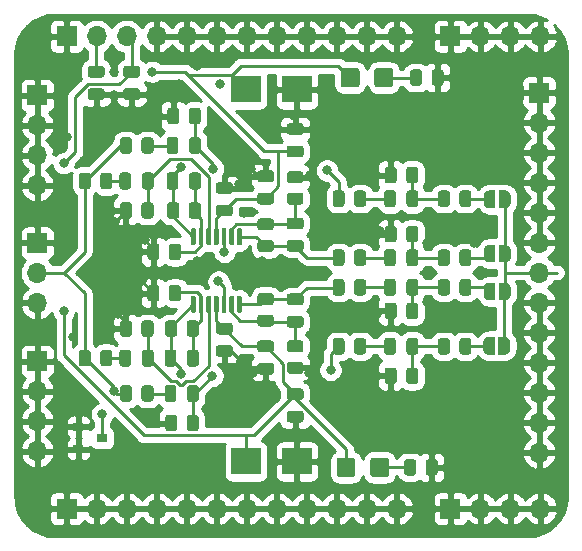
<source format=gbr>
%TF.GenerationSoftware,KiCad,Pcbnew,(5.1.9)-1*%
%TF.CreationDate,2021-10-14T16:08:05-04:00*%
%TF.ProjectId,ModularPreamp-ParallelInputs,4d6f6475-6c61-4725-9072-65616d702d50,rev?*%
%TF.SameCoordinates,Original*%
%TF.FileFunction,Copper,L1,Top*%
%TF.FilePolarity,Positive*%
%FSLAX46Y46*%
G04 Gerber Fmt 4.6, Leading zero omitted, Abs format (unit mm)*
G04 Created by KiCad (PCBNEW (5.1.9)-1) date 2021-10-14 16:08:05*
%MOMM*%
%LPD*%
G01*
G04 APERTURE LIST*
%TA.AperFunction,SMDPad,CuDef*%
%ADD10R,2.500000X2.300000*%
%TD*%
%TA.AperFunction,ComponentPad*%
%ADD11O,1.700000X1.700000*%
%TD*%
%TA.AperFunction,ComponentPad*%
%ADD12R,1.700000X1.700000*%
%TD*%
%TA.AperFunction,SMDPad,CuDef*%
%ADD13R,0.900000X0.800000*%
%TD*%
%TA.AperFunction,SMDPad,CuDef*%
%ADD14C,0.100000*%
%TD*%
%TA.AperFunction,ViaPad*%
%ADD15C,0.800000*%
%TD*%
%TA.AperFunction,Conductor*%
%ADD16C,0.250000*%
%TD*%
%TA.AperFunction,Conductor*%
%ADD17C,0.254000*%
%TD*%
%TA.AperFunction,Conductor*%
%ADD18C,0.100000*%
%TD*%
G04 APERTURE END LIST*
%TO.P,R2,2*%
%TO.N,GND*%
%TA.AperFunction,SMDPad,CuDef*%
G36*
G01*
X135400000Y-111950002D02*
X135400000Y-111049998D01*
G75*
G02*
X135649998Y-110800000I249998J0D01*
G01*
X136175002Y-110800000D01*
G75*
G02*
X136425000Y-111049998I0J-249998D01*
G01*
X136425000Y-111950002D01*
G75*
G02*
X136175002Y-112200000I-249998J0D01*
G01*
X135649998Y-112200000D01*
G75*
G02*
X135400000Y-111950002I0J249998D01*
G01*
G37*
%TD.AperFunction*%
%TO.P,R2,1*%
%TO.N,Net-(D4-Pad2)*%
%TA.AperFunction,SMDPad,CuDef*%
G36*
G01*
X133575000Y-111950002D02*
X133575000Y-111049998D01*
G75*
G02*
X133824998Y-110800000I249998J0D01*
G01*
X134350002Y-110800000D01*
G75*
G02*
X134600000Y-111049998I0J-249998D01*
G01*
X134600000Y-111950002D01*
G75*
G02*
X134350002Y-112200000I-249998J0D01*
G01*
X133824998Y-112200000D01*
G75*
G02*
X133575000Y-111950002I0J249998D01*
G01*
G37*
%TD.AperFunction*%
%TD*%
%TO.P,R1,2*%
%TO.N,GND*%
%TA.AperFunction,SMDPad,CuDef*%
G36*
G01*
X135900000Y-78950002D02*
X135900000Y-78049998D01*
G75*
G02*
X136149998Y-77800000I249998J0D01*
G01*
X136675002Y-77800000D01*
G75*
G02*
X136925000Y-78049998I0J-249998D01*
G01*
X136925000Y-78950002D01*
G75*
G02*
X136675002Y-79200000I-249998J0D01*
G01*
X136149998Y-79200000D01*
G75*
G02*
X135900000Y-78950002I0J249998D01*
G01*
G37*
%TD.AperFunction*%
%TO.P,R1,1*%
%TO.N,Net-(D3-Pad1)*%
%TA.AperFunction,SMDPad,CuDef*%
G36*
G01*
X134075000Y-78950002D02*
X134075000Y-78049998D01*
G75*
G02*
X134324998Y-77800000I249998J0D01*
G01*
X134850002Y-77800000D01*
G75*
G02*
X135100000Y-78049998I0J-249998D01*
G01*
X135100000Y-78950002D01*
G75*
G02*
X134850002Y-79200000I-249998J0D01*
G01*
X134324998Y-79200000D01*
G75*
G02*
X134075000Y-78950002I0J249998D01*
G01*
G37*
%TD.AperFunction*%
%TD*%
%TO.P,D4,2*%
%TO.N,Net-(D4-Pad2)*%
%TA.AperFunction,SMDPad,CuDef*%
G36*
G01*
X130700000Y-112075000D02*
X130700000Y-110925000D01*
G75*
G02*
X130950000Y-110675000I250000J0D01*
G01*
X132050000Y-110675000D01*
G75*
G02*
X132300000Y-110925000I0J-250000D01*
G01*
X132300000Y-112075000D01*
G75*
G02*
X132050000Y-112325000I-250000J0D01*
G01*
X130950000Y-112325000D01*
G75*
G02*
X130700000Y-112075000I0J250000D01*
G01*
G37*
%TD.AperFunction*%
%TO.P,D4,1*%
%TO.N,-5V*%
%TA.AperFunction,SMDPad,CuDef*%
G36*
G01*
X127850000Y-112075000D02*
X127850000Y-110925000D01*
G75*
G02*
X128100000Y-110675000I250000J0D01*
G01*
X129200000Y-110675000D01*
G75*
G02*
X129450000Y-110925000I0J-250000D01*
G01*
X129450000Y-112075000D01*
G75*
G02*
X129200000Y-112325000I-250000J0D01*
G01*
X128100000Y-112325000D01*
G75*
G02*
X127850000Y-112075000I0J250000D01*
G01*
G37*
%TD.AperFunction*%
%TD*%
%TO.P,D3,2*%
%TO.N,+5V*%
%TA.AperFunction,SMDPad,CuDef*%
G36*
G01*
X129800000Y-77925000D02*
X129800000Y-79075000D01*
G75*
G02*
X129550000Y-79325000I-250000J0D01*
G01*
X128450000Y-79325000D01*
G75*
G02*
X128200000Y-79075000I0J250000D01*
G01*
X128200000Y-77925000D01*
G75*
G02*
X128450000Y-77675000I250000J0D01*
G01*
X129550000Y-77675000D01*
G75*
G02*
X129800000Y-77925000I0J-250000D01*
G01*
G37*
%TD.AperFunction*%
%TO.P,D3,1*%
%TO.N,Net-(D3-Pad1)*%
%TA.AperFunction,SMDPad,CuDef*%
G36*
G01*
X132650000Y-77925000D02*
X132650000Y-79075000D01*
G75*
G02*
X132400000Y-79325000I-250000J0D01*
G01*
X131300000Y-79325000D01*
G75*
G02*
X131050000Y-79075000I0J250000D01*
G01*
X131050000Y-77925000D01*
G75*
G02*
X131300000Y-77675000I250000J0D01*
G01*
X132400000Y-77675000D01*
G75*
G02*
X132650000Y-77925000I0J-250000D01*
G01*
G37*
%TD.AperFunction*%
%TD*%
D10*
%TO.P,D2,2*%
%TO.N,GND*%
X124500000Y-111000000D03*
%TO.P,D2,1*%
%TO.N,-5V*%
X120200000Y-111000000D03*
%TD*%
%TO.P,D1,2*%
%TO.N,GND*%
X124500000Y-79500000D03*
%TO.P,D1,1*%
%TO.N,+5V*%
X120200000Y-79500000D03*
%TD*%
%TO.P,C23,2*%
%TO.N,-5V*%
%TA.AperFunction,SMDPad,CuDef*%
G36*
G01*
X110975000Y-78500000D02*
X110025000Y-78500000D01*
G75*
G02*
X109775000Y-78250000I0J250000D01*
G01*
X109775000Y-77750000D01*
G75*
G02*
X110025000Y-77500000I250000J0D01*
G01*
X110975000Y-77500000D01*
G75*
G02*
X111225000Y-77750000I0J-250000D01*
G01*
X111225000Y-78250000D01*
G75*
G02*
X110975000Y-78500000I-250000J0D01*
G01*
G37*
%TD.AperFunction*%
%TO.P,C23,1*%
%TO.N,GND*%
%TA.AperFunction,SMDPad,CuDef*%
G36*
G01*
X110975000Y-80400000D02*
X110025000Y-80400000D01*
G75*
G02*
X109775000Y-80150000I0J250000D01*
G01*
X109775000Y-79650000D01*
G75*
G02*
X110025000Y-79400000I250000J0D01*
G01*
X110975000Y-79400000D01*
G75*
G02*
X111225000Y-79650000I0J-250000D01*
G01*
X111225000Y-80150000D01*
G75*
G02*
X110975000Y-80400000I-250000J0D01*
G01*
G37*
%TD.AperFunction*%
%TD*%
%TO.P,C22,2*%
%TO.N,+5V*%
%TA.AperFunction,SMDPad,CuDef*%
G36*
G01*
X107975000Y-78500000D02*
X107025000Y-78500000D01*
G75*
G02*
X106775000Y-78250000I0J250000D01*
G01*
X106775000Y-77750000D01*
G75*
G02*
X107025000Y-77500000I250000J0D01*
G01*
X107975000Y-77500000D01*
G75*
G02*
X108225000Y-77750000I0J-250000D01*
G01*
X108225000Y-78250000D01*
G75*
G02*
X107975000Y-78500000I-250000J0D01*
G01*
G37*
%TD.AperFunction*%
%TO.P,C22,1*%
%TO.N,GND*%
%TA.AperFunction,SMDPad,CuDef*%
G36*
G01*
X107975000Y-80400000D02*
X107025000Y-80400000D01*
G75*
G02*
X106775000Y-80150000I0J250000D01*
G01*
X106775000Y-79650000D01*
G75*
G02*
X107025000Y-79400000I250000J0D01*
G01*
X107975000Y-79400000D01*
G75*
G02*
X108225000Y-79650000I0J-250000D01*
G01*
X108225000Y-80150000D01*
G75*
G02*
X107975000Y-80400000I-250000J0D01*
G01*
G37*
%TD.AperFunction*%
%TD*%
D11*
%TO.P,J5,3*%
%TO.N,GND*%
X102500000Y-97580000D03*
%TO.P,J5,2*%
%TO.N,SigIn*%
X102500000Y-95040000D03*
D12*
%TO.P,J5,1*%
%TO.N,GND*%
X102500000Y-92500000D03*
%TD*%
D13*
%TO.P,D11,3*%
%TO.N,SigIn*%
X108000000Y-109000000D03*
%TO.P,D11,2*%
%TO.N,GND*%
X106000000Y-109950000D03*
%TO.P,D11,1*%
X106000000Y-108050000D03*
%TD*%
%TA.AperFunction,SMDPad,CuDef*%
D14*
%TO.P,JP7,2*%
%TO.N,Sum*%
G36*
X142100000Y-92650602D02*
G01*
X142124534Y-92650602D01*
X142173365Y-92655412D01*
X142221490Y-92664984D01*
X142268445Y-92679228D01*
X142313778Y-92698005D01*
X142357051Y-92721136D01*
X142397850Y-92748396D01*
X142435779Y-92779524D01*
X142470476Y-92814221D01*
X142501604Y-92852150D01*
X142528864Y-92892949D01*
X142551995Y-92936222D01*
X142570772Y-92981555D01*
X142585016Y-93028510D01*
X142594588Y-93076635D01*
X142599398Y-93125466D01*
X142599398Y-93150000D01*
X142600000Y-93150000D01*
X142600000Y-93650000D01*
X142599398Y-93650000D01*
X142599398Y-93674534D01*
X142594588Y-93723365D01*
X142585016Y-93771490D01*
X142570772Y-93818445D01*
X142551995Y-93863778D01*
X142528864Y-93907051D01*
X142501604Y-93947850D01*
X142470476Y-93985779D01*
X142435779Y-94020476D01*
X142397850Y-94051604D01*
X142357051Y-94078864D01*
X142313778Y-94101995D01*
X142268445Y-94120772D01*
X142221490Y-94135016D01*
X142173365Y-94144588D01*
X142124534Y-94149398D01*
X142100000Y-94149398D01*
X142100000Y-94150000D01*
X141600000Y-94150000D01*
X141600000Y-92650000D01*
X142100000Y-92650000D01*
X142100000Y-92650602D01*
G37*
%TD.AperFunction*%
%TA.AperFunction,SMDPad,CuDef*%
%TO.P,JP7,1*%
%TO.N,Net-(JP7-Pad1)*%
G36*
X141300000Y-94150000D02*
G01*
X140800000Y-94150000D01*
X140800000Y-94149398D01*
X140775466Y-94149398D01*
X140726635Y-94144588D01*
X140678510Y-94135016D01*
X140631555Y-94120772D01*
X140586222Y-94101995D01*
X140542949Y-94078864D01*
X140502150Y-94051604D01*
X140464221Y-94020476D01*
X140429524Y-93985779D01*
X140398396Y-93947850D01*
X140371136Y-93907051D01*
X140348005Y-93863778D01*
X140329228Y-93818445D01*
X140314984Y-93771490D01*
X140305412Y-93723365D01*
X140300602Y-93674534D01*
X140300602Y-93650000D01*
X140300000Y-93650000D01*
X140300000Y-93150000D01*
X140300602Y-93150000D01*
X140300602Y-93125466D01*
X140305412Y-93076635D01*
X140314984Y-93028510D01*
X140329228Y-92981555D01*
X140348005Y-92936222D01*
X140371136Y-92892949D01*
X140398396Y-92852150D01*
X140429524Y-92814221D01*
X140464221Y-92779524D01*
X140502150Y-92748396D01*
X140542949Y-92721136D01*
X140586222Y-92698005D01*
X140631555Y-92679228D01*
X140678510Y-92664984D01*
X140726635Y-92655412D01*
X140775466Y-92650602D01*
X140800000Y-92650602D01*
X140800000Y-92650000D01*
X141300000Y-92650000D01*
X141300000Y-94150000D01*
G37*
%TD.AperFunction*%
%TD*%
%TA.AperFunction,SMDPad,CuDef*%
%TO.P,JP5,2*%
%TO.N,Sum*%
G36*
X142050000Y-100450602D02*
G01*
X142074534Y-100450602D01*
X142123365Y-100455412D01*
X142171490Y-100464984D01*
X142218445Y-100479228D01*
X142263778Y-100498005D01*
X142307051Y-100521136D01*
X142347850Y-100548396D01*
X142385779Y-100579524D01*
X142420476Y-100614221D01*
X142451604Y-100652150D01*
X142478864Y-100692949D01*
X142501995Y-100736222D01*
X142520772Y-100781555D01*
X142535016Y-100828510D01*
X142544588Y-100876635D01*
X142549398Y-100925466D01*
X142549398Y-100950000D01*
X142550000Y-100950000D01*
X142550000Y-101450000D01*
X142549398Y-101450000D01*
X142549398Y-101474534D01*
X142544588Y-101523365D01*
X142535016Y-101571490D01*
X142520772Y-101618445D01*
X142501995Y-101663778D01*
X142478864Y-101707051D01*
X142451604Y-101747850D01*
X142420476Y-101785779D01*
X142385779Y-101820476D01*
X142347850Y-101851604D01*
X142307051Y-101878864D01*
X142263778Y-101901995D01*
X142218445Y-101920772D01*
X142171490Y-101935016D01*
X142123365Y-101944588D01*
X142074534Y-101949398D01*
X142050000Y-101949398D01*
X142050000Y-101950000D01*
X141550000Y-101950000D01*
X141550000Y-100450000D01*
X142050000Y-100450000D01*
X142050000Y-100450602D01*
G37*
%TD.AperFunction*%
%TA.AperFunction,SMDPad,CuDef*%
%TO.P,JP5,1*%
%TO.N,Net-(JP5-Pad1)*%
G36*
X141250000Y-101950000D02*
G01*
X140750000Y-101950000D01*
X140750000Y-101949398D01*
X140725466Y-101949398D01*
X140676635Y-101944588D01*
X140628510Y-101935016D01*
X140581555Y-101920772D01*
X140536222Y-101901995D01*
X140492949Y-101878864D01*
X140452150Y-101851604D01*
X140414221Y-101820476D01*
X140379524Y-101785779D01*
X140348396Y-101747850D01*
X140321136Y-101707051D01*
X140298005Y-101663778D01*
X140279228Y-101618445D01*
X140264984Y-101571490D01*
X140255412Y-101523365D01*
X140250602Y-101474534D01*
X140250602Y-101450000D01*
X140250000Y-101450000D01*
X140250000Y-100950000D01*
X140250602Y-100950000D01*
X140250602Y-100925466D01*
X140255412Y-100876635D01*
X140264984Y-100828510D01*
X140279228Y-100781555D01*
X140298005Y-100736222D01*
X140321136Y-100692949D01*
X140348396Y-100652150D01*
X140379524Y-100614221D01*
X140414221Y-100579524D01*
X140452150Y-100548396D01*
X140492949Y-100521136D01*
X140536222Y-100498005D01*
X140581555Y-100479228D01*
X140628510Y-100464984D01*
X140676635Y-100455412D01*
X140725466Y-100450602D01*
X140750000Y-100450602D01*
X140750000Y-100450000D01*
X141250000Y-100450000D01*
X141250000Y-101950000D01*
G37*
%TD.AperFunction*%
%TD*%
%TA.AperFunction,SMDPad,CuDef*%
%TO.P,JP4,2*%
%TO.N,Sum*%
G36*
X142100000Y-95850602D02*
G01*
X142124534Y-95850602D01*
X142173365Y-95855412D01*
X142221490Y-95864984D01*
X142268445Y-95879228D01*
X142313778Y-95898005D01*
X142357051Y-95921136D01*
X142397850Y-95948396D01*
X142435779Y-95979524D01*
X142470476Y-96014221D01*
X142501604Y-96052150D01*
X142528864Y-96092949D01*
X142551995Y-96136222D01*
X142570772Y-96181555D01*
X142585016Y-96228510D01*
X142594588Y-96276635D01*
X142599398Y-96325466D01*
X142599398Y-96350000D01*
X142600000Y-96350000D01*
X142600000Y-96850000D01*
X142599398Y-96850000D01*
X142599398Y-96874534D01*
X142594588Y-96923365D01*
X142585016Y-96971490D01*
X142570772Y-97018445D01*
X142551995Y-97063778D01*
X142528864Y-97107051D01*
X142501604Y-97147850D01*
X142470476Y-97185779D01*
X142435779Y-97220476D01*
X142397850Y-97251604D01*
X142357051Y-97278864D01*
X142313778Y-97301995D01*
X142268445Y-97320772D01*
X142221490Y-97335016D01*
X142173365Y-97344588D01*
X142124534Y-97349398D01*
X142100000Y-97349398D01*
X142100000Y-97350000D01*
X141600000Y-97350000D01*
X141600000Y-95850000D01*
X142100000Y-95850000D01*
X142100000Y-95850602D01*
G37*
%TD.AperFunction*%
%TA.AperFunction,SMDPad,CuDef*%
%TO.P,JP4,1*%
%TO.N,Net-(JP4-Pad1)*%
G36*
X141300000Y-97350000D02*
G01*
X140800000Y-97350000D01*
X140800000Y-97349398D01*
X140775466Y-97349398D01*
X140726635Y-97344588D01*
X140678510Y-97335016D01*
X140631555Y-97320772D01*
X140586222Y-97301995D01*
X140542949Y-97278864D01*
X140502150Y-97251604D01*
X140464221Y-97220476D01*
X140429524Y-97185779D01*
X140398396Y-97147850D01*
X140371136Y-97107051D01*
X140348005Y-97063778D01*
X140329228Y-97018445D01*
X140314984Y-96971490D01*
X140305412Y-96923365D01*
X140300602Y-96874534D01*
X140300602Y-96850000D01*
X140300000Y-96850000D01*
X140300000Y-96350000D01*
X140300602Y-96350000D01*
X140300602Y-96325466D01*
X140305412Y-96276635D01*
X140314984Y-96228510D01*
X140329228Y-96181555D01*
X140348005Y-96136222D01*
X140371136Y-96092949D01*
X140398396Y-96052150D01*
X140429524Y-96014221D01*
X140464221Y-95979524D01*
X140502150Y-95948396D01*
X140542949Y-95921136D01*
X140586222Y-95898005D01*
X140631555Y-95879228D01*
X140678510Y-95864984D01*
X140726635Y-95855412D01*
X140775466Y-95850602D01*
X140800000Y-95850602D01*
X140800000Y-95850000D01*
X141300000Y-95850000D01*
X141300000Y-97350000D01*
G37*
%TD.AperFunction*%
%TD*%
%TA.AperFunction,SMDPad,CuDef*%
%TO.P,JP3,2*%
%TO.N,Sum*%
G36*
X142100000Y-88050602D02*
G01*
X142124534Y-88050602D01*
X142173365Y-88055412D01*
X142221490Y-88064984D01*
X142268445Y-88079228D01*
X142313778Y-88098005D01*
X142357051Y-88121136D01*
X142397850Y-88148396D01*
X142435779Y-88179524D01*
X142470476Y-88214221D01*
X142501604Y-88252150D01*
X142528864Y-88292949D01*
X142551995Y-88336222D01*
X142570772Y-88381555D01*
X142585016Y-88428510D01*
X142594588Y-88476635D01*
X142599398Y-88525466D01*
X142599398Y-88550000D01*
X142600000Y-88550000D01*
X142600000Y-89050000D01*
X142599398Y-89050000D01*
X142599398Y-89074534D01*
X142594588Y-89123365D01*
X142585016Y-89171490D01*
X142570772Y-89218445D01*
X142551995Y-89263778D01*
X142528864Y-89307051D01*
X142501604Y-89347850D01*
X142470476Y-89385779D01*
X142435779Y-89420476D01*
X142397850Y-89451604D01*
X142357051Y-89478864D01*
X142313778Y-89501995D01*
X142268445Y-89520772D01*
X142221490Y-89535016D01*
X142173365Y-89544588D01*
X142124534Y-89549398D01*
X142100000Y-89549398D01*
X142100000Y-89550000D01*
X141600000Y-89550000D01*
X141600000Y-88050000D01*
X142100000Y-88050000D01*
X142100000Y-88050602D01*
G37*
%TD.AperFunction*%
%TA.AperFunction,SMDPad,CuDef*%
%TO.P,JP3,1*%
%TO.N,Net-(JP3-Pad1)*%
G36*
X141300000Y-89550000D02*
G01*
X140800000Y-89550000D01*
X140800000Y-89549398D01*
X140775466Y-89549398D01*
X140726635Y-89544588D01*
X140678510Y-89535016D01*
X140631555Y-89520772D01*
X140586222Y-89501995D01*
X140542949Y-89478864D01*
X140502150Y-89451604D01*
X140464221Y-89420476D01*
X140429524Y-89385779D01*
X140398396Y-89347850D01*
X140371136Y-89307051D01*
X140348005Y-89263778D01*
X140329228Y-89218445D01*
X140314984Y-89171490D01*
X140305412Y-89123365D01*
X140300602Y-89074534D01*
X140300602Y-89050000D01*
X140300000Y-89050000D01*
X140300000Y-88550000D01*
X140300602Y-88550000D01*
X140300602Y-88525466D01*
X140305412Y-88476635D01*
X140314984Y-88428510D01*
X140329228Y-88381555D01*
X140348005Y-88336222D01*
X140371136Y-88292949D01*
X140398396Y-88252150D01*
X140429524Y-88214221D01*
X140464221Y-88179524D01*
X140502150Y-88148396D01*
X140542949Y-88121136D01*
X140586222Y-88098005D01*
X140631555Y-88079228D01*
X140678510Y-88064984D01*
X140726635Y-88055412D01*
X140775466Y-88050602D01*
X140800000Y-88050602D01*
X140800000Y-88050000D01*
X141300000Y-88050000D01*
X141300000Y-89550000D01*
G37*
%TD.AperFunction*%
%TD*%
D11*
%TO.P,J13,4*%
%TO.N,GND*%
X102500000Y-87620000D03*
%TO.P,J13,3*%
X102500000Y-85080000D03*
%TO.P,J13,2*%
X102500000Y-82540000D03*
D12*
%TO.P,J13,1*%
X102500000Y-80000000D03*
%TD*%
D11*
%TO.P,J12,4*%
%TO.N,GND*%
X102500000Y-110120000D03*
%TO.P,J12,3*%
X102500000Y-107580000D03*
%TO.P,J12,2*%
X102500000Y-105040000D03*
D12*
%TO.P,J12,1*%
X102500000Y-102500000D03*
%TD*%
D11*
%TO.P,J7,13*%
%TO.N,GND*%
X145000000Y-110240000D03*
%TO.P,J7,12*%
X145000000Y-107700000D03*
%TO.P,J7,11*%
X145000000Y-105160000D03*
%TO.P,J7,10*%
X145000000Y-102620000D03*
%TO.P,J7,9*%
X145000000Y-100080000D03*
%TO.P,J7,8*%
X145000000Y-97540000D03*
%TO.P,J7,7*%
%TO.N,Sum*%
X145000000Y-95000000D03*
%TO.P,J7,6*%
%TO.N,GND*%
X145000000Y-92460000D03*
%TO.P,J7,5*%
X145000000Y-89920000D03*
%TO.P,J7,4*%
X145000000Y-87380000D03*
%TO.P,J7,3*%
X145000000Y-84840000D03*
%TO.P,J7,2*%
X145000000Y-82300000D03*
D12*
%TO.P,J7,1*%
X145000000Y-79760000D03*
%TD*%
D11*
%TO.P,J11,4*%
%TO.N,GND*%
X145120000Y-75000000D03*
%TO.P,J11,3*%
X142580000Y-75000000D03*
%TO.P,J11,2*%
X140040000Y-75000000D03*
D12*
%TO.P,J11,1*%
X137500000Y-75000000D03*
%TD*%
D11*
%TO.P,J10,4*%
%TO.N,GND*%
X145120000Y-115000000D03*
%TO.P,J10,3*%
X142580000Y-115000000D03*
%TO.P,J10,2*%
X140040000Y-115000000D03*
D12*
%TO.P,J10,1*%
X137500000Y-115000000D03*
%TD*%
D11*
%TO.P,J8,12*%
%TO.N,GND*%
X132940000Y-115000000D03*
%TO.P,J8,11*%
X130400000Y-115000000D03*
%TO.P,J8,10*%
X127860000Y-115000000D03*
%TO.P,J8,9*%
X125320000Y-115000000D03*
%TO.P,J8,8*%
X122780000Y-115000000D03*
%TO.P,J8,7*%
X120240000Y-115000000D03*
%TO.P,J8,6*%
X117700000Y-115000000D03*
%TO.P,J8,5*%
X115160000Y-115000000D03*
%TO.P,J8,4*%
X112620000Y-115000000D03*
%TO.P,J8,3*%
X110080000Y-115000000D03*
%TO.P,J8,2*%
X107540000Y-115000000D03*
D12*
%TO.P,J8,1*%
X105000000Y-115000000D03*
%TD*%
D11*
%TO.P,J6,12*%
%TO.N,GND*%
X132940000Y-75000000D03*
%TO.P,J6,11*%
X130400000Y-75000000D03*
%TO.P,J6,10*%
X127860000Y-75000000D03*
%TO.P,J6,9*%
X125320000Y-75000000D03*
%TO.P,J6,8*%
X122780000Y-75000000D03*
%TO.P,J6,7*%
X120240000Y-75000000D03*
%TO.P,J6,6*%
X117700000Y-75000000D03*
%TO.P,J6,5*%
X115160000Y-75000000D03*
%TO.P,J6,4*%
X112620000Y-75000000D03*
%TO.P,J6,3*%
%TO.N,-5V*%
X110080000Y-75000000D03*
%TO.P,J6,2*%
%TO.N,+5V*%
X107540000Y-75000000D03*
D12*
%TO.P,J6,1*%
%TO.N,GND*%
X105000000Y-75000000D03*
%TD*%
%TO.P,C8,2*%
%TO.N,Net-(C8-Pad2)*%
%TA.AperFunction,SMDPad,CuDef*%
G36*
G01*
X114292500Y-101775000D02*
X114292500Y-102725000D01*
G75*
G02*
X114042500Y-102975000I-250000J0D01*
G01*
X113542500Y-102975000D01*
G75*
G02*
X113292500Y-102725000I0J250000D01*
G01*
X113292500Y-101775000D01*
G75*
G02*
X113542500Y-101525000I250000J0D01*
G01*
X114042500Y-101525000D01*
G75*
G02*
X114292500Y-101775000I0J-250000D01*
G01*
G37*
%TD.AperFunction*%
%TO.P,C8,1*%
%TO.N,Net-(C8-Pad1)*%
%TA.AperFunction,SMDPad,CuDef*%
G36*
G01*
X116192500Y-101775000D02*
X116192500Y-102725000D01*
G75*
G02*
X115942500Y-102975000I-250000J0D01*
G01*
X115442500Y-102975000D01*
G75*
G02*
X115192500Y-102725000I0J250000D01*
G01*
X115192500Y-101775000D01*
G75*
G02*
X115442500Y-101525000I250000J0D01*
G01*
X115942500Y-101525000D01*
G75*
G02*
X116192500Y-101775000I0J-250000D01*
G01*
G37*
%TD.AperFunction*%
%TD*%
%TO.P,C4,2*%
%TO.N,Net-(C4-Pad2)*%
%TA.AperFunction,SMDPad,CuDef*%
G36*
G01*
X123875000Y-92250000D02*
X124825000Y-92250000D01*
G75*
G02*
X125075000Y-92500000I0J-250000D01*
G01*
X125075000Y-93000000D01*
G75*
G02*
X124825000Y-93250000I-250000J0D01*
G01*
X123875000Y-93250000D01*
G75*
G02*
X123625000Y-93000000I0J250000D01*
G01*
X123625000Y-92500000D01*
G75*
G02*
X123875000Y-92250000I250000J0D01*
G01*
G37*
%TD.AperFunction*%
%TO.P,C4,1*%
%TO.N,Net-(C4-Pad1)*%
%TA.AperFunction,SMDPad,CuDef*%
G36*
G01*
X123875000Y-90350000D02*
X124825000Y-90350000D01*
G75*
G02*
X125075000Y-90600000I0J-250000D01*
G01*
X125075000Y-91100000D01*
G75*
G02*
X124825000Y-91350000I-250000J0D01*
G01*
X123875000Y-91350000D01*
G75*
G02*
X123625000Y-91100000I0J250000D01*
G01*
X123625000Y-90600000D01*
G75*
G02*
X123875000Y-90350000I250000J0D01*
G01*
G37*
%TD.AperFunction*%
%TD*%
%TO.P,C20,2*%
%TO.N,Net-(C20-Pad2)*%
%TA.AperFunction,SMDPad,CuDef*%
G36*
G01*
X132875000Y-88275000D02*
X132875000Y-89225000D01*
G75*
G02*
X132625000Y-89475000I-250000J0D01*
G01*
X132125000Y-89475000D01*
G75*
G02*
X131875000Y-89225000I0J250000D01*
G01*
X131875000Y-88275000D01*
G75*
G02*
X132125000Y-88025000I250000J0D01*
G01*
X132625000Y-88025000D01*
G75*
G02*
X132875000Y-88275000I0J-250000D01*
G01*
G37*
%TD.AperFunction*%
%TO.P,C20,1*%
%TO.N,Net-(C20-Pad1)*%
%TA.AperFunction,SMDPad,CuDef*%
G36*
G01*
X134775000Y-88275000D02*
X134775000Y-89225000D01*
G75*
G02*
X134525000Y-89475000I-250000J0D01*
G01*
X134025000Y-89475000D01*
G75*
G02*
X133775000Y-89225000I0J250000D01*
G01*
X133775000Y-88275000D01*
G75*
G02*
X134025000Y-88025000I250000J0D01*
G01*
X134525000Y-88025000D01*
G75*
G02*
X134775000Y-88275000I0J-250000D01*
G01*
G37*
%TD.AperFunction*%
%TD*%
%TO.P,C19,2*%
%TO.N,Net-(C19-Pad2)*%
%TA.AperFunction,SMDPad,CuDef*%
G36*
G01*
X132875000Y-100775000D02*
X132875000Y-101725000D01*
G75*
G02*
X132625000Y-101975000I-250000J0D01*
G01*
X132125000Y-101975000D01*
G75*
G02*
X131875000Y-101725000I0J250000D01*
G01*
X131875000Y-100775000D01*
G75*
G02*
X132125000Y-100525000I250000J0D01*
G01*
X132625000Y-100525000D01*
G75*
G02*
X132875000Y-100775000I0J-250000D01*
G01*
G37*
%TD.AperFunction*%
%TO.P,C19,1*%
%TO.N,Net-(C19-Pad1)*%
%TA.AperFunction,SMDPad,CuDef*%
G36*
G01*
X134775000Y-100775000D02*
X134775000Y-101725000D01*
G75*
G02*
X134525000Y-101975000I-250000J0D01*
G01*
X134025000Y-101975000D01*
G75*
G02*
X133775000Y-101725000I0J250000D01*
G01*
X133775000Y-100775000D01*
G75*
G02*
X134025000Y-100525000I250000J0D01*
G01*
X134525000Y-100525000D01*
G75*
G02*
X134775000Y-100775000I0J-250000D01*
G01*
G37*
%TD.AperFunction*%
%TD*%
%TO.P,C18,2*%
%TO.N,Net-(C18-Pad2)*%
%TA.AperFunction,SMDPad,CuDef*%
G36*
G01*
X132875000Y-95775000D02*
X132875000Y-96725000D01*
G75*
G02*
X132625000Y-96975000I-250000J0D01*
G01*
X132125000Y-96975000D01*
G75*
G02*
X131875000Y-96725000I0J250000D01*
G01*
X131875000Y-95775000D01*
G75*
G02*
X132125000Y-95525000I250000J0D01*
G01*
X132625000Y-95525000D01*
G75*
G02*
X132875000Y-95775000I0J-250000D01*
G01*
G37*
%TD.AperFunction*%
%TO.P,C18,1*%
%TO.N,Net-(C18-Pad1)*%
%TA.AperFunction,SMDPad,CuDef*%
G36*
G01*
X134775000Y-95775000D02*
X134775000Y-96725000D01*
G75*
G02*
X134525000Y-96975000I-250000J0D01*
G01*
X134025000Y-96975000D01*
G75*
G02*
X133775000Y-96725000I0J250000D01*
G01*
X133775000Y-95775000D01*
G75*
G02*
X134025000Y-95525000I250000J0D01*
G01*
X134525000Y-95525000D01*
G75*
G02*
X134775000Y-95775000I0J-250000D01*
G01*
G37*
%TD.AperFunction*%
%TD*%
%TO.P,C17,2*%
%TO.N,Net-(C17-Pad2)*%
%TA.AperFunction,SMDPad,CuDef*%
G36*
G01*
X132875000Y-93275000D02*
X132875000Y-94225000D01*
G75*
G02*
X132625000Y-94475000I-250000J0D01*
G01*
X132125000Y-94475000D01*
G75*
G02*
X131875000Y-94225000I0J250000D01*
G01*
X131875000Y-93275000D01*
G75*
G02*
X132125000Y-93025000I250000J0D01*
G01*
X132625000Y-93025000D01*
G75*
G02*
X132875000Y-93275000I0J-250000D01*
G01*
G37*
%TD.AperFunction*%
%TO.P,C17,1*%
%TO.N,Net-(C17-Pad1)*%
%TA.AperFunction,SMDPad,CuDef*%
G36*
G01*
X134775000Y-93275000D02*
X134775000Y-94225000D01*
G75*
G02*
X134525000Y-94475000I-250000J0D01*
G01*
X134025000Y-94475000D01*
G75*
G02*
X133775000Y-94225000I0J250000D01*
G01*
X133775000Y-93275000D01*
G75*
G02*
X134025000Y-93025000I250000J0D01*
G01*
X134525000Y-93025000D01*
G75*
G02*
X134775000Y-93275000I0J-250000D01*
G01*
G37*
%TD.AperFunction*%
%TD*%
%TO.P,C16,2*%
%TO.N,-5V*%
%TA.AperFunction,SMDPad,CuDef*%
G36*
G01*
X118825000Y-100250000D02*
X117875000Y-100250000D01*
G75*
G02*
X117625000Y-100000000I0J250000D01*
G01*
X117625000Y-99500000D01*
G75*
G02*
X117875000Y-99250000I250000J0D01*
G01*
X118825000Y-99250000D01*
G75*
G02*
X119075000Y-99500000I0J-250000D01*
G01*
X119075000Y-100000000D01*
G75*
G02*
X118825000Y-100250000I-250000J0D01*
G01*
G37*
%TD.AperFunction*%
%TO.P,C16,1*%
%TO.N,GND*%
%TA.AperFunction,SMDPad,CuDef*%
G36*
G01*
X118825000Y-102150000D02*
X117875000Y-102150000D01*
G75*
G02*
X117625000Y-101900000I0J250000D01*
G01*
X117625000Y-101400000D01*
G75*
G02*
X117875000Y-101150000I250000J0D01*
G01*
X118825000Y-101150000D01*
G75*
G02*
X119075000Y-101400000I0J-250000D01*
G01*
X119075000Y-101900000D01*
G75*
G02*
X118825000Y-102150000I-250000J0D01*
G01*
G37*
%TD.AperFunction*%
%TD*%
%TO.P,C15,2*%
%TO.N,+5V*%
%TA.AperFunction,SMDPad,CuDef*%
G36*
G01*
X117875000Y-89250000D02*
X118825000Y-89250000D01*
G75*
G02*
X119075000Y-89500000I0J-250000D01*
G01*
X119075000Y-90000000D01*
G75*
G02*
X118825000Y-90250000I-250000J0D01*
G01*
X117875000Y-90250000D01*
G75*
G02*
X117625000Y-90000000I0J250000D01*
G01*
X117625000Y-89500000D01*
G75*
G02*
X117875000Y-89250000I250000J0D01*
G01*
G37*
%TD.AperFunction*%
%TO.P,C15,1*%
%TO.N,GND*%
%TA.AperFunction,SMDPad,CuDef*%
G36*
G01*
X117875000Y-87350000D02*
X118825000Y-87350000D01*
G75*
G02*
X119075000Y-87600000I0J-250000D01*
G01*
X119075000Y-88100000D01*
G75*
G02*
X118825000Y-88350000I-250000J0D01*
G01*
X117875000Y-88350000D01*
G75*
G02*
X117625000Y-88100000I0J250000D01*
G01*
X117625000Y-87600000D01*
G75*
G02*
X117875000Y-87350000I250000J0D01*
G01*
G37*
%TD.AperFunction*%
%TD*%
%TO.P,C14,2*%
%TO.N,-5V*%
%TA.AperFunction,SMDPad,CuDef*%
G36*
G01*
X122325000Y-101750000D02*
X121375000Y-101750000D01*
G75*
G02*
X121125000Y-101500000I0J250000D01*
G01*
X121125000Y-101000000D01*
G75*
G02*
X121375000Y-100750000I250000J0D01*
G01*
X122325000Y-100750000D01*
G75*
G02*
X122575000Y-101000000I0J-250000D01*
G01*
X122575000Y-101500000D01*
G75*
G02*
X122325000Y-101750000I-250000J0D01*
G01*
G37*
%TD.AperFunction*%
%TO.P,C14,1*%
%TO.N,GND*%
%TA.AperFunction,SMDPad,CuDef*%
G36*
G01*
X122325000Y-103650000D02*
X121375000Y-103650000D01*
G75*
G02*
X121125000Y-103400000I0J250000D01*
G01*
X121125000Y-102900000D01*
G75*
G02*
X121375000Y-102650000I250000J0D01*
G01*
X122325000Y-102650000D01*
G75*
G02*
X122575000Y-102900000I0J-250000D01*
G01*
X122575000Y-103400000D01*
G75*
G02*
X122325000Y-103650000I-250000J0D01*
G01*
G37*
%TD.AperFunction*%
%TD*%
%TO.P,C13,2*%
%TO.N,+5V*%
%TA.AperFunction,SMDPad,CuDef*%
G36*
G01*
X121375000Y-88250000D02*
X122325000Y-88250000D01*
G75*
G02*
X122575000Y-88500000I0J-250000D01*
G01*
X122575000Y-89000000D01*
G75*
G02*
X122325000Y-89250000I-250000J0D01*
G01*
X121375000Y-89250000D01*
G75*
G02*
X121125000Y-89000000I0J250000D01*
G01*
X121125000Y-88500000D01*
G75*
G02*
X121375000Y-88250000I250000J0D01*
G01*
G37*
%TD.AperFunction*%
%TO.P,C13,1*%
%TO.N,GND*%
%TA.AperFunction,SMDPad,CuDef*%
G36*
G01*
X121375000Y-86350000D02*
X122325000Y-86350000D01*
G75*
G02*
X122575000Y-86600000I0J-250000D01*
G01*
X122575000Y-87100000D01*
G75*
G02*
X122325000Y-87350000I-250000J0D01*
G01*
X121375000Y-87350000D01*
G75*
G02*
X121125000Y-87100000I0J250000D01*
G01*
X121125000Y-86600000D01*
G75*
G02*
X121375000Y-86350000I250000J0D01*
G01*
G37*
%TD.AperFunction*%
%TD*%
%TO.P,C12,2*%
%TO.N,-5V*%
%TA.AperFunction,SMDPad,CuDef*%
G36*
G01*
X124825000Y-105800000D02*
X123875000Y-105800000D01*
G75*
G02*
X123625000Y-105550000I0J250000D01*
G01*
X123625000Y-105050000D01*
G75*
G02*
X123875000Y-104800000I250000J0D01*
G01*
X124825000Y-104800000D01*
G75*
G02*
X125075000Y-105050000I0J-250000D01*
G01*
X125075000Y-105550000D01*
G75*
G02*
X124825000Y-105800000I-250000J0D01*
G01*
G37*
%TD.AperFunction*%
%TO.P,C12,1*%
%TO.N,GND*%
%TA.AperFunction,SMDPad,CuDef*%
G36*
G01*
X124825000Y-107700000D02*
X123875000Y-107700000D01*
G75*
G02*
X123625000Y-107450000I0J250000D01*
G01*
X123625000Y-106950000D01*
G75*
G02*
X123875000Y-106700000I250000J0D01*
G01*
X124825000Y-106700000D01*
G75*
G02*
X125075000Y-106950000I0J-250000D01*
G01*
X125075000Y-107450000D01*
G75*
G02*
X124825000Y-107700000I-250000J0D01*
G01*
G37*
%TD.AperFunction*%
%TD*%
%TO.P,C11,2*%
%TO.N,+5V*%
%TA.AperFunction,SMDPad,CuDef*%
G36*
G01*
X123875000Y-84250000D02*
X124825000Y-84250000D01*
G75*
G02*
X125075000Y-84500000I0J-250000D01*
G01*
X125075000Y-85000000D01*
G75*
G02*
X124825000Y-85250000I-250000J0D01*
G01*
X123875000Y-85250000D01*
G75*
G02*
X123625000Y-85000000I0J250000D01*
G01*
X123625000Y-84500000D01*
G75*
G02*
X123875000Y-84250000I250000J0D01*
G01*
G37*
%TD.AperFunction*%
%TO.P,C11,1*%
%TO.N,GND*%
%TA.AperFunction,SMDPad,CuDef*%
G36*
G01*
X123875000Y-82350000D02*
X124825000Y-82350000D01*
G75*
G02*
X125075000Y-82600000I0J-250000D01*
G01*
X125075000Y-83100000D01*
G75*
G02*
X124825000Y-83350000I-250000J0D01*
G01*
X123875000Y-83350000D01*
G75*
G02*
X123625000Y-83100000I0J250000D01*
G01*
X123625000Y-82600000D01*
G75*
G02*
X123875000Y-82350000I250000J0D01*
G01*
G37*
%TD.AperFunction*%
%TD*%
%TO.P,C10,2*%
%TO.N,Net-(C10-Pad2)*%
%TA.AperFunction,SMDPad,CuDef*%
G36*
G01*
X114467500Y-86775000D02*
X114467500Y-87725000D01*
G75*
G02*
X114217500Y-87975000I-250000J0D01*
G01*
X113717500Y-87975000D01*
G75*
G02*
X113467500Y-87725000I0J250000D01*
G01*
X113467500Y-86775000D01*
G75*
G02*
X113717500Y-86525000I250000J0D01*
G01*
X114217500Y-86525000D01*
G75*
G02*
X114467500Y-86775000I0J-250000D01*
G01*
G37*
%TD.AperFunction*%
%TO.P,C10,1*%
%TO.N,Net-(C10-Pad1)*%
%TA.AperFunction,SMDPad,CuDef*%
G36*
G01*
X116367500Y-86775000D02*
X116367500Y-87725000D01*
G75*
G02*
X116117500Y-87975000I-250000J0D01*
G01*
X115617500Y-87975000D01*
G75*
G02*
X115367500Y-87725000I0J250000D01*
G01*
X115367500Y-86775000D01*
G75*
G02*
X115617500Y-86525000I250000J0D01*
G01*
X116117500Y-86525000D01*
G75*
G02*
X116367500Y-86775000I0J-250000D01*
G01*
G37*
%TD.AperFunction*%
%TD*%
%TO.P,C9,2*%
%TO.N,Net-(C9-Pad2)*%
%TA.AperFunction,SMDPad,CuDef*%
G36*
G01*
X110467500Y-86775000D02*
X110467500Y-87725000D01*
G75*
G02*
X110217500Y-87975000I-250000J0D01*
G01*
X109717500Y-87975000D01*
G75*
G02*
X109467500Y-87725000I0J250000D01*
G01*
X109467500Y-86775000D01*
G75*
G02*
X109717500Y-86525000I250000J0D01*
G01*
X110217500Y-86525000D01*
G75*
G02*
X110467500Y-86775000I0J-250000D01*
G01*
G37*
%TD.AperFunction*%
%TO.P,C9,1*%
%TO.N,Net-(C9-Pad1)*%
%TA.AperFunction,SMDPad,CuDef*%
G36*
G01*
X112367500Y-86775000D02*
X112367500Y-87725000D01*
G75*
G02*
X112117500Y-87975000I-250000J0D01*
G01*
X111617500Y-87975000D01*
G75*
G02*
X111367500Y-87725000I0J250000D01*
G01*
X111367500Y-86775000D01*
G75*
G02*
X111617500Y-86525000I250000J0D01*
G01*
X112117500Y-86525000D01*
G75*
G02*
X112367500Y-86775000I0J-250000D01*
G01*
G37*
%TD.AperFunction*%
%TD*%
%TO.P,C7,2*%
%TO.N,Net-(C7-Pad2)*%
%TA.AperFunction,SMDPad,CuDef*%
G36*
G01*
X110467500Y-101775000D02*
X110467500Y-102725000D01*
G75*
G02*
X110217500Y-102975000I-250000J0D01*
G01*
X109717500Y-102975000D01*
G75*
G02*
X109467500Y-102725000I0J250000D01*
G01*
X109467500Y-101775000D01*
G75*
G02*
X109717500Y-101525000I250000J0D01*
G01*
X110217500Y-101525000D01*
G75*
G02*
X110467500Y-101775000I0J-250000D01*
G01*
G37*
%TD.AperFunction*%
%TO.P,C7,1*%
%TO.N,Net-(C7-Pad1)*%
%TA.AperFunction,SMDPad,CuDef*%
G36*
G01*
X112367500Y-101775000D02*
X112367500Y-102725000D01*
G75*
G02*
X112117500Y-102975000I-250000J0D01*
G01*
X111617500Y-102975000D01*
G75*
G02*
X111367500Y-102725000I0J250000D01*
G01*
X111367500Y-101775000D01*
G75*
G02*
X111617500Y-101525000I250000J0D01*
G01*
X112117500Y-101525000D01*
G75*
G02*
X112367500Y-101775000I0J-250000D01*
G01*
G37*
%TD.AperFunction*%
%TD*%
%TO.P,C6,2*%
%TO.N,Net-(C6-Pad2)*%
%TA.AperFunction,SMDPad,CuDef*%
G36*
G01*
X124825000Y-97775000D02*
X123875000Y-97775000D01*
G75*
G02*
X123625000Y-97525000I0J250000D01*
G01*
X123625000Y-97025000D01*
G75*
G02*
X123875000Y-96775000I250000J0D01*
G01*
X124825000Y-96775000D01*
G75*
G02*
X125075000Y-97025000I0J-250000D01*
G01*
X125075000Y-97525000D01*
G75*
G02*
X124825000Y-97775000I-250000J0D01*
G01*
G37*
%TD.AperFunction*%
%TO.P,C6,1*%
%TO.N,Net-(C6-Pad1)*%
%TA.AperFunction,SMDPad,CuDef*%
G36*
G01*
X124825000Y-99675000D02*
X123875000Y-99675000D01*
G75*
G02*
X123625000Y-99425000I0J250000D01*
G01*
X123625000Y-98925000D01*
G75*
G02*
X123875000Y-98675000I250000J0D01*
G01*
X124825000Y-98675000D01*
G75*
G02*
X125075000Y-98925000I0J-250000D01*
G01*
X125075000Y-99425000D01*
G75*
G02*
X124825000Y-99675000I-250000J0D01*
G01*
G37*
%TD.AperFunction*%
%TD*%
%TO.P,C5,2*%
%TO.N,Net-(C5-Pad2)*%
%TA.AperFunction,SMDPad,CuDef*%
G36*
G01*
X114292500Y-104775000D02*
X114292500Y-105725000D01*
G75*
G02*
X114042500Y-105975000I-250000J0D01*
G01*
X113542500Y-105975000D01*
G75*
G02*
X113292500Y-105725000I0J250000D01*
G01*
X113292500Y-104775000D01*
G75*
G02*
X113542500Y-104525000I250000J0D01*
G01*
X114042500Y-104525000D01*
G75*
G02*
X114292500Y-104775000I0J-250000D01*
G01*
G37*
%TD.AperFunction*%
%TO.P,C5,1*%
%TO.N,Net-(C5-Pad1)*%
%TA.AperFunction,SMDPad,CuDef*%
G36*
G01*
X116192500Y-104775000D02*
X116192500Y-105725000D01*
G75*
G02*
X115942500Y-105975000I-250000J0D01*
G01*
X115442500Y-105975000D01*
G75*
G02*
X115192500Y-105725000I0J250000D01*
G01*
X115192500Y-104775000D01*
G75*
G02*
X115442500Y-104525000I250000J0D01*
G01*
X115942500Y-104525000D01*
G75*
G02*
X116192500Y-104775000I0J-250000D01*
G01*
G37*
%TD.AperFunction*%
%TD*%
%TO.P,C3,2*%
%TO.N,Net-(C3-Pad2)*%
%TA.AperFunction,SMDPad,CuDef*%
G36*
G01*
X114467500Y-83775000D02*
X114467500Y-84725000D01*
G75*
G02*
X114217500Y-84975000I-250000J0D01*
G01*
X113717500Y-84975000D01*
G75*
G02*
X113467500Y-84725000I0J250000D01*
G01*
X113467500Y-83775000D01*
G75*
G02*
X113717500Y-83525000I250000J0D01*
G01*
X114217500Y-83525000D01*
G75*
G02*
X114467500Y-83775000I0J-250000D01*
G01*
G37*
%TD.AperFunction*%
%TO.P,C3,1*%
%TO.N,Net-(C3-Pad1)*%
%TA.AperFunction,SMDPad,CuDef*%
G36*
G01*
X116367500Y-83775000D02*
X116367500Y-84725000D01*
G75*
G02*
X116117500Y-84975000I-250000J0D01*
G01*
X115617500Y-84975000D01*
G75*
G02*
X115367500Y-84725000I0J250000D01*
G01*
X115367500Y-83775000D01*
G75*
G02*
X115617500Y-83525000I250000J0D01*
G01*
X116117500Y-83525000D01*
G75*
G02*
X116367500Y-83775000I0J-250000D01*
G01*
G37*
%TD.AperFunction*%
%TD*%
%TO.P,R32,2*%
%TO.N,Net-(C20-Pad1)*%
%TA.AperFunction,SMDPad,CuDef*%
G36*
G01*
X137450000Y-88299998D02*
X137450000Y-89200002D01*
G75*
G02*
X137200002Y-89450000I-249998J0D01*
G01*
X136674998Y-89450000D01*
G75*
G02*
X136425000Y-89200002I0J249998D01*
G01*
X136425000Y-88299998D01*
G75*
G02*
X136674998Y-88050000I249998J0D01*
G01*
X137200002Y-88050000D01*
G75*
G02*
X137450000Y-88299998I0J-249998D01*
G01*
G37*
%TD.AperFunction*%
%TO.P,R32,1*%
%TO.N,Net-(JP3-Pad1)*%
%TA.AperFunction,SMDPad,CuDef*%
G36*
G01*
X139275000Y-88299998D02*
X139275000Y-89200002D01*
G75*
G02*
X139025002Y-89450000I-249998J0D01*
G01*
X138499998Y-89450000D01*
G75*
G02*
X138250000Y-89200002I0J249998D01*
G01*
X138250000Y-88299998D01*
G75*
G02*
X138499998Y-88050000I249998J0D01*
G01*
X139025002Y-88050000D01*
G75*
G02*
X139275000Y-88299998I0J-249998D01*
G01*
G37*
%TD.AperFunction*%
%TD*%
%TO.P,R31,2*%
%TO.N,Net-(C20-Pad1)*%
%TA.AperFunction,SMDPad,CuDef*%
G36*
G01*
X133745000Y-87200002D02*
X133745000Y-86299998D01*
G75*
G02*
X133994998Y-86050000I249998J0D01*
G01*
X134520002Y-86050000D01*
G75*
G02*
X134770000Y-86299998I0J-249998D01*
G01*
X134770000Y-87200002D01*
G75*
G02*
X134520002Y-87450000I-249998J0D01*
G01*
X133994998Y-87450000D01*
G75*
G02*
X133745000Y-87200002I0J249998D01*
G01*
G37*
%TD.AperFunction*%
%TO.P,R31,1*%
%TO.N,GND*%
%TA.AperFunction,SMDPad,CuDef*%
G36*
G01*
X131920000Y-87200002D02*
X131920000Y-86299998D01*
G75*
G02*
X132169998Y-86050000I249998J0D01*
G01*
X132695002Y-86050000D01*
G75*
G02*
X132945000Y-86299998I0J-249998D01*
G01*
X132945000Y-87200002D01*
G75*
G02*
X132695002Y-87450000I-249998J0D01*
G01*
X132169998Y-87450000D01*
G75*
G02*
X131920000Y-87200002I0J249998D01*
G01*
G37*
%TD.AperFunction*%
%TD*%
%TO.P,R30,2*%
%TO.N,Net-(C10-Pad2)*%
%TA.AperFunction,SMDPad,CuDef*%
G36*
G01*
X128537500Y-88299998D02*
X128537500Y-89200002D01*
G75*
G02*
X128287502Y-89450000I-249998J0D01*
G01*
X127762498Y-89450000D01*
G75*
G02*
X127512500Y-89200002I0J249998D01*
G01*
X127512500Y-88299998D01*
G75*
G02*
X127762498Y-88050000I249998J0D01*
G01*
X128287502Y-88050000D01*
G75*
G02*
X128537500Y-88299998I0J-249998D01*
G01*
G37*
%TD.AperFunction*%
%TO.P,R30,1*%
%TO.N,Net-(C20-Pad2)*%
%TA.AperFunction,SMDPad,CuDef*%
G36*
G01*
X130362500Y-88299998D02*
X130362500Y-89200002D01*
G75*
G02*
X130112502Y-89450000I-249998J0D01*
G01*
X129587498Y-89450000D01*
G75*
G02*
X129337500Y-89200002I0J249998D01*
G01*
X129337500Y-88299998D01*
G75*
G02*
X129587498Y-88050000I249998J0D01*
G01*
X130112502Y-88050000D01*
G75*
G02*
X130362500Y-88299998I0J-249998D01*
G01*
G37*
%TD.AperFunction*%
%TD*%
%TO.P,R29,2*%
%TO.N,Net-(C19-Pad1)*%
%TA.AperFunction,SMDPad,CuDef*%
G36*
G01*
X137450000Y-100799998D02*
X137450000Y-101700002D01*
G75*
G02*
X137200002Y-101950000I-249998J0D01*
G01*
X136674998Y-101950000D01*
G75*
G02*
X136425000Y-101700002I0J249998D01*
G01*
X136425000Y-100799998D01*
G75*
G02*
X136674998Y-100550000I249998J0D01*
G01*
X137200002Y-100550000D01*
G75*
G02*
X137450000Y-100799998I0J-249998D01*
G01*
G37*
%TD.AperFunction*%
%TO.P,R29,1*%
%TO.N,Net-(JP5-Pad1)*%
%TA.AperFunction,SMDPad,CuDef*%
G36*
G01*
X139275000Y-100799998D02*
X139275000Y-101700002D01*
G75*
G02*
X139025002Y-101950000I-249998J0D01*
G01*
X138499998Y-101950000D01*
G75*
G02*
X138250000Y-101700002I0J249998D01*
G01*
X138250000Y-100799998D01*
G75*
G02*
X138499998Y-100550000I249998J0D01*
G01*
X139025002Y-100550000D01*
G75*
G02*
X139275000Y-100799998I0J-249998D01*
G01*
G37*
%TD.AperFunction*%
%TD*%
%TO.P,R28,2*%
%TO.N,Net-(C19-Pad1)*%
%TA.AperFunction,SMDPad,CuDef*%
G36*
G01*
X133745000Y-104200002D02*
X133745000Y-103299998D01*
G75*
G02*
X133994998Y-103050000I249998J0D01*
G01*
X134520002Y-103050000D01*
G75*
G02*
X134770000Y-103299998I0J-249998D01*
G01*
X134770000Y-104200002D01*
G75*
G02*
X134520002Y-104450000I-249998J0D01*
G01*
X133994998Y-104450000D01*
G75*
G02*
X133745000Y-104200002I0J249998D01*
G01*
G37*
%TD.AperFunction*%
%TO.P,R28,1*%
%TO.N,GND*%
%TA.AperFunction,SMDPad,CuDef*%
G36*
G01*
X131920000Y-104200002D02*
X131920000Y-103299998D01*
G75*
G02*
X132169998Y-103050000I249998J0D01*
G01*
X132695002Y-103050000D01*
G75*
G02*
X132945000Y-103299998I0J-249998D01*
G01*
X132945000Y-104200002D01*
G75*
G02*
X132695002Y-104450000I-249998J0D01*
G01*
X132169998Y-104450000D01*
G75*
G02*
X131920000Y-104200002I0J249998D01*
G01*
G37*
%TD.AperFunction*%
%TD*%
%TO.P,R27,2*%
%TO.N,Net-(C8-Pad2)*%
%TA.AperFunction,SMDPad,CuDef*%
G36*
G01*
X128537500Y-100799998D02*
X128537500Y-101700002D01*
G75*
G02*
X128287502Y-101950000I-249998J0D01*
G01*
X127762498Y-101950000D01*
G75*
G02*
X127512500Y-101700002I0J249998D01*
G01*
X127512500Y-100799998D01*
G75*
G02*
X127762498Y-100550000I249998J0D01*
G01*
X128287502Y-100550000D01*
G75*
G02*
X128537500Y-100799998I0J-249998D01*
G01*
G37*
%TD.AperFunction*%
%TO.P,R27,1*%
%TO.N,Net-(C19-Pad2)*%
%TA.AperFunction,SMDPad,CuDef*%
G36*
G01*
X130362500Y-100799998D02*
X130362500Y-101700002D01*
G75*
G02*
X130112502Y-101950000I-249998J0D01*
G01*
X129587498Y-101950000D01*
G75*
G02*
X129337500Y-101700002I0J249998D01*
G01*
X129337500Y-100799998D01*
G75*
G02*
X129587498Y-100550000I249998J0D01*
G01*
X130112502Y-100550000D01*
G75*
G02*
X130362500Y-100799998I0J-249998D01*
G01*
G37*
%TD.AperFunction*%
%TD*%
%TO.P,R26,2*%
%TO.N,Net-(C18-Pad1)*%
%TA.AperFunction,SMDPad,CuDef*%
G36*
G01*
X137450000Y-95799998D02*
X137450000Y-96700002D01*
G75*
G02*
X137200002Y-96950000I-249998J0D01*
G01*
X136674998Y-96950000D01*
G75*
G02*
X136425000Y-96700002I0J249998D01*
G01*
X136425000Y-95799998D01*
G75*
G02*
X136674998Y-95550000I249998J0D01*
G01*
X137200002Y-95550000D01*
G75*
G02*
X137450000Y-95799998I0J-249998D01*
G01*
G37*
%TD.AperFunction*%
%TO.P,R26,1*%
%TO.N,Net-(JP4-Pad1)*%
%TA.AperFunction,SMDPad,CuDef*%
G36*
G01*
X139275000Y-95799998D02*
X139275000Y-96700002D01*
G75*
G02*
X139025002Y-96950000I-249998J0D01*
G01*
X138499998Y-96950000D01*
G75*
G02*
X138250000Y-96700002I0J249998D01*
G01*
X138250000Y-95799998D01*
G75*
G02*
X138499998Y-95550000I249998J0D01*
G01*
X139025002Y-95550000D01*
G75*
G02*
X139275000Y-95799998I0J-249998D01*
G01*
G37*
%TD.AperFunction*%
%TD*%
%TO.P,R25,2*%
%TO.N,Net-(C18-Pad1)*%
%TA.AperFunction,SMDPad,CuDef*%
G36*
G01*
X133745000Y-98700002D02*
X133745000Y-97799998D01*
G75*
G02*
X133994998Y-97550000I249998J0D01*
G01*
X134520002Y-97550000D01*
G75*
G02*
X134770000Y-97799998I0J-249998D01*
G01*
X134770000Y-98700002D01*
G75*
G02*
X134520002Y-98950000I-249998J0D01*
G01*
X133994998Y-98950000D01*
G75*
G02*
X133745000Y-98700002I0J249998D01*
G01*
G37*
%TD.AperFunction*%
%TO.P,R25,1*%
%TO.N,GND*%
%TA.AperFunction,SMDPad,CuDef*%
G36*
G01*
X131920000Y-98700002D02*
X131920000Y-97799998D01*
G75*
G02*
X132169998Y-97550000I249998J0D01*
G01*
X132695002Y-97550000D01*
G75*
G02*
X132945000Y-97799998I0J-249998D01*
G01*
X132945000Y-98700002D01*
G75*
G02*
X132695002Y-98950000I-249998J0D01*
G01*
X132169998Y-98950000D01*
G75*
G02*
X131920000Y-98700002I0J249998D01*
G01*
G37*
%TD.AperFunction*%
%TD*%
%TO.P,R24,2*%
%TO.N,Net-(C6-Pad2)*%
%TA.AperFunction,SMDPad,CuDef*%
G36*
G01*
X128537500Y-95799998D02*
X128537500Y-96700002D01*
G75*
G02*
X128287502Y-96950000I-249998J0D01*
G01*
X127762498Y-96950000D01*
G75*
G02*
X127512500Y-96700002I0J249998D01*
G01*
X127512500Y-95799998D01*
G75*
G02*
X127762498Y-95550000I249998J0D01*
G01*
X128287502Y-95550000D01*
G75*
G02*
X128537500Y-95799998I0J-249998D01*
G01*
G37*
%TD.AperFunction*%
%TO.P,R24,1*%
%TO.N,Net-(C18-Pad2)*%
%TA.AperFunction,SMDPad,CuDef*%
G36*
G01*
X130362500Y-95799998D02*
X130362500Y-96700002D01*
G75*
G02*
X130112502Y-96950000I-249998J0D01*
G01*
X129587498Y-96950000D01*
G75*
G02*
X129337500Y-96700002I0J249998D01*
G01*
X129337500Y-95799998D01*
G75*
G02*
X129587498Y-95550000I249998J0D01*
G01*
X130112502Y-95550000D01*
G75*
G02*
X130362500Y-95799998I0J-249998D01*
G01*
G37*
%TD.AperFunction*%
%TD*%
%TO.P,R23,2*%
%TO.N,Net-(C17-Pad1)*%
%TA.AperFunction,SMDPad,CuDef*%
G36*
G01*
X137450000Y-93299998D02*
X137450000Y-94200002D01*
G75*
G02*
X137200002Y-94450000I-249998J0D01*
G01*
X136674998Y-94450000D01*
G75*
G02*
X136425000Y-94200002I0J249998D01*
G01*
X136425000Y-93299998D01*
G75*
G02*
X136674998Y-93050000I249998J0D01*
G01*
X137200002Y-93050000D01*
G75*
G02*
X137450000Y-93299998I0J-249998D01*
G01*
G37*
%TD.AperFunction*%
%TO.P,R23,1*%
%TO.N,Net-(JP7-Pad1)*%
%TA.AperFunction,SMDPad,CuDef*%
G36*
G01*
X139275000Y-93299998D02*
X139275000Y-94200002D01*
G75*
G02*
X139025002Y-94450000I-249998J0D01*
G01*
X138499998Y-94450000D01*
G75*
G02*
X138250000Y-94200002I0J249998D01*
G01*
X138250000Y-93299998D01*
G75*
G02*
X138499998Y-93050000I249998J0D01*
G01*
X139025002Y-93050000D01*
G75*
G02*
X139275000Y-93299998I0J-249998D01*
G01*
G37*
%TD.AperFunction*%
%TD*%
%TO.P,R22,2*%
%TO.N,Net-(C17-Pad1)*%
%TA.AperFunction,SMDPad,CuDef*%
G36*
G01*
X133745000Y-92200002D02*
X133745000Y-91299998D01*
G75*
G02*
X133994998Y-91050000I249998J0D01*
G01*
X134520002Y-91050000D01*
G75*
G02*
X134770000Y-91299998I0J-249998D01*
G01*
X134770000Y-92200002D01*
G75*
G02*
X134520002Y-92450000I-249998J0D01*
G01*
X133994998Y-92450000D01*
G75*
G02*
X133745000Y-92200002I0J249998D01*
G01*
G37*
%TD.AperFunction*%
%TO.P,R22,1*%
%TO.N,GND*%
%TA.AperFunction,SMDPad,CuDef*%
G36*
G01*
X131920000Y-92200002D02*
X131920000Y-91299998D01*
G75*
G02*
X132169998Y-91050000I249998J0D01*
G01*
X132695002Y-91050000D01*
G75*
G02*
X132945000Y-91299998I0J-249998D01*
G01*
X132945000Y-92200002D01*
G75*
G02*
X132695002Y-92450000I-249998J0D01*
G01*
X132169998Y-92450000D01*
G75*
G02*
X131920000Y-92200002I0J249998D01*
G01*
G37*
%TD.AperFunction*%
%TD*%
%TO.P,R21,2*%
%TO.N,Net-(C4-Pad2)*%
%TA.AperFunction,SMDPad,CuDef*%
G36*
G01*
X128537500Y-93299998D02*
X128537500Y-94200002D01*
G75*
G02*
X128287502Y-94450000I-249998J0D01*
G01*
X127762498Y-94450000D01*
G75*
G02*
X127512500Y-94200002I0J249998D01*
G01*
X127512500Y-93299998D01*
G75*
G02*
X127762498Y-93050000I249998J0D01*
G01*
X128287502Y-93050000D01*
G75*
G02*
X128537500Y-93299998I0J-249998D01*
G01*
G37*
%TD.AperFunction*%
%TO.P,R21,1*%
%TO.N,Net-(C17-Pad2)*%
%TA.AperFunction,SMDPad,CuDef*%
G36*
G01*
X130362500Y-93299998D02*
X130362500Y-94200002D01*
G75*
G02*
X130112502Y-94450000I-249998J0D01*
G01*
X129587498Y-94450000D01*
G75*
G02*
X129337500Y-94200002I0J249998D01*
G01*
X129337500Y-93299998D01*
G75*
G02*
X129587498Y-93050000I249998J0D01*
G01*
X130112502Y-93050000D01*
G75*
G02*
X130362500Y-93299998I0J-249998D01*
G01*
G37*
%TD.AperFunction*%
%TD*%
%TO.P,R19,2*%
%TO.N,Net-(C10-Pad2)*%
%TA.AperFunction,SMDPad,CuDef*%
G36*
G01*
X114537500Y-89299998D02*
X114537500Y-90200002D01*
G75*
G02*
X114287502Y-90450000I-249998J0D01*
G01*
X113762498Y-90450000D01*
G75*
G02*
X113512500Y-90200002I0J249998D01*
G01*
X113512500Y-89299998D01*
G75*
G02*
X113762498Y-89050000I249998J0D01*
G01*
X114287502Y-89050000D01*
G75*
G02*
X114537500Y-89299998I0J-249998D01*
G01*
G37*
%TD.AperFunction*%
%TO.P,R19,1*%
%TO.N,Net-(C10-Pad1)*%
%TA.AperFunction,SMDPad,CuDef*%
G36*
G01*
X116362500Y-89299998D02*
X116362500Y-90200002D01*
G75*
G02*
X116112502Y-90450000I-249998J0D01*
G01*
X115587498Y-90450000D01*
G75*
G02*
X115337500Y-90200002I0J249998D01*
G01*
X115337500Y-89299998D01*
G75*
G02*
X115587498Y-89050000I249998J0D01*
G01*
X116112502Y-89050000D01*
G75*
G02*
X116362500Y-89299998I0J-249998D01*
G01*
G37*
%TD.AperFunction*%
%TD*%
%TO.P,R20,2*%
%TO.N,Net-(C10-Pad1)*%
%TA.AperFunction,SMDPad,CuDef*%
G36*
G01*
X113662500Y-93700002D02*
X113662500Y-92799998D01*
G75*
G02*
X113912498Y-92550000I249998J0D01*
G01*
X114437502Y-92550000D01*
G75*
G02*
X114687500Y-92799998I0J-249998D01*
G01*
X114687500Y-93700002D01*
G75*
G02*
X114437502Y-93950000I-249998J0D01*
G01*
X113912498Y-93950000D01*
G75*
G02*
X113662500Y-93700002I0J249998D01*
G01*
G37*
%TD.AperFunction*%
%TO.P,R20,1*%
%TO.N,GND*%
%TA.AperFunction,SMDPad,CuDef*%
G36*
G01*
X111837500Y-93700002D02*
X111837500Y-92799998D01*
G75*
G02*
X112087498Y-92550000I249998J0D01*
G01*
X112612502Y-92550000D01*
G75*
G02*
X112862500Y-92799998I0J-249998D01*
G01*
X112862500Y-93700002D01*
G75*
G02*
X112612502Y-93950000I-249998J0D01*
G01*
X112087498Y-93950000D01*
G75*
G02*
X111837500Y-93700002I0J249998D01*
G01*
G37*
%TD.AperFunction*%
%TD*%
%TO.P,R18,2*%
%TO.N,Net-(C9-Pad1)*%
%TA.AperFunction,SMDPad,CuDef*%
G36*
G01*
X111337500Y-90200002D02*
X111337500Y-89299998D01*
G75*
G02*
X111587498Y-89050000I249998J0D01*
G01*
X112112502Y-89050000D01*
G75*
G02*
X112362500Y-89299998I0J-249998D01*
G01*
X112362500Y-90200002D01*
G75*
G02*
X112112502Y-90450000I-249998J0D01*
G01*
X111587498Y-90450000D01*
G75*
G02*
X111337500Y-90200002I0J249998D01*
G01*
G37*
%TD.AperFunction*%
%TO.P,R18,1*%
%TO.N,GND*%
%TA.AperFunction,SMDPad,CuDef*%
G36*
G01*
X109512500Y-90200002D02*
X109512500Y-89299998D01*
G75*
G02*
X109762498Y-89050000I249998J0D01*
G01*
X110287502Y-89050000D01*
G75*
G02*
X110537500Y-89299998I0J-249998D01*
G01*
X110537500Y-90200002D01*
G75*
G02*
X110287502Y-90450000I-249998J0D01*
G01*
X109762498Y-90450000D01*
G75*
G02*
X109512500Y-90200002I0J249998D01*
G01*
G37*
%TD.AperFunction*%
%TD*%
%TO.P,R17,2*%
%TO.N,SigIn*%
%TA.AperFunction,SMDPad,CuDef*%
G36*
G01*
X107037500Y-86799998D02*
X107037500Y-87700002D01*
G75*
G02*
X106787502Y-87950000I-249998J0D01*
G01*
X106262498Y-87950000D01*
G75*
G02*
X106012500Y-87700002I0J249998D01*
G01*
X106012500Y-86799998D01*
G75*
G02*
X106262498Y-86550000I249998J0D01*
G01*
X106787502Y-86550000D01*
G75*
G02*
X107037500Y-86799998I0J-249998D01*
G01*
G37*
%TD.AperFunction*%
%TO.P,R17,1*%
%TO.N,Net-(C9-Pad2)*%
%TA.AperFunction,SMDPad,CuDef*%
G36*
G01*
X108862500Y-86799998D02*
X108862500Y-87700002D01*
G75*
G02*
X108612502Y-87950000I-249998J0D01*
G01*
X108087498Y-87950000D01*
G75*
G02*
X107837500Y-87700002I0J249998D01*
G01*
X107837500Y-86799998D01*
G75*
G02*
X108087498Y-86550000I249998J0D01*
G01*
X108612502Y-86550000D01*
G75*
G02*
X108862500Y-86799998I0J-249998D01*
G01*
G37*
%TD.AperFunction*%
%TD*%
%TO.P,R16,2*%
%TO.N,Net-(C8-Pad1)*%
%TA.AperFunction,SMDPad,CuDef*%
G36*
G01*
X113662500Y-97200002D02*
X113662500Y-96299998D01*
G75*
G02*
X113912498Y-96050000I249998J0D01*
G01*
X114437502Y-96050000D01*
G75*
G02*
X114687500Y-96299998I0J-249998D01*
G01*
X114687500Y-97200002D01*
G75*
G02*
X114437502Y-97450000I-249998J0D01*
G01*
X113912498Y-97450000D01*
G75*
G02*
X113662500Y-97200002I0J249998D01*
G01*
G37*
%TD.AperFunction*%
%TO.P,R16,1*%
%TO.N,GND*%
%TA.AperFunction,SMDPad,CuDef*%
G36*
G01*
X111837500Y-97200002D02*
X111837500Y-96299998D01*
G75*
G02*
X112087498Y-96050000I249998J0D01*
G01*
X112612502Y-96050000D01*
G75*
G02*
X112862500Y-96299998I0J-249998D01*
G01*
X112862500Y-97200002D01*
G75*
G02*
X112612502Y-97450000I-249998J0D01*
G01*
X112087498Y-97450000D01*
G75*
G02*
X111837500Y-97200002I0J249998D01*
G01*
G37*
%TD.AperFunction*%
%TD*%
%TO.P,R15,2*%
%TO.N,Net-(C8-Pad2)*%
%TA.AperFunction,SMDPad,CuDef*%
G36*
G01*
X114362500Y-99299998D02*
X114362500Y-100200002D01*
G75*
G02*
X114112502Y-100450000I-249998J0D01*
G01*
X113587498Y-100450000D01*
G75*
G02*
X113337500Y-100200002I0J249998D01*
G01*
X113337500Y-99299998D01*
G75*
G02*
X113587498Y-99050000I249998J0D01*
G01*
X114112502Y-99050000D01*
G75*
G02*
X114362500Y-99299998I0J-249998D01*
G01*
G37*
%TD.AperFunction*%
%TO.P,R15,1*%
%TO.N,Net-(C8-Pad1)*%
%TA.AperFunction,SMDPad,CuDef*%
G36*
G01*
X116187500Y-99299998D02*
X116187500Y-100200002D01*
G75*
G02*
X115937502Y-100450000I-249998J0D01*
G01*
X115412498Y-100450000D01*
G75*
G02*
X115162500Y-100200002I0J249998D01*
G01*
X115162500Y-99299998D01*
G75*
G02*
X115412498Y-99050000I249998J0D01*
G01*
X115937502Y-99050000D01*
G75*
G02*
X116187500Y-99299998I0J-249998D01*
G01*
G37*
%TD.AperFunction*%
%TD*%
%TO.P,R14,2*%
%TO.N,Net-(C7-Pad1)*%
%TA.AperFunction,SMDPad,CuDef*%
G36*
G01*
X111337500Y-100200002D02*
X111337500Y-99299998D01*
G75*
G02*
X111587498Y-99050000I249998J0D01*
G01*
X112112502Y-99050000D01*
G75*
G02*
X112362500Y-99299998I0J-249998D01*
G01*
X112362500Y-100200002D01*
G75*
G02*
X112112502Y-100450000I-249998J0D01*
G01*
X111587498Y-100450000D01*
G75*
G02*
X111337500Y-100200002I0J249998D01*
G01*
G37*
%TD.AperFunction*%
%TO.P,R14,1*%
%TO.N,GND*%
%TA.AperFunction,SMDPad,CuDef*%
G36*
G01*
X109512500Y-100200002D02*
X109512500Y-99299998D01*
G75*
G02*
X109762498Y-99050000I249998J0D01*
G01*
X110287502Y-99050000D01*
G75*
G02*
X110537500Y-99299998I0J-249998D01*
G01*
X110537500Y-100200002D01*
G75*
G02*
X110287502Y-100450000I-249998J0D01*
G01*
X109762498Y-100450000D01*
G75*
G02*
X109512500Y-100200002I0J249998D01*
G01*
G37*
%TD.AperFunction*%
%TD*%
%TO.P,R13,2*%
%TO.N,SigIn*%
%TA.AperFunction,SMDPad,CuDef*%
G36*
G01*
X107037500Y-101799998D02*
X107037500Y-102700002D01*
G75*
G02*
X106787502Y-102950000I-249998J0D01*
G01*
X106262498Y-102950000D01*
G75*
G02*
X106012500Y-102700002I0J249998D01*
G01*
X106012500Y-101799998D01*
G75*
G02*
X106262498Y-101550000I249998J0D01*
G01*
X106787502Y-101550000D01*
G75*
G02*
X107037500Y-101799998I0J-249998D01*
G01*
G37*
%TD.AperFunction*%
%TO.P,R13,1*%
%TO.N,Net-(C7-Pad2)*%
%TA.AperFunction,SMDPad,CuDef*%
G36*
G01*
X108862500Y-101799998D02*
X108862500Y-102700002D01*
G75*
G02*
X108612502Y-102950000I-249998J0D01*
G01*
X108087498Y-102950000D01*
G75*
G02*
X107837500Y-102700002I0J249998D01*
G01*
X107837500Y-101799998D01*
G75*
G02*
X108087498Y-101550000I249998J0D01*
G01*
X108612502Y-101550000D01*
G75*
G02*
X108862500Y-101799998I0J-249998D01*
G01*
G37*
%TD.AperFunction*%
%TD*%
%TO.P,R12,2*%
%TO.N,Net-(C6-Pad1)*%
%TA.AperFunction,SMDPad,CuDef*%
G36*
G01*
X124800002Y-101762500D02*
X123899998Y-101762500D01*
G75*
G02*
X123650000Y-101512502I0J249998D01*
G01*
X123650000Y-100987498D01*
G75*
G02*
X123899998Y-100737500I249998J0D01*
G01*
X124800002Y-100737500D01*
G75*
G02*
X125050000Y-100987498I0J-249998D01*
G01*
X125050000Y-101512502D01*
G75*
G02*
X124800002Y-101762500I-249998J0D01*
G01*
G37*
%TD.AperFunction*%
%TO.P,R12,1*%
%TO.N,GND*%
%TA.AperFunction,SMDPad,CuDef*%
G36*
G01*
X124800002Y-103587500D02*
X123899998Y-103587500D01*
G75*
G02*
X123650000Y-103337502I0J249998D01*
G01*
X123650000Y-102812498D01*
G75*
G02*
X123899998Y-102562500I249998J0D01*
G01*
X124800002Y-102562500D01*
G75*
G02*
X125050000Y-102812498I0J-249998D01*
G01*
X125050000Y-103337502D01*
G75*
G02*
X124800002Y-103587500I-249998J0D01*
G01*
G37*
%TD.AperFunction*%
%TD*%
%TO.P,R11,2*%
%TO.N,Net-(C6-Pad2)*%
%TA.AperFunction,SMDPad,CuDef*%
G36*
G01*
X122300002Y-97762500D02*
X121399998Y-97762500D01*
G75*
G02*
X121150000Y-97512502I0J249998D01*
G01*
X121150000Y-96987498D01*
G75*
G02*
X121399998Y-96737500I249998J0D01*
G01*
X122300002Y-96737500D01*
G75*
G02*
X122550000Y-96987498I0J-249998D01*
G01*
X122550000Y-97512502D01*
G75*
G02*
X122300002Y-97762500I-249998J0D01*
G01*
G37*
%TD.AperFunction*%
%TO.P,R11,1*%
%TO.N,Net-(C6-Pad1)*%
%TA.AperFunction,SMDPad,CuDef*%
G36*
G01*
X122300002Y-99587500D02*
X121399998Y-99587500D01*
G75*
G02*
X121150000Y-99337502I0J249998D01*
G01*
X121150000Y-98812498D01*
G75*
G02*
X121399998Y-98562500I249998J0D01*
G01*
X122300002Y-98562500D01*
G75*
G02*
X122550000Y-98812498I0J-249998D01*
G01*
X122550000Y-99337502D01*
G75*
G02*
X122300002Y-99587500I-249998J0D01*
G01*
G37*
%TD.AperFunction*%
%TD*%
%TO.P,R10,2*%
%TO.N,Net-(C5-Pad1)*%
%TA.AperFunction,SMDPad,CuDef*%
G36*
G01*
X115162500Y-108200002D02*
X115162500Y-107299998D01*
G75*
G02*
X115412498Y-107050000I249998J0D01*
G01*
X115937502Y-107050000D01*
G75*
G02*
X116187500Y-107299998I0J-249998D01*
G01*
X116187500Y-108200002D01*
G75*
G02*
X115937502Y-108450000I-249998J0D01*
G01*
X115412498Y-108450000D01*
G75*
G02*
X115162500Y-108200002I0J249998D01*
G01*
G37*
%TD.AperFunction*%
%TO.P,R10,1*%
%TO.N,GND*%
%TA.AperFunction,SMDPad,CuDef*%
G36*
G01*
X113337500Y-108200002D02*
X113337500Y-107299998D01*
G75*
G02*
X113587498Y-107050000I249998J0D01*
G01*
X114112502Y-107050000D01*
G75*
G02*
X114362500Y-107299998I0J-249998D01*
G01*
X114362500Y-108200002D01*
G75*
G02*
X114112502Y-108450000I-249998J0D01*
G01*
X113587498Y-108450000D01*
G75*
G02*
X113337500Y-108200002I0J249998D01*
G01*
G37*
%TD.AperFunction*%
%TD*%
%TO.P,R9,2*%
%TO.N,SigIn*%
%TA.AperFunction,SMDPad,CuDef*%
G36*
G01*
X110537500Y-104799998D02*
X110537500Y-105700002D01*
G75*
G02*
X110287502Y-105950000I-249998J0D01*
G01*
X109762498Y-105950000D01*
G75*
G02*
X109512500Y-105700002I0J249998D01*
G01*
X109512500Y-104799998D01*
G75*
G02*
X109762498Y-104550000I249998J0D01*
G01*
X110287502Y-104550000D01*
G75*
G02*
X110537500Y-104799998I0J-249998D01*
G01*
G37*
%TD.AperFunction*%
%TO.P,R9,1*%
%TO.N,Net-(C5-Pad2)*%
%TA.AperFunction,SMDPad,CuDef*%
G36*
G01*
X112362500Y-104799998D02*
X112362500Y-105700002D01*
G75*
G02*
X112112502Y-105950000I-249998J0D01*
G01*
X111587498Y-105950000D01*
G75*
G02*
X111337500Y-105700002I0J249998D01*
G01*
X111337500Y-104799998D01*
G75*
G02*
X111587498Y-104550000I249998J0D01*
G01*
X112112502Y-104550000D01*
G75*
G02*
X112362500Y-104799998I0J-249998D01*
G01*
G37*
%TD.AperFunction*%
%TD*%
%TO.P,R8,2*%
%TO.N,Net-(C4-Pad1)*%
%TA.AperFunction,SMDPad,CuDef*%
G36*
G01*
X123899998Y-88237500D02*
X124800002Y-88237500D01*
G75*
G02*
X125050000Y-88487498I0J-249998D01*
G01*
X125050000Y-89012502D01*
G75*
G02*
X124800002Y-89262500I-249998J0D01*
G01*
X123899998Y-89262500D01*
G75*
G02*
X123650000Y-89012502I0J249998D01*
G01*
X123650000Y-88487498D01*
G75*
G02*
X123899998Y-88237500I249998J0D01*
G01*
G37*
%TD.AperFunction*%
%TO.P,R8,1*%
%TO.N,GND*%
%TA.AperFunction,SMDPad,CuDef*%
G36*
G01*
X123899998Y-86412500D02*
X124800002Y-86412500D01*
G75*
G02*
X125050000Y-86662498I0J-249998D01*
G01*
X125050000Y-87187502D01*
G75*
G02*
X124800002Y-87437500I-249998J0D01*
G01*
X123899998Y-87437500D01*
G75*
G02*
X123650000Y-87187502I0J249998D01*
G01*
X123650000Y-86662498D01*
G75*
G02*
X123899998Y-86412500I249998J0D01*
G01*
G37*
%TD.AperFunction*%
%TD*%
%TO.P,R7,2*%
%TO.N,Net-(C4-Pad2)*%
%TA.AperFunction,SMDPad,CuDef*%
G36*
G01*
X121399998Y-92237500D02*
X122300002Y-92237500D01*
G75*
G02*
X122550000Y-92487498I0J-249998D01*
G01*
X122550000Y-93012502D01*
G75*
G02*
X122300002Y-93262500I-249998J0D01*
G01*
X121399998Y-93262500D01*
G75*
G02*
X121150000Y-93012502I0J249998D01*
G01*
X121150000Y-92487498D01*
G75*
G02*
X121399998Y-92237500I249998J0D01*
G01*
G37*
%TD.AperFunction*%
%TO.P,R7,1*%
%TO.N,Net-(C4-Pad1)*%
%TA.AperFunction,SMDPad,CuDef*%
G36*
G01*
X121399998Y-90412500D02*
X122300002Y-90412500D01*
G75*
G02*
X122550000Y-90662498I0J-249998D01*
G01*
X122550000Y-91187502D01*
G75*
G02*
X122300002Y-91437500I-249998J0D01*
G01*
X121399998Y-91437500D01*
G75*
G02*
X121150000Y-91187502I0J249998D01*
G01*
X121150000Y-90662498D01*
G75*
G02*
X121399998Y-90412500I249998J0D01*
G01*
G37*
%TD.AperFunction*%
%TD*%
%TO.P,R6,2*%
%TO.N,Net-(C3-Pad1)*%
%TA.AperFunction,SMDPad,CuDef*%
G36*
G01*
X115337500Y-82200002D02*
X115337500Y-81299998D01*
G75*
G02*
X115587498Y-81050000I249998J0D01*
G01*
X116112502Y-81050000D01*
G75*
G02*
X116362500Y-81299998I0J-249998D01*
G01*
X116362500Y-82200002D01*
G75*
G02*
X116112502Y-82450000I-249998J0D01*
G01*
X115587498Y-82450000D01*
G75*
G02*
X115337500Y-82200002I0J249998D01*
G01*
G37*
%TD.AperFunction*%
%TO.P,R6,1*%
%TO.N,GND*%
%TA.AperFunction,SMDPad,CuDef*%
G36*
G01*
X113512500Y-82200002D02*
X113512500Y-81299998D01*
G75*
G02*
X113762498Y-81050000I249998J0D01*
G01*
X114287502Y-81050000D01*
G75*
G02*
X114537500Y-81299998I0J-249998D01*
G01*
X114537500Y-82200002D01*
G75*
G02*
X114287502Y-82450000I-249998J0D01*
G01*
X113762498Y-82450000D01*
G75*
G02*
X113512500Y-82200002I0J249998D01*
G01*
G37*
%TD.AperFunction*%
%TD*%
%TO.P,R5,2*%
%TO.N,SigIn*%
%TA.AperFunction,SMDPad,CuDef*%
G36*
G01*
X110537500Y-83799998D02*
X110537500Y-84700002D01*
G75*
G02*
X110287502Y-84950000I-249998J0D01*
G01*
X109762498Y-84950000D01*
G75*
G02*
X109512500Y-84700002I0J249998D01*
G01*
X109512500Y-83799998D01*
G75*
G02*
X109762498Y-83550000I249998J0D01*
G01*
X110287502Y-83550000D01*
G75*
G02*
X110537500Y-83799998I0J-249998D01*
G01*
G37*
%TD.AperFunction*%
%TO.P,R5,1*%
%TO.N,Net-(C3-Pad2)*%
%TA.AperFunction,SMDPad,CuDef*%
G36*
G01*
X112362500Y-83799998D02*
X112362500Y-84700002D01*
G75*
G02*
X112112502Y-84950000I-249998J0D01*
G01*
X111587498Y-84950000D01*
G75*
G02*
X111337500Y-84700002I0J249998D01*
G01*
X111337500Y-83799998D01*
G75*
G02*
X111587498Y-83550000I249998J0D01*
G01*
X112112502Y-83550000D01*
G75*
G02*
X112362500Y-83799998I0J-249998D01*
G01*
G37*
%TD.AperFunction*%
%TD*%
%TO.P,U1,14*%
%TO.N,Net-(C6-Pad2)*%
%TA.AperFunction,SMDPad,CuDef*%
G36*
G01*
X119530000Y-96955225D02*
X119730000Y-96955225D01*
G75*
G02*
X119830000Y-97055225I0J-100000D01*
G01*
X119830000Y-98330225D01*
G75*
G02*
X119730000Y-98430225I-100000J0D01*
G01*
X119530000Y-98430225D01*
G75*
G02*
X119430000Y-98330225I0J100000D01*
G01*
X119430000Y-97055225D01*
G75*
G02*
X119530000Y-96955225I100000J0D01*
G01*
G37*
%TD.AperFunction*%
%TO.P,U1,13*%
%TO.N,Net-(C6-Pad1)*%
%TA.AperFunction,SMDPad,CuDef*%
G36*
G01*
X118880000Y-96955225D02*
X119080000Y-96955225D01*
G75*
G02*
X119180000Y-97055225I0J-100000D01*
G01*
X119180000Y-98330225D01*
G75*
G02*
X119080000Y-98430225I-100000J0D01*
G01*
X118880000Y-98430225D01*
G75*
G02*
X118780000Y-98330225I0J100000D01*
G01*
X118780000Y-97055225D01*
G75*
G02*
X118880000Y-96955225I100000J0D01*
G01*
G37*
%TD.AperFunction*%
%TO.P,U1,12*%
%TO.N,Net-(C5-Pad1)*%
%TA.AperFunction,SMDPad,CuDef*%
G36*
G01*
X118230000Y-96955225D02*
X118430000Y-96955225D01*
G75*
G02*
X118530000Y-97055225I0J-100000D01*
G01*
X118530000Y-98330225D01*
G75*
G02*
X118430000Y-98430225I-100000J0D01*
G01*
X118230000Y-98430225D01*
G75*
G02*
X118130000Y-98330225I0J100000D01*
G01*
X118130000Y-97055225D01*
G75*
G02*
X118230000Y-96955225I100000J0D01*
G01*
G37*
%TD.AperFunction*%
%TO.P,U1,11*%
%TO.N,-5V*%
%TA.AperFunction,SMDPad,CuDef*%
G36*
G01*
X117580000Y-96955225D02*
X117780000Y-96955225D01*
G75*
G02*
X117880000Y-97055225I0J-100000D01*
G01*
X117880000Y-98330225D01*
G75*
G02*
X117780000Y-98430225I-100000J0D01*
G01*
X117580000Y-98430225D01*
G75*
G02*
X117480000Y-98330225I0J100000D01*
G01*
X117480000Y-97055225D01*
G75*
G02*
X117580000Y-96955225I100000J0D01*
G01*
G37*
%TD.AperFunction*%
%TO.P,U1,10*%
%TO.N,Net-(C7-Pad1)*%
%TA.AperFunction,SMDPad,CuDef*%
G36*
G01*
X116930000Y-96955225D02*
X117130000Y-96955225D01*
G75*
G02*
X117230000Y-97055225I0J-100000D01*
G01*
X117230000Y-98330225D01*
G75*
G02*
X117130000Y-98430225I-100000J0D01*
G01*
X116930000Y-98430225D01*
G75*
G02*
X116830000Y-98330225I0J100000D01*
G01*
X116830000Y-97055225D01*
G75*
G02*
X116930000Y-96955225I100000J0D01*
G01*
G37*
%TD.AperFunction*%
%TO.P,U1,9*%
%TO.N,Net-(C8-Pad1)*%
%TA.AperFunction,SMDPad,CuDef*%
G36*
G01*
X116280000Y-96955225D02*
X116480000Y-96955225D01*
G75*
G02*
X116580000Y-97055225I0J-100000D01*
G01*
X116580000Y-98330225D01*
G75*
G02*
X116480000Y-98430225I-100000J0D01*
G01*
X116280000Y-98430225D01*
G75*
G02*
X116180000Y-98330225I0J100000D01*
G01*
X116180000Y-97055225D01*
G75*
G02*
X116280000Y-96955225I100000J0D01*
G01*
G37*
%TD.AperFunction*%
%TO.P,U1,8*%
%TO.N,Net-(C8-Pad2)*%
%TA.AperFunction,SMDPad,CuDef*%
G36*
G01*
X115630000Y-96955225D02*
X115830000Y-96955225D01*
G75*
G02*
X115930000Y-97055225I0J-100000D01*
G01*
X115930000Y-98330225D01*
G75*
G02*
X115830000Y-98430225I-100000J0D01*
G01*
X115630000Y-98430225D01*
G75*
G02*
X115530000Y-98330225I0J100000D01*
G01*
X115530000Y-97055225D01*
G75*
G02*
X115630000Y-96955225I100000J0D01*
G01*
G37*
%TD.AperFunction*%
%TO.P,U1,7*%
%TO.N,Net-(C10-Pad2)*%
%TA.AperFunction,SMDPad,CuDef*%
G36*
G01*
X115630000Y-91230225D02*
X115830000Y-91230225D01*
G75*
G02*
X115930000Y-91330225I0J-100000D01*
G01*
X115930000Y-92605225D01*
G75*
G02*
X115830000Y-92705225I-100000J0D01*
G01*
X115630000Y-92705225D01*
G75*
G02*
X115530000Y-92605225I0J100000D01*
G01*
X115530000Y-91330225D01*
G75*
G02*
X115630000Y-91230225I100000J0D01*
G01*
G37*
%TD.AperFunction*%
%TO.P,U1,6*%
%TO.N,Net-(C10-Pad1)*%
%TA.AperFunction,SMDPad,CuDef*%
G36*
G01*
X116280000Y-91230225D02*
X116480000Y-91230225D01*
G75*
G02*
X116580000Y-91330225I0J-100000D01*
G01*
X116580000Y-92605225D01*
G75*
G02*
X116480000Y-92705225I-100000J0D01*
G01*
X116280000Y-92705225D01*
G75*
G02*
X116180000Y-92605225I0J100000D01*
G01*
X116180000Y-91330225D01*
G75*
G02*
X116280000Y-91230225I100000J0D01*
G01*
G37*
%TD.AperFunction*%
%TO.P,U1,5*%
%TO.N,Net-(C9-Pad1)*%
%TA.AperFunction,SMDPad,CuDef*%
G36*
G01*
X116930000Y-91230225D02*
X117130000Y-91230225D01*
G75*
G02*
X117230000Y-91330225I0J-100000D01*
G01*
X117230000Y-92605225D01*
G75*
G02*
X117130000Y-92705225I-100000J0D01*
G01*
X116930000Y-92705225D01*
G75*
G02*
X116830000Y-92605225I0J100000D01*
G01*
X116830000Y-91330225D01*
G75*
G02*
X116930000Y-91230225I100000J0D01*
G01*
G37*
%TD.AperFunction*%
%TO.P,U1,4*%
%TO.N,+5V*%
%TA.AperFunction,SMDPad,CuDef*%
G36*
G01*
X117580000Y-91230225D02*
X117780000Y-91230225D01*
G75*
G02*
X117880000Y-91330225I0J-100000D01*
G01*
X117880000Y-92605225D01*
G75*
G02*
X117780000Y-92705225I-100000J0D01*
G01*
X117580000Y-92705225D01*
G75*
G02*
X117480000Y-92605225I0J100000D01*
G01*
X117480000Y-91330225D01*
G75*
G02*
X117580000Y-91230225I100000J0D01*
G01*
G37*
%TD.AperFunction*%
%TO.P,U1,3*%
%TO.N,Net-(C3-Pad1)*%
%TA.AperFunction,SMDPad,CuDef*%
G36*
G01*
X118230000Y-91230225D02*
X118430000Y-91230225D01*
G75*
G02*
X118530000Y-91330225I0J-100000D01*
G01*
X118530000Y-92605225D01*
G75*
G02*
X118430000Y-92705225I-100000J0D01*
G01*
X118230000Y-92705225D01*
G75*
G02*
X118130000Y-92605225I0J100000D01*
G01*
X118130000Y-91330225D01*
G75*
G02*
X118230000Y-91230225I100000J0D01*
G01*
G37*
%TD.AperFunction*%
%TO.P,U1,2*%
%TO.N,Net-(C4-Pad1)*%
%TA.AperFunction,SMDPad,CuDef*%
G36*
G01*
X118880000Y-91230225D02*
X119080000Y-91230225D01*
G75*
G02*
X119180000Y-91330225I0J-100000D01*
G01*
X119180000Y-92605225D01*
G75*
G02*
X119080000Y-92705225I-100000J0D01*
G01*
X118880000Y-92705225D01*
G75*
G02*
X118780000Y-92605225I0J100000D01*
G01*
X118780000Y-91330225D01*
G75*
G02*
X118880000Y-91230225I100000J0D01*
G01*
G37*
%TD.AperFunction*%
%TO.P,U1,1*%
%TO.N,Net-(C4-Pad2)*%
%TA.AperFunction,SMDPad,CuDef*%
G36*
G01*
X119530000Y-91230225D02*
X119730000Y-91230225D01*
G75*
G02*
X119830000Y-91330225I0J-100000D01*
G01*
X119830000Y-92605225D01*
G75*
G02*
X119730000Y-92705225I-100000J0D01*
G01*
X119530000Y-92705225D01*
G75*
G02*
X119430000Y-92605225I0J100000D01*
G01*
X119430000Y-91330225D01*
G75*
G02*
X119530000Y-91230225I100000J0D01*
G01*
G37*
%TD.AperFunction*%
%TD*%
D15*
%TO.N,GND*%
X109100000Y-90750000D03*
X111600000Y-92250000D03*
X119600000Y-87500000D03*
X120600000Y-86250000D03*
X125600000Y-86750000D03*
X111350000Y-95750000D03*
X109350000Y-98500000D03*
X112500000Y-107750000D03*
X119750000Y-102500000D03*
X124500000Y-108500000D03*
X125500000Y-103500000D03*
X120750000Y-103500000D03*
X124250000Y-81750000D03*
X112750000Y-81750000D03*
X131000000Y-86500000D03*
X131500000Y-91500000D03*
X131250000Y-103750000D03*
X131250000Y-98500000D03*
X141000000Y-99000000D03*
X139500000Y-99500000D03*
X138000000Y-99000000D03*
X136500000Y-99000000D03*
X135500000Y-97500000D03*
X135500000Y-95000000D03*
X135500000Y-92500000D03*
X140000000Y-95000000D03*
X139500000Y-92500000D03*
X139500000Y-90500000D03*
X139500000Y-98000000D03*
X141000000Y-91000000D03*
X138000000Y-90500000D03*
X136000000Y-90500000D03*
X126000000Y-92500000D03*
X126000000Y-90500000D03*
X126000000Y-88500000D03*
X126500000Y-95000000D03*
X125000000Y-95000000D03*
X126000000Y-97500000D03*
X126000000Y-99500000D03*
X116000000Y-94000000D03*
X116000000Y-95500000D03*
X119500000Y-94000000D03*
X119500000Y-96000000D03*
X117500000Y-94500000D03*
X113000000Y-95000000D03*
X120000000Y-90000000D03*
X113000000Y-91500000D03*
X108000000Y-100500000D03*
X105500000Y-100500000D03*
X117500000Y-107500000D03*
X120000000Y-107500000D03*
X120000000Y-105500000D03*
X117500000Y-105500000D03*
X122500000Y-105500000D03*
X121500000Y-95500000D03*
X123500000Y-95500000D03*
X123500000Y-94000000D03*
X121500000Y-94000000D03*
X119500000Y-84000000D03*
X117500000Y-82000000D03*
X117500000Y-84000000D03*
X122000000Y-83000000D03*
X118000000Y-79000000D03*
X116000000Y-77500000D03*
X114500000Y-79000000D03*
X112000000Y-80000000D03*
X105000000Y-83500000D03*
X107000000Y-82000000D03*
X109000000Y-80000000D03*
X109000000Y-78000000D03*
X106500000Y-95000000D03*
X108000000Y-97500000D03*
X108000000Y-99000000D03*
X107500000Y-96000000D03*
X107500000Y-94000000D03*
X108000000Y-92500000D03*
X108000000Y-91000000D03*
X108000000Y-89500000D03*
%TO.N,+5V*%
X112250000Y-78000000D03*
%TO.N,-5V*%
X104750000Y-85750000D03*
X104750000Y-98250000D03*
%TO.N,Net-(C3-Pad1)*%
X117390498Y-86209502D03*
X118350000Y-93250000D03*
%TO.N,Net-(C5-Pad1)*%
X117350000Y-103750000D03*
X117850000Y-95750000D03*
%TO.N,Net-(C8-Pad2)*%
X127350000Y-103250000D03*
X114669490Y-103588052D03*
%TO.N,Net-(C10-Pad2)*%
X114650000Y-86075000D03*
X127050000Y-86350000D03*
%TO.N,SigIn*%
X108000000Y-107000000D03*
X109000000Y-105000000D03*
%TD*%
D16*
%TO.N,GND*%
X110025000Y-89825000D02*
X109100000Y-90750000D01*
X110025000Y-89750000D02*
X110025000Y-89825000D01*
X112350000Y-93000000D02*
X111600000Y-92250000D01*
X112350000Y-93250000D02*
X112350000Y-93000000D01*
X119250000Y-87850000D02*
X119600000Y-87500000D01*
X118350000Y-87850000D02*
X119250000Y-87850000D01*
X121200000Y-86850000D02*
X120600000Y-86250000D01*
X121850000Y-86850000D02*
X121200000Y-86850000D01*
X125425000Y-86925000D02*
X125600000Y-86750000D01*
X124350000Y-86925000D02*
X125425000Y-86925000D01*
X112350000Y-96750000D02*
X111350000Y-95750000D01*
X110025000Y-99175000D02*
X109350000Y-98500000D01*
X110025000Y-99750000D02*
X110025000Y-99175000D01*
X113850000Y-107750000D02*
X112500000Y-107750000D01*
X118900000Y-101650000D02*
X119750000Y-102500000D01*
X118350000Y-101650000D02*
X118900000Y-101650000D01*
X124350000Y-108350000D02*
X124500000Y-108500000D01*
X124350000Y-107200000D02*
X124350000Y-108350000D01*
X125075000Y-103075000D02*
X125500000Y-103500000D01*
X124350000Y-103075000D02*
X125075000Y-103075000D01*
X121100000Y-103150000D02*
X120750000Y-103500000D01*
X121850000Y-103150000D02*
X121100000Y-103150000D01*
X124350000Y-81850000D02*
X124250000Y-81750000D01*
X124350000Y-82850000D02*
X124350000Y-81850000D01*
X114025000Y-81750000D02*
X112750000Y-81750000D01*
X131250000Y-86750000D02*
X131000000Y-86500000D01*
X132432500Y-86750000D02*
X131250000Y-86750000D01*
X131750000Y-91750000D02*
X131500000Y-91500000D01*
X132432500Y-91750000D02*
X131750000Y-91750000D01*
X132432500Y-103750000D02*
X131250000Y-103750000D01*
X131500000Y-98250000D02*
X131250000Y-98500000D01*
X132432500Y-98250000D02*
X131500000Y-98250000D01*
%TO.N,+5V*%
X117680000Y-90420000D02*
X117680000Y-91967725D01*
X118350000Y-89750000D02*
X117680000Y-90420000D01*
X119350000Y-88750000D02*
X118350000Y-89750000D01*
X121850000Y-88750000D02*
X119350000Y-88750000D01*
X112250000Y-78000000D02*
X115000000Y-78000000D01*
X115000000Y-78000000D02*
X121750000Y-84750000D01*
X122900010Y-84849990D02*
X123000000Y-84750000D01*
X122900010Y-87699990D02*
X122900010Y-84849990D01*
X121850000Y-88750000D02*
X122900010Y-87699990D01*
X123000000Y-84750000D02*
X124350000Y-84750000D01*
X121750000Y-84750000D02*
X123000000Y-84750000D01*
X107500000Y-75040000D02*
X107540000Y-75000000D01*
X107500000Y-78000000D02*
X107500000Y-75040000D01*
X118974999Y-78274999D02*
X120200000Y-79500000D01*
X115274999Y-78274999D02*
X118974999Y-78274999D01*
X115000000Y-78000000D02*
X115274999Y-78274999D01*
X128000000Y-77500000D02*
X129000000Y-78500000D01*
X119749998Y-77500000D02*
X128000000Y-77500000D01*
X118974999Y-78274999D02*
X119749998Y-77500000D01*
%TO.N,-5V*%
X117680000Y-99080000D02*
X117680000Y-97692725D01*
X118350000Y-99750000D02*
X117680000Y-99080000D01*
X118350000Y-99750000D02*
X119850000Y-101250000D01*
X119850000Y-101250000D02*
X121850000Y-101250000D01*
X123324990Y-102724990D02*
X121850000Y-101250000D01*
X123324990Y-104274990D02*
X123324990Y-102724990D01*
X124350000Y-105300000D02*
X123324990Y-104274990D01*
X120874990Y-108775010D02*
X124350000Y-105300000D01*
X104750000Y-102000690D02*
X111524320Y-108775010D01*
X104750000Y-98250000D02*
X104750000Y-102000690D01*
X110500000Y-75420000D02*
X110080000Y-75000000D01*
X110500000Y-78000000D02*
X110500000Y-75420000D01*
X105725001Y-84774999D02*
X104750000Y-85750000D01*
X105725001Y-80136809D02*
X105725001Y-84774999D01*
X106786820Y-79074990D02*
X105725001Y-80136809D01*
X109425010Y-79074990D02*
X106786820Y-79074990D01*
X110500000Y-78000000D02*
X109425010Y-79074990D01*
X120200000Y-108800000D02*
X120224990Y-108775010D01*
X120200000Y-111000000D02*
X120200000Y-108800000D01*
X120224990Y-108775010D02*
X120874990Y-108775010D01*
X111524320Y-108775010D02*
X120224990Y-108775010D01*
X124350000Y-105661810D02*
X124350000Y-105300000D01*
X128650000Y-109961810D02*
X124350000Y-105661810D01*
X128650000Y-111500000D02*
X128650000Y-109961810D01*
%TO.N,Net-(C3-Pad2)*%
X111850000Y-84250000D02*
X113967500Y-84250000D01*
%TO.N,Net-(C3-Pad1)*%
X115850000Y-84232500D02*
X115867500Y-84250000D01*
X115850000Y-81750000D02*
X115850000Y-84232500D01*
X117390498Y-85772998D02*
X117390498Y-86209502D01*
X115867500Y-84250000D02*
X117390498Y-85772998D01*
X118350000Y-91987725D02*
X118330000Y-91967725D01*
X118350000Y-93250000D02*
X118350000Y-91987725D01*
%TO.N,Net-(C4-Pad2)*%
X121067725Y-91967725D02*
X121850000Y-92750000D01*
X119630000Y-91967725D02*
X121067725Y-91967725D01*
X124350000Y-92750000D02*
X121850000Y-92750000D01*
X124350000Y-92750000D02*
X125350000Y-93750000D01*
X125350000Y-93750000D02*
X128025000Y-93750000D01*
%TO.N,Net-(C4-Pad1)*%
X121830215Y-90905215D02*
X121850000Y-90925000D01*
X119353952Y-90905215D02*
X121830215Y-90905215D01*
X118980000Y-91279167D02*
X119353952Y-90905215D01*
X118980000Y-91967725D02*
X118980000Y-91279167D01*
X124275000Y-90925000D02*
X124350000Y-90850000D01*
X121850000Y-90925000D02*
X124275000Y-90925000D01*
X124350000Y-90850000D02*
X124350000Y-88750000D01*
%TO.N,Net-(C5-Pad2)*%
X111850000Y-105250000D02*
X113792500Y-105250000D01*
%TO.N,Net-(C5-Pad1)*%
X115692500Y-107732500D02*
X115675000Y-107750000D01*
X115692500Y-105250000D02*
X115692500Y-107732500D01*
X115850000Y-105250000D02*
X117350000Y-103750000D01*
X115692500Y-105250000D02*
X115850000Y-105250000D01*
X118330000Y-96230000D02*
X118330000Y-97692725D01*
X117850000Y-95750000D02*
X118330000Y-96230000D01*
%TO.N,Net-(C6-Pad2)*%
X121407275Y-97692725D02*
X121850000Y-97250000D01*
X119630000Y-97692725D02*
X121407275Y-97692725D01*
X124325000Y-97250000D02*
X124350000Y-97275000D01*
X121850000Y-97250000D02*
X124325000Y-97250000D01*
X124350000Y-97275000D02*
X125350000Y-96275000D01*
X128000000Y-96275000D02*
X128025000Y-96250000D01*
X125350000Y-96275000D02*
X128000000Y-96275000D01*
%TO.N,Net-(C6-Pad1)*%
X124350000Y-99175000D02*
X124350000Y-101250000D01*
X121950000Y-99175000D02*
X121850000Y-99075000D01*
X124350000Y-99175000D02*
X121950000Y-99175000D01*
X118980000Y-98381283D02*
X118980000Y-97692725D01*
X119673717Y-99075000D02*
X118980000Y-98381283D01*
X121850000Y-99075000D02*
X119673717Y-99075000D01*
%TO.N,Net-(C7-Pad2)*%
X108350000Y-102250000D02*
X109967500Y-102250000D01*
%TO.N,Net-(C7-Pad1)*%
X111850000Y-102232500D02*
X111867500Y-102250000D01*
X111850000Y-99750000D02*
X111850000Y-102232500D01*
X114805718Y-104536820D02*
X114617510Y-104536820D01*
X114280680Y-104199990D02*
X113817490Y-104199990D01*
X115142548Y-104199990D02*
X114805718Y-104536820D01*
X114617510Y-104536820D02*
X114280680Y-104199990D01*
X117030000Y-102895000D02*
X115725010Y-104199990D01*
X117030000Y-97692725D02*
X117030000Y-102895000D01*
X113817490Y-104199990D02*
X111867500Y-102250000D01*
X115725010Y-104199990D02*
X115142548Y-104199990D01*
%TO.N,Net-(C8-Pad2)*%
X113850000Y-99572725D02*
X113850000Y-99750000D01*
X113850000Y-102192500D02*
X113792500Y-102250000D01*
X113850000Y-99750000D02*
X113850000Y-102192500D01*
X115730000Y-97692725D02*
X113850000Y-99572725D01*
X127350000Y-101925000D02*
X128025000Y-101250000D01*
X127350000Y-103250000D02*
X127350000Y-101925000D01*
X114669490Y-103126990D02*
X114669490Y-103588052D01*
X113792500Y-102250000D02*
X114669490Y-103126990D01*
%TO.N,Net-(C8-Pad1)*%
X116380000Y-99045000D02*
X116380000Y-97692725D01*
X115675000Y-99750000D02*
X116380000Y-99045000D01*
X114175000Y-96750000D02*
X114350000Y-96750000D01*
X116380000Y-96955225D02*
X116380000Y-97692725D01*
X116054990Y-96630215D02*
X116380000Y-96955225D01*
X114469785Y-96630215D02*
X116054990Y-96630215D01*
X114350000Y-96750000D02*
X114469785Y-96630215D01*
X115675000Y-102232500D02*
X115692500Y-102250000D01*
X115675000Y-99750000D02*
X115675000Y-102232500D01*
%TO.N,Net-(C9-Pad2)*%
X108350000Y-87250000D02*
X109967500Y-87250000D01*
%TO.N,Net-(C9-Pad1)*%
X111867500Y-89732500D02*
X111850000Y-89750000D01*
X111867500Y-87250000D02*
X111867500Y-89732500D01*
X117030000Y-86874310D02*
X117030000Y-91967725D01*
X115505690Y-85350000D02*
X117030000Y-86874310D01*
X113767500Y-85350000D02*
X115505690Y-85350000D01*
X111867500Y-87250000D02*
X113767500Y-85350000D01*
%TO.N,Net-(C10-Pad2)*%
X113850000Y-90087725D02*
X115730000Y-91967725D01*
X113967500Y-89692500D02*
X114025000Y-89750000D01*
X113967500Y-87250000D02*
X113967500Y-89692500D01*
X113967500Y-86757500D02*
X114650000Y-86075000D01*
X113967500Y-87250000D02*
X113967500Y-86757500D01*
X128025000Y-87325000D02*
X128025000Y-88750000D01*
X127050000Y-86350000D02*
X128025000Y-87325000D01*
%TO.N,Net-(C10-Pad1)*%
X116380000Y-90455000D02*
X116380000Y-91967725D01*
X115675000Y-89750000D02*
X116380000Y-90455000D01*
X116380000Y-92705225D02*
X116380000Y-91967725D01*
X115835225Y-93250000D02*
X116380000Y-92705225D01*
X114175000Y-93250000D02*
X115835225Y-93250000D01*
X115867500Y-89732500D02*
X115850000Y-89750000D01*
X115867500Y-87250000D02*
X115867500Y-89732500D01*
%TO.N,SigIn*%
X109525000Y-84250000D02*
X110025000Y-84250000D01*
X106525000Y-87250000D02*
X109525000Y-84250000D01*
X104750000Y-95000000D02*
X102500000Y-95000000D01*
X106525000Y-93225000D02*
X104750000Y-95000000D01*
X106525000Y-87250000D02*
X106525000Y-93225000D01*
X106525000Y-98225000D02*
X106525000Y-102250000D01*
X106525000Y-97885000D02*
X106525000Y-98225000D01*
X106525000Y-96775000D02*
X106525000Y-98225000D01*
X104750000Y-95000000D02*
X106525000Y-96775000D01*
X108000000Y-109000000D02*
X108000000Y-107000000D01*
X106525000Y-102250000D02*
X109000000Y-104725000D01*
X109000000Y-104725000D02*
X109000000Y-105000000D01*
X109250000Y-105250000D02*
X109000000Y-105000000D01*
X110025000Y-105250000D02*
X109250000Y-105250000D01*
%TO.N,Net-(C17-Pad2)*%
X129850000Y-93750000D02*
X132375000Y-93750000D01*
%TO.N,Net-(C17-Pad1)*%
X134275000Y-91767500D02*
X134257500Y-91750000D01*
X134275000Y-93750000D02*
X134275000Y-91767500D01*
X134275000Y-93750000D02*
X136937500Y-93750000D01*
%TO.N,Net-(C18-Pad2)*%
X129850000Y-96250000D02*
X132375000Y-96250000D01*
%TO.N,Net-(C18-Pad1)*%
X134275000Y-98232500D02*
X134257500Y-98250000D01*
X134275000Y-96250000D02*
X134275000Y-98232500D01*
X134275000Y-96250000D02*
X136937500Y-96250000D01*
%TO.N,Sum*%
X142050000Y-96650000D02*
X142100000Y-96600000D01*
X142050000Y-101200000D02*
X142050000Y-96650000D01*
X142100000Y-88800000D02*
X142100000Y-93400000D01*
X142200000Y-95000000D02*
X142100000Y-95100000D01*
X145000000Y-95000000D02*
X142200000Y-95000000D01*
X142100000Y-95100000D02*
X142100000Y-96600000D01*
X142100000Y-93400000D02*
X142100000Y-95100000D01*
X146500000Y-95000000D02*
X145000000Y-95000000D01*
%TO.N,Net-(C19-Pad2)*%
X132375000Y-101250000D02*
X129850000Y-101250000D01*
%TO.N,Net-(C19-Pad1)*%
X134275000Y-103732500D02*
X134257500Y-103750000D01*
X134275000Y-101250000D02*
X134275000Y-103732500D01*
X136937500Y-101250000D02*
X134275000Y-101250000D01*
%TO.N,Net-(C20-Pad2)*%
X129850000Y-88750000D02*
X132375000Y-88750000D01*
%TO.N,Net-(C20-Pad1)*%
X134275000Y-86767500D02*
X134257500Y-86750000D01*
X134275000Y-88750000D02*
X134275000Y-86767500D01*
X134275000Y-88750000D02*
X136937500Y-88750000D01*
%TO.N,Net-(JP3-Pad1)*%
X140750000Y-88750000D02*
X140800000Y-88800000D01*
X138762500Y-88750000D02*
X140750000Y-88750000D01*
%TO.N,Net-(JP4-Pad1)*%
X140450000Y-96250000D02*
X140800000Y-96600000D01*
X138762500Y-96250000D02*
X140450000Y-96250000D01*
%TO.N,Net-(JP5-Pad1)*%
X140700000Y-101250000D02*
X140750000Y-101200000D01*
X138762500Y-101250000D02*
X140700000Y-101250000D01*
%TO.N,Net-(JP7-Pad1)*%
X140450000Y-93750000D02*
X140800000Y-93400000D01*
X138762500Y-93750000D02*
X140450000Y-93750000D01*
%TO.N,Net-(D3-Pad1)*%
X131850000Y-78500000D02*
X134587500Y-78500000D01*
%TO.N,Net-(D4-Pad2)*%
X131500000Y-111500000D02*
X134087500Y-111500000D01*
%TD*%
D17*
%TO.N,GND*%
X144648126Y-73226714D02*
X145271572Y-73414943D01*
X145638339Y-73609958D01*
X145624099Y-73603175D01*
X145476890Y-73558524D01*
X145247000Y-73679845D01*
X145247000Y-74873000D01*
X146440814Y-74873000D01*
X146561481Y-74643109D01*
X146464157Y-74368748D01*
X146315178Y-74118645D01*
X146261460Y-74059050D01*
X146351247Y-74132279D01*
X146766362Y-74634067D01*
X147076105Y-75206924D01*
X147268682Y-75829039D01*
X147340001Y-76507594D01*
X147340000Y-113967721D01*
X147273286Y-114648126D01*
X147085057Y-115271570D01*
X146779323Y-115846573D01*
X146367721Y-116351248D01*
X145865933Y-116766362D01*
X145293077Y-117076104D01*
X144670961Y-117268682D01*
X143992417Y-117340000D01*
X104032279Y-117340000D01*
X103351874Y-117273286D01*
X102728430Y-117085057D01*
X102153427Y-116779323D01*
X101648752Y-116367721D01*
X101233638Y-115865933D01*
X101225024Y-115850000D01*
X103511928Y-115850000D01*
X103524188Y-115974482D01*
X103560498Y-116094180D01*
X103619463Y-116204494D01*
X103698815Y-116301185D01*
X103795506Y-116380537D01*
X103905820Y-116439502D01*
X104025518Y-116475812D01*
X104150000Y-116488072D01*
X104714250Y-116485000D01*
X104873000Y-116326250D01*
X104873000Y-115127000D01*
X105127000Y-115127000D01*
X105127000Y-116326250D01*
X105285750Y-116485000D01*
X105850000Y-116488072D01*
X105974482Y-116475812D01*
X106094180Y-116439502D01*
X106204494Y-116380537D01*
X106301185Y-116301185D01*
X106380537Y-116204494D01*
X106439502Y-116094180D01*
X106463966Y-116013534D01*
X106539731Y-116097588D01*
X106773080Y-116271641D01*
X107035901Y-116396825D01*
X107183110Y-116441476D01*
X107413000Y-116320155D01*
X107413000Y-115127000D01*
X107667000Y-115127000D01*
X107667000Y-116320155D01*
X107896890Y-116441476D01*
X108044099Y-116396825D01*
X108306920Y-116271641D01*
X108540269Y-116097588D01*
X108735178Y-115881355D01*
X108810000Y-115755745D01*
X108884822Y-115881355D01*
X109079731Y-116097588D01*
X109313080Y-116271641D01*
X109575901Y-116396825D01*
X109723110Y-116441476D01*
X109953000Y-116320155D01*
X109953000Y-115127000D01*
X110207000Y-115127000D01*
X110207000Y-116320155D01*
X110436890Y-116441476D01*
X110584099Y-116396825D01*
X110846920Y-116271641D01*
X111080269Y-116097588D01*
X111275178Y-115881355D01*
X111350000Y-115755745D01*
X111424822Y-115881355D01*
X111619731Y-116097588D01*
X111853080Y-116271641D01*
X112115901Y-116396825D01*
X112263110Y-116441476D01*
X112493000Y-116320155D01*
X112493000Y-115127000D01*
X112747000Y-115127000D01*
X112747000Y-116320155D01*
X112976890Y-116441476D01*
X113124099Y-116396825D01*
X113386920Y-116271641D01*
X113620269Y-116097588D01*
X113815178Y-115881355D01*
X113890000Y-115755745D01*
X113964822Y-115881355D01*
X114159731Y-116097588D01*
X114393080Y-116271641D01*
X114655901Y-116396825D01*
X114803110Y-116441476D01*
X115033000Y-116320155D01*
X115033000Y-115127000D01*
X115287000Y-115127000D01*
X115287000Y-116320155D01*
X115516890Y-116441476D01*
X115664099Y-116396825D01*
X115926920Y-116271641D01*
X116160269Y-116097588D01*
X116355178Y-115881355D01*
X116430000Y-115755745D01*
X116504822Y-115881355D01*
X116699731Y-116097588D01*
X116933080Y-116271641D01*
X117195901Y-116396825D01*
X117343110Y-116441476D01*
X117573000Y-116320155D01*
X117573000Y-115127000D01*
X117827000Y-115127000D01*
X117827000Y-116320155D01*
X118056890Y-116441476D01*
X118204099Y-116396825D01*
X118466920Y-116271641D01*
X118700269Y-116097588D01*
X118895178Y-115881355D01*
X118970000Y-115755745D01*
X119044822Y-115881355D01*
X119239731Y-116097588D01*
X119473080Y-116271641D01*
X119735901Y-116396825D01*
X119883110Y-116441476D01*
X120113000Y-116320155D01*
X120113000Y-115127000D01*
X120367000Y-115127000D01*
X120367000Y-116320155D01*
X120596890Y-116441476D01*
X120744099Y-116396825D01*
X121006920Y-116271641D01*
X121240269Y-116097588D01*
X121435178Y-115881355D01*
X121510000Y-115755745D01*
X121584822Y-115881355D01*
X121779731Y-116097588D01*
X122013080Y-116271641D01*
X122275901Y-116396825D01*
X122423110Y-116441476D01*
X122653000Y-116320155D01*
X122653000Y-115127000D01*
X122907000Y-115127000D01*
X122907000Y-116320155D01*
X123136890Y-116441476D01*
X123284099Y-116396825D01*
X123546920Y-116271641D01*
X123780269Y-116097588D01*
X123975178Y-115881355D01*
X124050000Y-115755745D01*
X124124822Y-115881355D01*
X124319731Y-116097588D01*
X124553080Y-116271641D01*
X124815901Y-116396825D01*
X124963110Y-116441476D01*
X125193000Y-116320155D01*
X125193000Y-115127000D01*
X125447000Y-115127000D01*
X125447000Y-116320155D01*
X125676890Y-116441476D01*
X125824099Y-116396825D01*
X126086920Y-116271641D01*
X126320269Y-116097588D01*
X126515178Y-115881355D01*
X126590000Y-115755745D01*
X126664822Y-115881355D01*
X126859731Y-116097588D01*
X127093080Y-116271641D01*
X127355901Y-116396825D01*
X127503110Y-116441476D01*
X127733000Y-116320155D01*
X127733000Y-115127000D01*
X127987000Y-115127000D01*
X127987000Y-116320155D01*
X128216890Y-116441476D01*
X128364099Y-116396825D01*
X128626920Y-116271641D01*
X128860269Y-116097588D01*
X129055178Y-115881355D01*
X129130000Y-115755745D01*
X129204822Y-115881355D01*
X129399731Y-116097588D01*
X129633080Y-116271641D01*
X129895901Y-116396825D01*
X130043110Y-116441476D01*
X130273000Y-116320155D01*
X130273000Y-115127000D01*
X130527000Y-115127000D01*
X130527000Y-116320155D01*
X130756890Y-116441476D01*
X130904099Y-116396825D01*
X131166920Y-116271641D01*
X131400269Y-116097588D01*
X131595178Y-115881355D01*
X131670000Y-115755745D01*
X131744822Y-115881355D01*
X131939731Y-116097588D01*
X132173080Y-116271641D01*
X132435901Y-116396825D01*
X132583110Y-116441476D01*
X132813000Y-116320155D01*
X132813000Y-115127000D01*
X133067000Y-115127000D01*
X133067000Y-116320155D01*
X133296890Y-116441476D01*
X133444099Y-116396825D01*
X133706920Y-116271641D01*
X133940269Y-116097588D01*
X134135178Y-115881355D01*
X134153855Y-115850000D01*
X136011928Y-115850000D01*
X136024188Y-115974482D01*
X136060498Y-116094180D01*
X136119463Y-116204494D01*
X136198815Y-116301185D01*
X136295506Y-116380537D01*
X136405820Y-116439502D01*
X136525518Y-116475812D01*
X136650000Y-116488072D01*
X137214250Y-116485000D01*
X137373000Y-116326250D01*
X137373000Y-115127000D01*
X137627000Y-115127000D01*
X137627000Y-116326250D01*
X137785750Y-116485000D01*
X138350000Y-116488072D01*
X138474482Y-116475812D01*
X138594180Y-116439502D01*
X138704494Y-116380537D01*
X138801185Y-116301185D01*
X138880537Y-116204494D01*
X138939502Y-116094180D01*
X138963966Y-116013534D01*
X139039731Y-116097588D01*
X139273080Y-116271641D01*
X139535901Y-116396825D01*
X139683110Y-116441476D01*
X139913000Y-116320155D01*
X139913000Y-115127000D01*
X140167000Y-115127000D01*
X140167000Y-116320155D01*
X140396890Y-116441476D01*
X140544099Y-116396825D01*
X140806920Y-116271641D01*
X141040269Y-116097588D01*
X141235178Y-115881355D01*
X141310000Y-115755745D01*
X141384822Y-115881355D01*
X141579731Y-116097588D01*
X141813080Y-116271641D01*
X142075901Y-116396825D01*
X142223110Y-116441476D01*
X142453000Y-116320155D01*
X142453000Y-115127000D01*
X142707000Y-115127000D01*
X142707000Y-116320155D01*
X142936890Y-116441476D01*
X143084099Y-116396825D01*
X143346920Y-116271641D01*
X143580269Y-116097588D01*
X143775178Y-115881355D01*
X143850000Y-115755745D01*
X143924822Y-115881355D01*
X144119731Y-116097588D01*
X144353080Y-116271641D01*
X144615901Y-116396825D01*
X144763110Y-116441476D01*
X144993000Y-116320155D01*
X144993000Y-115127000D01*
X145247000Y-115127000D01*
X145247000Y-116320155D01*
X145476890Y-116441476D01*
X145624099Y-116396825D01*
X145886920Y-116271641D01*
X146120269Y-116097588D01*
X146315178Y-115881355D01*
X146464157Y-115631252D01*
X146561481Y-115356891D01*
X146440814Y-115127000D01*
X145247000Y-115127000D01*
X144993000Y-115127000D01*
X142707000Y-115127000D01*
X142453000Y-115127000D01*
X140167000Y-115127000D01*
X139913000Y-115127000D01*
X137627000Y-115127000D01*
X137373000Y-115127000D01*
X136173750Y-115127000D01*
X136015000Y-115285750D01*
X136011928Y-115850000D01*
X134153855Y-115850000D01*
X134284157Y-115631252D01*
X134381481Y-115356891D01*
X134260814Y-115127000D01*
X133067000Y-115127000D01*
X132813000Y-115127000D01*
X130527000Y-115127000D01*
X130273000Y-115127000D01*
X127987000Y-115127000D01*
X127733000Y-115127000D01*
X125447000Y-115127000D01*
X125193000Y-115127000D01*
X122907000Y-115127000D01*
X122653000Y-115127000D01*
X120367000Y-115127000D01*
X120113000Y-115127000D01*
X117827000Y-115127000D01*
X117573000Y-115127000D01*
X115287000Y-115127000D01*
X115033000Y-115127000D01*
X112747000Y-115127000D01*
X112493000Y-115127000D01*
X110207000Y-115127000D01*
X109953000Y-115127000D01*
X107667000Y-115127000D01*
X107413000Y-115127000D01*
X105127000Y-115127000D01*
X104873000Y-115127000D01*
X103673750Y-115127000D01*
X103515000Y-115285750D01*
X103511928Y-115850000D01*
X101225024Y-115850000D01*
X100923896Y-115293077D01*
X100731318Y-114670961D01*
X100676563Y-114150000D01*
X103511928Y-114150000D01*
X103515000Y-114714250D01*
X103673750Y-114873000D01*
X104873000Y-114873000D01*
X104873000Y-113673750D01*
X105127000Y-113673750D01*
X105127000Y-114873000D01*
X107413000Y-114873000D01*
X107413000Y-113679845D01*
X107667000Y-113679845D01*
X107667000Y-114873000D01*
X109953000Y-114873000D01*
X109953000Y-113679845D01*
X110207000Y-113679845D01*
X110207000Y-114873000D01*
X112493000Y-114873000D01*
X112493000Y-113679845D01*
X112747000Y-113679845D01*
X112747000Y-114873000D01*
X115033000Y-114873000D01*
X115033000Y-113679845D01*
X115287000Y-113679845D01*
X115287000Y-114873000D01*
X117573000Y-114873000D01*
X117573000Y-113679845D01*
X117827000Y-113679845D01*
X117827000Y-114873000D01*
X120113000Y-114873000D01*
X120113000Y-113679845D01*
X120367000Y-113679845D01*
X120367000Y-114873000D01*
X122653000Y-114873000D01*
X122653000Y-113679845D01*
X122907000Y-113679845D01*
X122907000Y-114873000D01*
X125193000Y-114873000D01*
X125193000Y-113679845D01*
X125447000Y-113679845D01*
X125447000Y-114873000D01*
X127733000Y-114873000D01*
X127733000Y-113679845D01*
X127987000Y-113679845D01*
X127987000Y-114873000D01*
X130273000Y-114873000D01*
X130273000Y-113679845D01*
X130527000Y-113679845D01*
X130527000Y-114873000D01*
X132813000Y-114873000D01*
X132813000Y-113679845D01*
X133067000Y-113679845D01*
X133067000Y-114873000D01*
X134260814Y-114873000D01*
X134381481Y-114643109D01*
X134284157Y-114368748D01*
X134153856Y-114150000D01*
X136011928Y-114150000D01*
X136015000Y-114714250D01*
X136173750Y-114873000D01*
X137373000Y-114873000D01*
X137373000Y-113673750D01*
X137627000Y-113673750D01*
X137627000Y-114873000D01*
X139913000Y-114873000D01*
X139913000Y-113679845D01*
X140167000Y-113679845D01*
X140167000Y-114873000D01*
X142453000Y-114873000D01*
X142453000Y-113679845D01*
X142707000Y-113679845D01*
X142707000Y-114873000D01*
X144993000Y-114873000D01*
X144993000Y-113679845D01*
X145247000Y-113679845D01*
X145247000Y-114873000D01*
X146440814Y-114873000D01*
X146561481Y-114643109D01*
X146464157Y-114368748D01*
X146315178Y-114118645D01*
X146120269Y-113902412D01*
X145886920Y-113728359D01*
X145624099Y-113603175D01*
X145476890Y-113558524D01*
X145247000Y-113679845D01*
X144993000Y-113679845D01*
X144763110Y-113558524D01*
X144615901Y-113603175D01*
X144353080Y-113728359D01*
X144119731Y-113902412D01*
X143924822Y-114118645D01*
X143850000Y-114244255D01*
X143775178Y-114118645D01*
X143580269Y-113902412D01*
X143346920Y-113728359D01*
X143084099Y-113603175D01*
X142936890Y-113558524D01*
X142707000Y-113679845D01*
X142453000Y-113679845D01*
X142223110Y-113558524D01*
X142075901Y-113603175D01*
X141813080Y-113728359D01*
X141579731Y-113902412D01*
X141384822Y-114118645D01*
X141310000Y-114244255D01*
X141235178Y-114118645D01*
X141040269Y-113902412D01*
X140806920Y-113728359D01*
X140544099Y-113603175D01*
X140396890Y-113558524D01*
X140167000Y-113679845D01*
X139913000Y-113679845D01*
X139683110Y-113558524D01*
X139535901Y-113603175D01*
X139273080Y-113728359D01*
X139039731Y-113902412D01*
X138963966Y-113986466D01*
X138939502Y-113905820D01*
X138880537Y-113795506D01*
X138801185Y-113698815D01*
X138704494Y-113619463D01*
X138594180Y-113560498D01*
X138474482Y-113524188D01*
X138350000Y-113511928D01*
X137785750Y-113515000D01*
X137627000Y-113673750D01*
X137373000Y-113673750D01*
X137214250Y-113515000D01*
X136650000Y-113511928D01*
X136525518Y-113524188D01*
X136405820Y-113560498D01*
X136295506Y-113619463D01*
X136198815Y-113698815D01*
X136119463Y-113795506D01*
X136060498Y-113905820D01*
X136024188Y-114025518D01*
X136011928Y-114150000D01*
X134153856Y-114150000D01*
X134135178Y-114118645D01*
X133940269Y-113902412D01*
X133706920Y-113728359D01*
X133444099Y-113603175D01*
X133296890Y-113558524D01*
X133067000Y-113679845D01*
X132813000Y-113679845D01*
X132583110Y-113558524D01*
X132435901Y-113603175D01*
X132173080Y-113728359D01*
X131939731Y-113902412D01*
X131744822Y-114118645D01*
X131670000Y-114244255D01*
X131595178Y-114118645D01*
X131400269Y-113902412D01*
X131166920Y-113728359D01*
X130904099Y-113603175D01*
X130756890Y-113558524D01*
X130527000Y-113679845D01*
X130273000Y-113679845D01*
X130043110Y-113558524D01*
X129895901Y-113603175D01*
X129633080Y-113728359D01*
X129399731Y-113902412D01*
X129204822Y-114118645D01*
X129130000Y-114244255D01*
X129055178Y-114118645D01*
X128860269Y-113902412D01*
X128626920Y-113728359D01*
X128364099Y-113603175D01*
X128216890Y-113558524D01*
X127987000Y-113679845D01*
X127733000Y-113679845D01*
X127503110Y-113558524D01*
X127355901Y-113603175D01*
X127093080Y-113728359D01*
X126859731Y-113902412D01*
X126664822Y-114118645D01*
X126590000Y-114244255D01*
X126515178Y-114118645D01*
X126320269Y-113902412D01*
X126086920Y-113728359D01*
X125824099Y-113603175D01*
X125676890Y-113558524D01*
X125447000Y-113679845D01*
X125193000Y-113679845D01*
X124963110Y-113558524D01*
X124815901Y-113603175D01*
X124553080Y-113728359D01*
X124319731Y-113902412D01*
X124124822Y-114118645D01*
X124050000Y-114244255D01*
X123975178Y-114118645D01*
X123780269Y-113902412D01*
X123546920Y-113728359D01*
X123284099Y-113603175D01*
X123136890Y-113558524D01*
X122907000Y-113679845D01*
X122653000Y-113679845D01*
X122423110Y-113558524D01*
X122275901Y-113603175D01*
X122013080Y-113728359D01*
X121779731Y-113902412D01*
X121584822Y-114118645D01*
X121510000Y-114244255D01*
X121435178Y-114118645D01*
X121240269Y-113902412D01*
X121006920Y-113728359D01*
X120744099Y-113603175D01*
X120596890Y-113558524D01*
X120367000Y-113679845D01*
X120113000Y-113679845D01*
X119883110Y-113558524D01*
X119735901Y-113603175D01*
X119473080Y-113728359D01*
X119239731Y-113902412D01*
X119044822Y-114118645D01*
X118970000Y-114244255D01*
X118895178Y-114118645D01*
X118700269Y-113902412D01*
X118466920Y-113728359D01*
X118204099Y-113603175D01*
X118056890Y-113558524D01*
X117827000Y-113679845D01*
X117573000Y-113679845D01*
X117343110Y-113558524D01*
X117195901Y-113603175D01*
X116933080Y-113728359D01*
X116699731Y-113902412D01*
X116504822Y-114118645D01*
X116430000Y-114244255D01*
X116355178Y-114118645D01*
X116160269Y-113902412D01*
X115926920Y-113728359D01*
X115664099Y-113603175D01*
X115516890Y-113558524D01*
X115287000Y-113679845D01*
X115033000Y-113679845D01*
X114803110Y-113558524D01*
X114655901Y-113603175D01*
X114393080Y-113728359D01*
X114159731Y-113902412D01*
X113964822Y-114118645D01*
X113890000Y-114244255D01*
X113815178Y-114118645D01*
X113620269Y-113902412D01*
X113386920Y-113728359D01*
X113124099Y-113603175D01*
X112976890Y-113558524D01*
X112747000Y-113679845D01*
X112493000Y-113679845D01*
X112263110Y-113558524D01*
X112115901Y-113603175D01*
X111853080Y-113728359D01*
X111619731Y-113902412D01*
X111424822Y-114118645D01*
X111350000Y-114244255D01*
X111275178Y-114118645D01*
X111080269Y-113902412D01*
X110846920Y-113728359D01*
X110584099Y-113603175D01*
X110436890Y-113558524D01*
X110207000Y-113679845D01*
X109953000Y-113679845D01*
X109723110Y-113558524D01*
X109575901Y-113603175D01*
X109313080Y-113728359D01*
X109079731Y-113902412D01*
X108884822Y-114118645D01*
X108810000Y-114244255D01*
X108735178Y-114118645D01*
X108540269Y-113902412D01*
X108306920Y-113728359D01*
X108044099Y-113603175D01*
X107896890Y-113558524D01*
X107667000Y-113679845D01*
X107413000Y-113679845D01*
X107183110Y-113558524D01*
X107035901Y-113603175D01*
X106773080Y-113728359D01*
X106539731Y-113902412D01*
X106463966Y-113986466D01*
X106439502Y-113905820D01*
X106380537Y-113795506D01*
X106301185Y-113698815D01*
X106204494Y-113619463D01*
X106094180Y-113560498D01*
X105974482Y-113524188D01*
X105850000Y-113511928D01*
X105285750Y-113515000D01*
X105127000Y-113673750D01*
X104873000Y-113673750D01*
X104714250Y-113515000D01*
X104150000Y-113511928D01*
X104025518Y-113524188D01*
X103905820Y-113560498D01*
X103795506Y-113619463D01*
X103698815Y-113698815D01*
X103619463Y-113795506D01*
X103560498Y-113905820D01*
X103524188Y-114025518D01*
X103511928Y-114150000D01*
X100676563Y-114150000D01*
X100660000Y-113992417D01*
X100660000Y-110476890D01*
X101058524Y-110476890D01*
X101103175Y-110624099D01*
X101228359Y-110886920D01*
X101402412Y-111120269D01*
X101618645Y-111315178D01*
X101868748Y-111464157D01*
X102143109Y-111561481D01*
X102373000Y-111440814D01*
X102373000Y-110247000D01*
X102627000Y-110247000D01*
X102627000Y-111440814D01*
X102856891Y-111561481D01*
X103131252Y-111464157D01*
X103381355Y-111315178D01*
X103597588Y-111120269D01*
X103771641Y-110886920D01*
X103896825Y-110624099D01*
X103941476Y-110476890D01*
X103874512Y-110350000D01*
X104911928Y-110350000D01*
X104924188Y-110474482D01*
X104960498Y-110594180D01*
X105019463Y-110704494D01*
X105098815Y-110801185D01*
X105195506Y-110880537D01*
X105305820Y-110939502D01*
X105425518Y-110975812D01*
X105550000Y-110988072D01*
X105714250Y-110985000D01*
X105873000Y-110826250D01*
X105873000Y-110077000D01*
X106127000Y-110077000D01*
X106127000Y-110826250D01*
X106285750Y-110985000D01*
X106450000Y-110988072D01*
X106574482Y-110975812D01*
X106694180Y-110939502D01*
X106804494Y-110880537D01*
X106901185Y-110801185D01*
X106980537Y-110704494D01*
X107039502Y-110594180D01*
X107075812Y-110474482D01*
X107088072Y-110350000D01*
X107085000Y-110235750D01*
X106926250Y-110077000D01*
X106127000Y-110077000D01*
X105873000Y-110077000D01*
X105073750Y-110077000D01*
X104915000Y-110235750D01*
X104911928Y-110350000D01*
X103874512Y-110350000D01*
X103820155Y-110247000D01*
X102627000Y-110247000D01*
X102373000Y-110247000D01*
X101179845Y-110247000D01*
X101058524Y-110476890D01*
X100660000Y-110476890D01*
X100660000Y-107936890D01*
X101058524Y-107936890D01*
X101103175Y-108084099D01*
X101228359Y-108346920D01*
X101402412Y-108580269D01*
X101618645Y-108775178D01*
X101744255Y-108850000D01*
X101618645Y-108924822D01*
X101402412Y-109119731D01*
X101228359Y-109353080D01*
X101103175Y-109615901D01*
X101058524Y-109763110D01*
X101179845Y-109993000D01*
X102373000Y-109993000D01*
X102373000Y-107707000D01*
X102627000Y-107707000D01*
X102627000Y-109993000D01*
X103820155Y-109993000D01*
X103941476Y-109763110D01*
X103896825Y-109615901D01*
X103771641Y-109353080D01*
X103597588Y-109119731D01*
X103381355Y-108924822D01*
X103255745Y-108850000D01*
X103381355Y-108775178D01*
X103597588Y-108580269D01*
X103694754Y-108450000D01*
X104911928Y-108450000D01*
X104924188Y-108574482D01*
X104960498Y-108694180D01*
X105019463Y-108804494D01*
X105098815Y-108901185D01*
X105195506Y-108980537D01*
X105231918Y-109000000D01*
X105195506Y-109019463D01*
X105098815Y-109098815D01*
X105019463Y-109195506D01*
X104960498Y-109305820D01*
X104924188Y-109425518D01*
X104911928Y-109550000D01*
X104915000Y-109664250D01*
X105073750Y-109823000D01*
X105873000Y-109823000D01*
X105873000Y-109073750D01*
X105799250Y-109000000D01*
X105873000Y-108926250D01*
X105873000Y-108177000D01*
X105073750Y-108177000D01*
X104915000Y-108335750D01*
X104911928Y-108450000D01*
X103694754Y-108450000D01*
X103771641Y-108346920D01*
X103896825Y-108084099D01*
X103941476Y-107936890D01*
X103820155Y-107707000D01*
X102627000Y-107707000D01*
X102373000Y-107707000D01*
X101179845Y-107707000D01*
X101058524Y-107936890D01*
X100660000Y-107936890D01*
X100660000Y-107650000D01*
X104911928Y-107650000D01*
X104915000Y-107764250D01*
X105073750Y-107923000D01*
X105873000Y-107923000D01*
X105873000Y-107173750D01*
X106127000Y-107173750D01*
X106127000Y-107923000D01*
X106926250Y-107923000D01*
X107085000Y-107764250D01*
X107088072Y-107650000D01*
X107075812Y-107525518D01*
X107039502Y-107405820D01*
X106980537Y-107295506D01*
X106901185Y-107198815D01*
X106804494Y-107119463D01*
X106694180Y-107060498D01*
X106574482Y-107024188D01*
X106450000Y-107011928D01*
X106285750Y-107015000D01*
X106127000Y-107173750D01*
X105873000Y-107173750D01*
X105714250Y-107015000D01*
X105550000Y-107011928D01*
X105425518Y-107024188D01*
X105305820Y-107060498D01*
X105195506Y-107119463D01*
X105098815Y-107198815D01*
X105019463Y-107295506D01*
X104960498Y-107405820D01*
X104924188Y-107525518D01*
X104911928Y-107650000D01*
X100660000Y-107650000D01*
X100660000Y-105396890D01*
X101058524Y-105396890D01*
X101103175Y-105544099D01*
X101228359Y-105806920D01*
X101402412Y-106040269D01*
X101618645Y-106235178D01*
X101744255Y-106310000D01*
X101618645Y-106384822D01*
X101402412Y-106579731D01*
X101228359Y-106813080D01*
X101103175Y-107075901D01*
X101058524Y-107223110D01*
X101179845Y-107453000D01*
X102373000Y-107453000D01*
X102373000Y-105167000D01*
X102627000Y-105167000D01*
X102627000Y-107453000D01*
X103820155Y-107453000D01*
X103941476Y-107223110D01*
X103896825Y-107075901D01*
X103771641Y-106813080D01*
X103597588Y-106579731D01*
X103381355Y-106384822D01*
X103255745Y-106310000D01*
X103381355Y-106235178D01*
X103597588Y-106040269D01*
X103771641Y-105806920D01*
X103896825Y-105544099D01*
X103941476Y-105396890D01*
X103820155Y-105167000D01*
X102627000Y-105167000D01*
X102373000Y-105167000D01*
X101179845Y-105167000D01*
X101058524Y-105396890D01*
X100660000Y-105396890D01*
X100660000Y-103350000D01*
X101011928Y-103350000D01*
X101024188Y-103474482D01*
X101060498Y-103594180D01*
X101119463Y-103704494D01*
X101198815Y-103801185D01*
X101295506Y-103880537D01*
X101405820Y-103939502D01*
X101486466Y-103963966D01*
X101402412Y-104039731D01*
X101228359Y-104273080D01*
X101103175Y-104535901D01*
X101058524Y-104683110D01*
X101179845Y-104913000D01*
X102373000Y-104913000D01*
X102373000Y-102627000D01*
X102627000Y-102627000D01*
X102627000Y-104913000D01*
X103820155Y-104913000D01*
X103941476Y-104683110D01*
X103896825Y-104535901D01*
X103771641Y-104273080D01*
X103597588Y-104039731D01*
X103513534Y-103963966D01*
X103594180Y-103939502D01*
X103704494Y-103880537D01*
X103801185Y-103801185D01*
X103880537Y-103704494D01*
X103939502Y-103594180D01*
X103975812Y-103474482D01*
X103988072Y-103350000D01*
X103985000Y-102785750D01*
X103826250Y-102627000D01*
X102627000Y-102627000D01*
X102373000Y-102627000D01*
X101173750Y-102627000D01*
X101015000Y-102785750D01*
X101011928Y-103350000D01*
X100660000Y-103350000D01*
X100660000Y-101650000D01*
X101011928Y-101650000D01*
X101015000Y-102214250D01*
X101173750Y-102373000D01*
X102373000Y-102373000D01*
X102373000Y-101173750D01*
X102627000Y-101173750D01*
X102627000Y-102373000D01*
X103826250Y-102373000D01*
X103985000Y-102214250D01*
X103988072Y-101650000D01*
X103975812Y-101525518D01*
X103939502Y-101405820D01*
X103880537Y-101295506D01*
X103801185Y-101198815D01*
X103704494Y-101119463D01*
X103594180Y-101060498D01*
X103474482Y-101024188D01*
X103350000Y-101011928D01*
X102785750Y-101015000D01*
X102627000Y-101173750D01*
X102373000Y-101173750D01*
X102214250Y-101015000D01*
X101650000Y-101011928D01*
X101525518Y-101024188D01*
X101405820Y-101060498D01*
X101295506Y-101119463D01*
X101198815Y-101198815D01*
X101119463Y-101295506D01*
X101060498Y-101405820D01*
X101024188Y-101525518D01*
X101011928Y-101650000D01*
X100660000Y-101650000D01*
X100660000Y-97936890D01*
X101058524Y-97936890D01*
X101103175Y-98084099D01*
X101228359Y-98346920D01*
X101402412Y-98580269D01*
X101618645Y-98775178D01*
X101868748Y-98924157D01*
X102143109Y-99021481D01*
X102373000Y-98900814D01*
X102373000Y-97707000D01*
X101179845Y-97707000D01*
X101058524Y-97936890D01*
X100660000Y-97936890D01*
X100660000Y-93350000D01*
X101011928Y-93350000D01*
X101024188Y-93474482D01*
X101060498Y-93594180D01*
X101119463Y-93704494D01*
X101198815Y-93801185D01*
X101295506Y-93880537D01*
X101405820Y-93939502D01*
X101478380Y-93961513D01*
X101346525Y-94093368D01*
X101184010Y-94336589D01*
X101072068Y-94606842D01*
X101015000Y-94893740D01*
X101015000Y-95186260D01*
X101072068Y-95473158D01*
X101184010Y-95743411D01*
X101346525Y-95986632D01*
X101553368Y-96193475D01*
X101735534Y-96315195D01*
X101618645Y-96384822D01*
X101402412Y-96579731D01*
X101228359Y-96813080D01*
X101103175Y-97075901D01*
X101058524Y-97223110D01*
X101179845Y-97453000D01*
X102373000Y-97453000D01*
X102373000Y-97433000D01*
X102627000Y-97433000D01*
X102627000Y-97453000D01*
X102647000Y-97453000D01*
X102647000Y-97707000D01*
X102627000Y-97707000D01*
X102627000Y-98900814D01*
X102856891Y-99021481D01*
X103131252Y-98924157D01*
X103381355Y-98775178D01*
X103597588Y-98580269D01*
X103726137Y-98407927D01*
X103754774Y-98551898D01*
X103832795Y-98740256D01*
X103946063Y-98909774D01*
X103990000Y-98953711D01*
X103990001Y-101963358D01*
X103986324Y-102000690D01*
X103990001Y-102038023D01*
X104000998Y-102149676D01*
X104008301Y-102173750D01*
X104044454Y-102292936D01*
X104115026Y-102424966D01*
X104164087Y-102484746D01*
X104210000Y-102540691D01*
X104238998Y-102564489D01*
X107684795Y-106010286D01*
X107509744Y-106082795D01*
X107340226Y-106196063D01*
X107196063Y-106340226D01*
X107082795Y-106509744D01*
X107004774Y-106698102D01*
X106965000Y-106898061D01*
X106965000Y-107101939D01*
X107004774Y-107301898D01*
X107082795Y-107490256D01*
X107196063Y-107659774D01*
X107240001Y-107703712D01*
X107240000Y-108045680D01*
X107195506Y-108069463D01*
X107098815Y-108148815D01*
X107019463Y-108245506D01*
X107010857Y-108261607D01*
X106926250Y-108177000D01*
X106127000Y-108177000D01*
X106127000Y-108926250D01*
X106200750Y-109000000D01*
X106127000Y-109073750D01*
X106127000Y-109823000D01*
X106926250Y-109823000D01*
X107010857Y-109738393D01*
X107019463Y-109754494D01*
X107098815Y-109851185D01*
X107195506Y-109930537D01*
X107305820Y-109989502D01*
X107425518Y-110025812D01*
X107550000Y-110038072D01*
X108450000Y-110038072D01*
X108574482Y-110025812D01*
X108694180Y-109989502D01*
X108804494Y-109930537D01*
X108901185Y-109851185D01*
X108980537Y-109754494D01*
X109039502Y-109644180D01*
X109075812Y-109524482D01*
X109088072Y-109400000D01*
X109088072Y-108600000D01*
X109075812Y-108475518D01*
X109039502Y-108355820D01*
X108980537Y-108245506D01*
X108901185Y-108148815D01*
X108804494Y-108069463D01*
X108760000Y-108045680D01*
X108760000Y-107703711D01*
X108803937Y-107659774D01*
X108917205Y-107490256D01*
X108989714Y-107315206D01*
X110960520Y-109286012D01*
X110984319Y-109315011D01*
X111100044Y-109409984D01*
X111232073Y-109480556D01*
X111375334Y-109524013D01*
X111486987Y-109535010D01*
X111486996Y-109535010D01*
X111524319Y-109538686D01*
X111561642Y-109535010D01*
X118398347Y-109535010D01*
X118360498Y-109605820D01*
X118324188Y-109725518D01*
X118311928Y-109850000D01*
X118311928Y-112150000D01*
X118324188Y-112274482D01*
X118360498Y-112394180D01*
X118419463Y-112504494D01*
X118498815Y-112601185D01*
X118595506Y-112680537D01*
X118705820Y-112739502D01*
X118825518Y-112775812D01*
X118950000Y-112788072D01*
X121450000Y-112788072D01*
X121574482Y-112775812D01*
X121694180Y-112739502D01*
X121804494Y-112680537D01*
X121901185Y-112601185D01*
X121980537Y-112504494D01*
X122039502Y-112394180D01*
X122075812Y-112274482D01*
X122088072Y-112150000D01*
X122611928Y-112150000D01*
X122624188Y-112274482D01*
X122660498Y-112394180D01*
X122719463Y-112504494D01*
X122798815Y-112601185D01*
X122895506Y-112680537D01*
X123005820Y-112739502D01*
X123125518Y-112775812D01*
X123250000Y-112788072D01*
X124214250Y-112785000D01*
X124373000Y-112626250D01*
X124373000Y-111127000D01*
X124627000Y-111127000D01*
X124627000Y-112626250D01*
X124785750Y-112785000D01*
X125750000Y-112788072D01*
X125874482Y-112775812D01*
X125994180Y-112739502D01*
X126104494Y-112680537D01*
X126201185Y-112601185D01*
X126280537Y-112504494D01*
X126339502Y-112394180D01*
X126375812Y-112274482D01*
X126388072Y-112150000D01*
X126385000Y-111285750D01*
X126226250Y-111127000D01*
X124627000Y-111127000D01*
X124373000Y-111127000D01*
X122773750Y-111127000D01*
X122615000Y-111285750D01*
X122611928Y-112150000D01*
X122088072Y-112150000D01*
X122088072Y-109850000D01*
X122611928Y-109850000D01*
X122615000Y-110714250D01*
X122773750Y-110873000D01*
X124373000Y-110873000D01*
X124373000Y-109373750D01*
X124627000Y-109373750D01*
X124627000Y-110873000D01*
X126226250Y-110873000D01*
X126385000Y-110714250D01*
X126388072Y-109850000D01*
X126375812Y-109725518D01*
X126339502Y-109605820D01*
X126280537Y-109495506D01*
X126201185Y-109398815D01*
X126104494Y-109319463D01*
X125994180Y-109260498D01*
X125874482Y-109224188D01*
X125750000Y-109211928D01*
X124785750Y-109215000D01*
X124627000Y-109373750D01*
X124373000Y-109373750D01*
X124214250Y-109215000D01*
X123250000Y-109211928D01*
X123125518Y-109224188D01*
X123005820Y-109260498D01*
X122895506Y-109319463D01*
X122798815Y-109398815D01*
X122719463Y-109495506D01*
X122660498Y-109605820D01*
X122624188Y-109725518D01*
X122611928Y-109850000D01*
X122088072Y-109850000D01*
X122075812Y-109725518D01*
X122039502Y-109605820D01*
X121980537Y-109495506D01*
X121901185Y-109398815D01*
X121804494Y-109319463D01*
X121694180Y-109260498D01*
X121574482Y-109224188D01*
X121507236Y-109217565D01*
X122990324Y-107734478D01*
X122999188Y-107824482D01*
X123035498Y-107944180D01*
X123094463Y-108054494D01*
X123173815Y-108151185D01*
X123270506Y-108230537D01*
X123380820Y-108289502D01*
X123500518Y-108325812D01*
X123625000Y-108338072D01*
X124064250Y-108335000D01*
X124223000Y-108176250D01*
X124223000Y-107327000D01*
X124203000Y-107327000D01*
X124203000Y-107073000D01*
X124223000Y-107073000D01*
X124223000Y-107053000D01*
X124477000Y-107053000D01*
X124477000Y-107073000D01*
X124497000Y-107073000D01*
X124497000Y-107327000D01*
X124477000Y-107327000D01*
X124477000Y-108176250D01*
X124635750Y-108335000D01*
X125075000Y-108338072D01*
X125199482Y-108325812D01*
X125319180Y-108289502D01*
X125429494Y-108230537D01*
X125526185Y-108151185D01*
X125605537Y-108054494D01*
X125627254Y-108013865D01*
X127732627Y-110119239D01*
X127606614Y-110186595D01*
X127472038Y-110297038D01*
X127361595Y-110431614D01*
X127279528Y-110585150D01*
X127228992Y-110751746D01*
X127211928Y-110925000D01*
X127211928Y-112075000D01*
X127228992Y-112248254D01*
X127279528Y-112414850D01*
X127361595Y-112568386D01*
X127472038Y-112702962D01*
X127606614Y-112813405D01*
X127760150Y-112895472D01*
X127926746Y-112946008D01*
X128100000Y-112963072D01*
X129200000Y-112963072D01*
X129373254Y-112946008D01*
X129539850Y-112895472D01*
X129693386Y-112813405D01*
X129827962Y-112702962D01*
X129938405Y-112568386D01*
X130020472Y-112414850D01*
X130071008Y-112248254D01*
X130075000Y-112207722D01*
X130078992Y-112248254D01*
X130129528Y-112414850D01*
X130211595Y-112568386D01*
X130322038Y-112702962D01*
X130456614Y-112813405D01*
X130610150Y-112895472D01*
X130776746Y-112946008D01*
X130950000Y-112963072D01*
X132050000Y-112963072D01*
X132223254Y-112946008D01*
X132389850Y-112895472D01*
X132543386Y-112813405D01*
X132677962Y-112702962D01*
X132788405Y-112568386D01*
X132870472Y-112414850D01*
X132917445Y-112260000D01*
X132995473Y-112260000D01*
X133004528Y-112289852D01*
X133086595Y-112443387D01*
X133197038Y-112577962D01*
X133331613Y-112688405D01*
X133485148Y-112770472D01*
X133651744Y-112821008D01*
X133824998Y-112838072D01*
X134350002Y-112838072D01*
X134523256Y-112821008D01*
X134689852Y-112770472D01*
X134843387Y-112688405D01*
X134924637Y-112621724D01*
X134948815Y-112651185D01*
X135045506Y-112730537D01*
X135155820Y-112789502D01*
X135275518Y-112825812D01*
X135400000Y-112838072D01*
X135626750Y-112835000D01*
X135785500Y-112676250D01*
X135785500Y-111627000D01*
X136039500Y-111627000D01*
X136039500Y-112676250D01*
X136198250Y-112835000D01*
X136425000Y-112838072D01*
X136549482Y-112825812D01*
X136669180Y-112789502D01*
X136779494Y-112730537D01*
X136876185Y-112651185D01*
X136955537Y-112554494D01*
X137014502Y-112444180D01*
X137050812Y-112324482D01*
X137063072Y-112200000D01*
X137060000Y-111785750D01*
X136901250Y-111627000D01*
X136039500Y-111627000D01*
X135785500Y-111627000D01*
X135765500Y-111627000D01*
X135765500Y-111373000D01*
X135785500Y-111373000D01*
X135785500Y-110323750D01*
X136039500Y-110323750D01*
X136039500Y-111373000D01*
X136901250Y-111373000D01*
X137060000Y-111214250D01*
X137063072Y-110800000D01*
X137050812Y-110675518D01*
X137026961Y-110596890D01*
X143558524Y-110596890D01*
X143603175Y-110744099D01*
X143728359Y-111006920D01*
X143902412Y-111240269D01*
X144118645Y-111435178D01*
X144368748Y-111584157D01*
X144643109Y-111681481D01*
X144873000Y-111560814D01*
X144873000Y-110367000D01*
X145127000Y-110367000D01*
X145127000Y-111560814D01*
X145356891Y-111681481D01*
X145631252Y-111584157D01*
X145881355Y-111435178D01*
X146097588Y-111240269D01*
X146271641Y-111006920D01*
X146396825Y-110744099D01*
X146441476Y-110596890D01*
X146320155Y-110367000D01*
X145127000Y-110367000D01*
X144873000Y-110367000D01*
X143679845Y-110367000D01*
X143558524Y-110596890D01*
X137026961Y-110596890D01*
X137014502Y-110555820D01*
X136955537Y-110445506D01*
X136876185Y-110348815D01*
X136779494Y-110269463D01*
X136669180Y-110210498D01*
X136549482Y-110174188D01*
X136425000Y-110161928D01*
X136198250Y-110165000D01*
X136039500Y-110323750D01*
X135785500Y-110323750D01*
X135626750Y-110165000D01*
X135400000Y-110161928D01*
X135275518Y-110174188D01*
X135155820Y-110210498D01*
X135045506Y-110269463D01*
X134948815Y-110348815D01*
X134924637Y-110378276D01*
X134843387Y-110311595D01*
X134689852Y-110229528D01*
X134523256Y-110178992D01*
X134350002Y-110161928D01*
X133824998Y-110161928D01*
X133651744Y-110178992D01*
X133485148Y-110229528D01*
X133331613Y-110311595D01*
X133197038Y-110422038D01*
X133086595Y-110556613D01*
X133004528Y-110710148D01*
X132995473Y-110740000D01*
X132917445Y-110740000D01*
X132870472Y-110585150D01*
X132788405Y-110431614D01*
X132677962Y-110297038D01*
X132543386Y-110186595D01*
X132389850Y-110104528D01*
X132223254Y-110053992D01*
X132050000Y-110036928D01*
X130950000Y-110036928D01*
X130776746Y-110053992D01*
X130610150Y-110104528D01*
X130456614Y-110186595D01*
X130322038Y-110297038D01*
X130211595Y-110431614D01*
X130129528Y-110585150D01*
X130078992Y-110751746D01*
X130075000Y-110792278D01*
X130071008Y-110751746D01*
X130020472Y-110585150D01*
X129938405Y-110431614D01*
X129827962Y-110297038D01*
X129693386Y-110186595D01*
X129539850Y-110104528D01*
X129410000Y-110065139D01*
X129410000Y-109999132D01*
X129413676Y-109961809D01*
X129410000Y-109924486D01*
X129410000Y-109924477D01*
X129399003Y-109812824D01*
X129355546Y-109669563D01*
X129284974Y-109537534D01*
X129190001Y-109421809D01*
X129161003Y-109398011D01*
X127819882Y-108056890D01*
X143558524Y-108056890D01*
X143603175Y-108204099D01*
X143728359Y-108466920D01*
X143902412Y-108700269D01*
X144118645Y-108895178D01*
X144244255Y-108970000D01*
X144118645Y-109044822D01*
X143902412Y-109239731D01*
X143728359Y-109473080D01*
X143603175Y-109735901D01*
X143558524Y-109883110D01*
X143679845Y-110113000D01*
X144873000Y-110113000D01*
X144873000Y-107827000D01*
X145127000Y-107827000D01*
X145127000Y-110113000D01*
X146320155Y-110113000D01*
X146441476Y-109883110D01*
X146396825Y-109735901D01*
X146271641Y-109473080D01*
X146097588Y-109239731D01*
X145881355Y-109044822D01*
X145755745Y-108970000D01*
X145881355Y-108895178D01*
X146097588Y-108700269D01*
X146271641Y-108466920D01*
X146396825Y-108204099D01*
X146441476Y-108056890D01*
X146320155Y-107827000D01*
X145127000Y-107827000D01*
X144873000Y-107827000D01*
X143679845Y-107827000D01*
X143558524Y-108056890D01*
X127819882Y-108056890D01*
X125647187Y-105884196D01*
X125696008Y-105723254D01*
X125713072Y-105550000D01*
X125713072Y-105516890D01*
X143558524Y-105516890D01*
X143603175Y-105664099D01*
X143728359Y-105926920D01*
X143902412Y-106160269D01*
X144118645Y-106355178D01*
X144244255Y-106430000D01*
X144118645Y-106504822D01*
X143902412Y-106699731D01*
X143728359Y-106933080D01*
X143603175Y-107195901D01*
X143558524Y-107343110D01*
X143679845Y-107573000D01*
X144873000Y-107573000D01*
X144873000Y-105287000D01*
X145127000Y-105287000D01*
X145127000Y-107573000D01*
X146320155Y-107573000D01*
X146441476Y-107343110D01*
X146396825Y-107195901D01*
X146271641Y-106933080D01*
X146097588Y-106699731D01*
X145881355Y-106504822D01*
X145755745Y-106430000D01*
X145881355Y-106355178D01*
X146097588Y-106160269D01*
X146271641Y-105926920D01*
X146396825Y-105664099D01*
X146441476Y-105516890D01*
X146320155Y-105287000D01*
X145127000Y-105287000D01*
X144873000Y-105287000D01*
X143679845Y-105287000D01*
X143558524Y-105516890D01*
X125713072Y-105516890D01*
X125713072Y-105050000D01*
X125696008Y-104876746D01*
X125645472Y-104710150D01*
X125563405Y-104556614D01*
X125475910Y-104450000D01*
X131281928Y-104450000D01*
X131294188Y-104574482D01*
X131330498Y-104694180D01*
X131389463Y-104804494D01*
X131468815Y-104901185D01*
X131565506Y-104980537D01*
X131675820Y-105039502D01*
X131795518Y-105075812D01*
X131920000Y-105088072D01*
X132146750Y-105085000D01*
X132305500Y-104926250D01*
X132305500Y-103877000D01*
X131443750Y-103877000D01*
X131285000Y-104035750D01*
X131281928Y-104450000D01*
X125475910Y-104450000D01*
X125452962Y-104422038D01*
X125318386Y-104311595D01*
X125164850Y-104229528D01*
X125126856Y-104218003D01*
X125174482Y-104213312D01*
X125294180Y-104177002D01*
X125404494Y-104118037D01*
X125501185Y-104038685D01*
X125580537Y-103941994D01*
X125639502Y-103831680D01*
X125675812Y-103711982D01*
X125688072Y-103587500D01*
X125685000Y-103360750D01*
X125526250Y-103202000D01*
X124477000Y-103202000D01*
X124477000Y-103222000D01*
X124223000Y-103222000D01*
X124223000Y-103202000D01*
X124203000Y-103202000D01*
X124203000Y-102948000D01*
X124223000Y-102948000D01*
X124223000Y-102928000D01*
X124477000Y-102928000D01*
X124477000Y-102948000D01*
X125526250Y-102948000D01*
X125685000Y-102789250D01*
X125688072Y-102562500D01*
X125675812Y-102438018D01*
X125639502Y-102318320D01*
X125580537Y-102208006D01*
X125501185Y-102111315D01*
X125471724Y-102087137D01*
X125538405Y-102005887D01*
X125620472Y-101852352D01*
X125671008Y-101685756D01*
X125688072Y-101512502D01*
X125688072Y-100987498D01*
X125671008Y-100814244D01*
X125620472Y-100647648D01*
X125538405Y-100494113D01*
X125427962Y-100359538D01*
X125293387Y-100249095D01*
X125225730Y-100212931D01*
X125318386Y-100163405D01*
X125452962Y-100052962D01*
X125563405Y-99918386D01*
X125645472Y-99764850D01*
X125696008Y-99598254D01*
X125713072Y-99425000D01*
X125713072Y-98950000D01*
X131281928Y-98950000D01*
X131294188Y-99074482D01*
X131330498Y-99194180D01*
X131389463Y-99304494D01*
X131468815Y-99401185D01*
X131565506Y-99480537D01*
X131675820Y-99539502D01*
X131795518Y-99575812D01*
X131920000Y-99588072D01*
X132146750Y-99585000D01*
X132305500Y-99426250D01*
X132305500Y-98377000D01*
X131443750Y-98377000D01*
X131285000Y-98535750D01*
X131281928Y-98950000D01*
X125713072Y-98950000D01*
X125713072Y-98925000D01*
X125696008Y-98751746D01*
X125645472Y-98585150D01*
X125563405Y-98431614D01*
X125452962Y-98297038D01*
X125365183Y-98225000D01*
X125452962Y-98152962D01*
X125563405Y-98018386D01*
X125645472Y-97864850D01*
X125696008Y-97698254D01*
X125713072Y-97525000D01*
X125713072Y-97035000D01*
X126940556Y-97035000D01*
X126942028Y-97039852D01*
X127024095Y-97193387D01*
X127134538Y-97327962D01*
X127269113Y-97438405D01*
X127422648Y-97520472D01*
X127589244Y-97571008D01*
X127762498Y-97588072D01*
X128287502Y-97588072D01*
X128460756Y-97571008D01*
X128627352Y-97520472D01*
X128780887Y-97438405D01*
X128915462Y-97327962D01*
X128937500Y-97301109D01*
X128959538Y-97327962D01*
X129094113Y-97438405D01*
X129247648Y-97520472D01*
X129414244Y-97571008D01*
X129587498Y-97588072D01*
X130112502Y-97588072D01*
X130285756Y-97571008D01*
X130452352Y-97520472D01*
X130605887Y-97438405D01*
X130740462Y-97327962D01*
X130850905Y-97193387D01*
X130932972Y-97039852D01*
X130942027Y-97010000D01*
X131287890Y-97010000D01*
X131304528Y-97064850D01*
X131381914Y-97209629D01*
X131330498Y-97305820D01*
X131294188Y-97425518D01*
X131281928Y-97550000D01*
X131285000Y-97964250D01*
X131443750Y-98123000D01*
X132305500Y-98123000D01*
X132305500Y-98103000D01*
X132559500Y-98103000D01*
X132559500Y-98123000D01*
X132579500Y-98123000D01*
X132579500Y-98377000D01*
X132559500Y-98377000D01*
X132559500Y-99426250D01*
X132718250Y-99585000D01*
X132945000Y-99588072D01*
X133069482Y-99575812D01*
X133189180Y-99539502D01*
X133299494Y-99480537D01*
X133396185Y-99401185D01*
X133420363Y-99371724D01*
X133501613Y-99438405D01*
X133655148Y-99520472D01*
X133821744Y-99571008D01*
X133994998Y-99588072D01*
X134520002Y-99588072D01*
X134693256Y-99571008D01*
X134859852Y-99520472D01*
X135013387Y-99438405D01*
X135147962Y-99327962D01*
X135258405Y-99193387D01*
X135340472Y-99039852D01*
X135391008Y-98873256D01*
X135408072Y-98700002D01*
X135408072Y-97799998D01*
X135391008Y-97626744D01*
X135340472Y-97460148D01*
X135258405Y-97306613D01*
X135224702Y-97265546D01*
X135263405Y-97218386D01*
X135345472Y-97064850D01*
X135362110Y-97010000D01*
X135845473Y-97010000D01*
X135854528Y-97039852D01*
X135936595Y-97193387D01*
X136047038Y-97327962D01*
X136181613Y-97438405D01*
X136335148Y-97520472D01*
X136501744Y-97571008D01*
X136674998Y-97588072D01*
X137200002Y-97588072D01*
X137373256Y-97571008D01*
X137539852Y-97520472D01*
X137693387Y-97438405D01*
X137827962Y-97327962D01*
X137850000Y-97301109D01*
X137872038Y-97327962D01*
X138006613Y-97438405D01*
X138160148Y-97520472D01*
X138326744Y-97571008D01*
X138499998Y-97588072D01*
X139025002Y-97588072D01*
X139198256Y-97571008D01*
X139364852Y-97520472D01*
X139518387Y-97438405D01*
X139652962Y-97327962D01*
X139730322Y-97233699D01*
X139732027Y-97239319D01*
X139769536Y-97329875D01*
X139828502Y-97440192D01*
X139882958Y-97521691D01*
X139962310Y-97618382D01*
X140031618Y-97687690D01*
X140128309Y-97767042D01*
X140209808Y-97821498D01*
X140320125Y-97880464D01*
X140410681Y-97917973D01*
X140530377Y-97954282D01*
X140626510Y-97973404D01*
X140750991Y-97985664D01*
X140775550Y-97985664D01*
X140800000Y-97988072D01*
X141290001Y-97988072D01*
X141290000Y-99815868D01*
X141250000Y-99811928D01*
X140750000Y-99811928D01*
X140725550Y-99814336D01*
X140700991Y-99814336D01*
X140576510Y-99826596D01*
X140480377Y-99845718D01*
X140360681Y-99882027D01*
X140270125Y-99919536D01*
X140159808Y-99978502D01*
X140078309Y-100032958D01*
X139981618Y-100112310D01*
X139912310Y-100181618D01*
X139832958Y-100278309D01*
X139785911Y-100348719D01*
X139763405Y-100306613D01*
X139652962Y-100172038D01*
X139518387Y-100061595D01*
X139364852Y-99979528D01*
X139198256Y-99928992D01*
X139025002Y-99911928D01*
X138499998Y-99911928D01*
X138326744Y-99928992D01*
X138160148Y-99979528D01*
X138006613Y-100061595D01*
X137872038Y-100172038D01*
X137850000Y-100198891D01*
X137827962Y-100172038D01*
X137693387Y-100061595D01*
X137539852Y-99979528D01*
X137373256Y-99928992D01*
X137200002Y-99911928D01*
X136674998Y-99911928D01*
X136501744Y-99928992D01*
X136335148Y-99979528D01*
X136181613Y-100061595D01*
X136047038Y-100172038D01*
X135936595Y-100306613D01*
X135854528Y-100460148D01*
X135845473Y-100490000D01*
X135362110Y-100490000D01*
X135345472Y-100435150D01*
X135263405Y-100281614D01*
X135152962Y-100147038D01*
X135018386Y-100036595D01*
X134864850Y-99954528D01*
X134698254Y-99903992D01*
X134525000Y-99886928D01*
X134025000Y-99886928D01*
X133851746Y-99903992D01*
X133685150Y-99954528D01*
X133531614Y-100036595D01*
X133397038Y-100147038D01*
X133325000Y-100234817D01*
X133252962Y-100147038D01*
X133118386Y-100036595D01*
X132964850Y-99954528D01*
X132798254Y-99903992D01*
X132625000Y-99886928D01*
X132125000Y-99886928D01*
X131951746Y-99903992D01*
X131785150Y-99954528D01*
X131631614Y-100036595D01*
X131497038Y-100147038D01*
X131386595Y-100281614D01*
X131304528Y-100435150D01*
X131287890Y-100490000D01*
X130942027Y-100490000D01*
X130932972Y-100460148D01*
X130850905Y-100306613D01*
X130740462Y-100172038D01*
X130605887Y-100061595D01*
X130452352Y-99979528D01*
X130285756Y-99928992D01*
X130112502Y-99911928D01*
X129587498Y-99911928D01*
X129414244Y-99928992D01*
X129247648Y-99979528D01*
X129094113Y-100061595D01*
X128959538Y-100172038D01*
X128937500Y-100198891D01*
X128915462Y-100172038D01*
X128780887Y-100061595D01*
X128627352Y-99979528D01*
X128460756Y-99928992D01*
X128287502Y-99911928D01*
X127762498Y-99911928D01*
X127589244Y-99928992D01*
X127422648Y-99979528D01*
X127269113Y-100061595D01*
X127134538Y-100172038D01*
X127024095Y-100306613D01*
X126942028Y-100460148D01*
X126891492Y-100626744D01*
X126874428Y-100799998D01*
X126874428Y-101325771D01*
X126838998Y-101361201D01*
X126810000Y-101384999D01*
X126786202Y-101413997D01*
X126786201Y-101413998D01*
X126715026Y-101500724D01*
X126644454Y-101632754D01*
X126621495Y-101708444D01*
X126600998Y-101776014D01*
X126596102Y-101825724D01*
X126586324Y-101925000D01*
X126590001Y-101962332D01*
X126590001Y-102546288D01*
X126546063Y-102590226D01*
X126432795Y-102759744D01*
X126354774Y-102948102D01*
X126315000Y-103148061D01*
X126315000Y-103351939D01*
X126354774Y-103551898D01*
X126432795Y-103740256D01*
X126546063Y-103909774D01*
X126690226Y-104053937D01*
X126859744Y-104167205D01*
X127048102Y-104245226D01*
X127248061Y-104285000D01*
X127451939Y-104285000D01*
X127651898Y-104245226D01*
X127840256Y-104167205D01*
X128009774Y-104053937D01*
X128153937Y-103909774D01*
X128267205Y-103740256D01*
X128345226Y-103551898D01*
X128385000Y-103351939D01*
X128385000Y-103148061D01*
X128345226Y-102948102D01*
X128267205Y-102759744D01*
X128153937Y-102590226D01*
X128151783Y-102588072D01*
X128287502Y-102588072D01*
X128460756Y-102571008D01*
X128627352Y-102520472D01*
X128780887Y-102438405D01*
X128915462Y-102327962D01*
X128937500Y-102301109D01*
X128959538Y-102327962D01*
X129094113Y-102438405D01*
X129247648Y-102520472D01*
X129414244Y-102571008D01*
X129587498Y-102588072D01*
X130112502Y-102588072D01*
X130285756Y-102571008D01*
X130452352Y-102520472D01*
X130605887Y-102438405D01*
X130740462Y-102327962D01*
X130850905Y-102193387D01*
X130932972Y-102039852D01*
X130942027Y-102010000D01*
X131287890Y-102010000D01*
X131304528Y-102064850D01*
X131386595Y-102218386D01*
X131497038Y-102352962D01*
X131631614Y-102463405D01*
X131650998Y-102473766D01*
X131565506Y-102519463D01*
X131468815Y-102598815D01*
X131389463Y-102695506D01*
X131330498Y-102805820D01*
X131294188Y-102925518D01*
X131281928Y-103050000D01*
X131285000Y-103464250D01*
X131443750Y-103623000D01*
X132305500Y-103623000D01*
X132305500Y-103603000D01*
X132559500Y-103603000D01*
X132559500Y-103623000D01*
X132579500Y-103623000D01*
X132579500Y-103877000D01*
X132559500Y-103877000D01*
X132559500Y-104926250D01*
X132718250Y-105085000D01*
X132945000Y-105088072D01*
X133069482Y-105075812D01*
X133189180Y-105039502D01*
X133299494Y-104980537D01*
X133396185Y-104901185D01*
X133420363Y-104871724D01*
X133501613Y-104938405D01*
X133655148Y-105020472D01*
X133821744Y-105071008D01*
X133994998Y-105088072D01*
X134520002Y-105088072D01*
X134693256Y-105071008D01*
X134859852Y-105020472D01*
X135013387Y-104938405D01*
X135147962Y-104827962D01*
X135258405Y-104693387D01*
X135340472Y-104539852D01*
X135391008Y-104373256D01*
X135408072Y-104200002D01*
X135408072Y-103299998D01*
X135391008Y-103126744D01*
X135345551Y-102976890D01*
X143558524Y-102976890D01*
X143603175Y-103124099D01*
X143728359Y-103386920D01*
X143902412Y-103620269D01*
X144118645Y-103815178D01*
X144244255Y-103890000D01*
X144118645Y-103964822D01*
X143902412Y-104159731D01*
X143728359Y-104393080D01*
X143603175Y-104655901D01*
X143558524Y-104803110D01*
X143679845Y-105033000D01*
X144873000Y-105033000D01*
X144873000Y-102747000D01*
X145127000Y-102747000D01*
X145127000Y-105033000D01*
X146320155Y-105033000D01*
X146441476Y-104803110D01*
X146396825Y-104655901D01*
X146271641Y-104393080D01*
X146097588Y-104159731D01*
X145881355Y-103964822D01*
X145755745Y-103890000D01*
X145881355Y-103815178D01*
X146097588Y-103620269D01*
X146271641Y-103386920D01*
X146396825Y-103124099D01*
X146441476Y-102976890D01*
X146320155Y-102747000D01*
X145127000Y-102747000D01*
X144873000Y-102747000D01*
X143679845Y-102747000D01*
X143558524Y-102976890D01*
X135345551Y-102976890D01*
X135340472Y-102960148D01*
X135258405Y-102806613D01*
X135147962Y-102672038D01*
X135035000Y-102579332D01*
X135035000Y-102449770D01*
X135152962Y-102352962D01*
X135263405Y-102218386D01*
X135345472Y-102064850D01*
X135362110Y-102010000D01*
X135845473Y-102010000D01*
X135854528Y-102039852D01*
X135936595Y-102193387D01*
X136047038Y-102327962D01*
X136181613Y-102438405D01*
X136335148Y-102520472D01*
X136501744Y-102571008D01*
X136674998Y-102588072D01*
X137200002Y-102588072D01*
X137373256Y-102571008D01*
X137539852Y-102520472D01*
X137693387Y-102438405D01*
X137827962Y-102327962D01*
X137850000Y-102301109D01*
X137872038Y-102327962D01*
X138006613Y-102438405D01*
X138160148Y-102520472D01*
X138326744Y-102571008D01*
X138499998Y-102588072D01*
X139025002Y-102588072D01*
X139198256Y-102571008D01*
X139364852Y-102520472D01*
X139518387Y-102438405D01*
X139652962Y-102327962D01*
X139763405Y-102193387D01*
X139815607Y-102095724D01*
X139832958Y-102121691D01*
X139912310Y-102218382D01*
X139981618Y-102287690D01*
X140078309Y-102367042D01*
X140159808Y-102421498D01*
X140270125Y-102480464D01*
X140360681Y-102517973D01*
X140480377Y-102554282D01*
X140576510Y-102573404D01*
X140700991Y-102585664D01*
X140725550Y-102585664D01*
X140750000Y-102588072D01*
X141250000Y-102588072D01*
X141374482Y-102575812D01*
X141400000Y-102568071D01*
X141425518Y-102575812D01*
X141550000Y-102588072D01*
X142050000Y-102588072D01*
X142074450Y-102585664D01*
X142099009Y-102585664D01*
X142223490Y-102573404D01*
X142319623Y-102554282D01*
X142439319Y-102517973D01*
X142529875Y-102480464D01*
X142640192Y-102421498D01*
X142721691Y-102367042D01*
X142818382Y-102287690D01*
X142887690Y-102218382D01*
X142967042Y-102121691D01*
X143021498Y-102040192D01*
X143080464Y-101929875D01*
X143117973Y-101839319D01*
X143154282Y-101719623D01*
X143173404Y-101623490D01*
X143185664Y-101499009D01*
X143185664Y-101474450D01*
X143188072Y-101450000D01*
X143188072Y-100950000D01*
X143185664Y-100925550D01*
X143185664Y-100900991D01*
X143173404Y-100776510D01*
X143154282Y-100680377D01*
X143117973Y-100560681D01*
X143080464Y-100470125D01*
X143062700Y-100436890D01*
X143558524Y-100436890D01*
X143603175Y-100584099D01*
X143728359Y-100846920D01*
X143902412Y-101080269D01*
X144118645Y-101275178D01*
X144244255Y-101350000D01*
X144118645Y-101424822D01*
X143902412Y-101619731D01*
X143728359Y-101853080D01*
X143603175Y-102115901D01*
X143558524Y-102263110D01*
X143679845Y-102493000D01*
X144873000Y-102493000D01*
X144873000Y-100207000D01*
X145127000Y-100207000D01*
X145127000Y-102493000D01*
X146320155Y-102493000D01*
X146441476Y-102263110D01*
X146396825Y-102115901D01*
X146271641Y-101853080D01*
X146097588Y-101619731D01*
X145881355Y-101424822D01*
X145755745Y-101350000D01*
X145881355Y-101275178D01*
X146097588Y-101080269D01*
X146271641Y-100846920D01*
X146396825Y-100584099D01*
X146441476Y-100436890D01*
X146320155Y-100207000D01*
X145127000Y-100207000D01*
X144873000Y-100207000D01*
X143679845Y-100207000D01*
X143558524Y-100436890D01*
X143062700Y-100436890D01*
X143021498Y-100359808D01*
X142967042Y-100278309D01*
X142887690Y-100181618D01*
X142818382Y-100112310D01*
X142810000Y-100105431D01*
X142810000Y-97896890D01*
X143558524Y-97896890D01*
X143603175Y-98044099D01*
X143728359Y-98306920D01*
X143902412Y-98540269D01*
X144118645Y-98735178D01*
X144244255Y-98810000D01*
X144118645Y-98884822D01*
X143902412Y-99079731D01*
X143728359Y-99313080D01*
X143603175Y-99575901D01*
X143558524Y-99723110D01*
X143679845Y-99953000D01*
X144873000Y-99953000D01*
X144873000Y-97667000D01*
X145127000Y-97667000D01*
X145127000Y-99953000D01*
X146320155Y-99953000D01*
X146441476Y-99723110D01*
X146396825Y-99575901D01*
X146271641Y-99313080D01*
X146097588Y-99079731D01*
X145881355Y-98884822D01*
X145755745Y-98810000D01*
X145881355Y-98735178D01*
X146097588Y-98540269D01*
X146271641Y-98306920D01*
X146396825Y-98044099D01*
X146441476Y-97896890D01*
X146320155Y-97667000D01*
X145127000Y-97667000D01*
X144873000Y-97667000D01*
X143679845Y-97667000D01*
X143558524Y-97896890D01*
X142810000Y-97896890D01*
X142810000Y-97735603D01*
X142868382Y-97687690D01*
X142937690Y-97618382D01*
X143017042Y-97521691D01*
X143071498Y-97440192D01*
X143130464Y-97329875D01*
X143167973Y-97239319D01*
X143204282Y-97119623D01*
X143223404Y-97023490D01*
X143235664Y-96899009D01*
X143235664Y-96874450D01*
X143238072Y-96850000D01*
X143238072Y-96350000D01*
X143235664Y-96325550D01*
X143235664Y-96300991D01*
X143223404Y-96176510D01*
X143204282Y-96080377D01*
X143167973Y-95960681D01*
X143130464Y-95870125D01*
X143071601Y-95760000D01*
X143721822Y-95760000D01*
X143846525Y-95946632D01*
X144053368Y-96153475D01*
X144235534Y-96275195D01*
X144118645Y-96344822D01*
X143902412Y-96539731D01*
X143728359Y-96773080D01*
X143603175Y-97035901D01*
X143558524Y-97183110D01*
X143679845Y-97413000D01*
X144873000Y-97413000D01*
X144873000Y-97393000D01*
X145127000Y-97393000D01*
X145127000Y-97413000D01*
X146320155Y-97413000D01*
X146441476Y-97183110D01*
X146396825Y-97035901D01*
X146271641Y-96773080D01*
X146097588Y-96539731D01*
X145881355Y-96344822D01*
X145764466Y-96275195D01*
X145946632Y-96153475D01*
X146153475Y-95946632D01*
X146278178Y-95760000D01*
X146537333Y-95760000D01*
X146648986Y-95749003D01*
X146792247Y-95705546D01*
X146924276Y-95634974D01*
X147040001Y-95540001D01*
X147134974Y-95424276D01*
X147205546Y-95292247D01*
X147249003Y-95148986D01*
X147263677Y-95000000D01*
X147249003Y-94851014D01*
X147205546Y-94707753D01*
X147134974Y-94575724D01*
X147040001Y-94459999D01*
X146924276Y-94365026D01*
X146792247Y-94294454D01*
X146648986Y-94250997D01*
X146537333Y-94240000D01*
X146278178Y-94240000D01*
X146153475Y-94053368D01*
X145946632Y-93846525D01*
X145764466Y-93724805D01*
X145881355Y-93655178D01*
X146097588Y-93460269D01*
X146271641Y-93226920D01*
X146396825Y-92964099D01*
X146441476Y-92816890D01*
X146320155Y-92587000D01*
X145127000Y-92587000D01*
X145127000Y-92607000D01*
X144873000Y-92607000D01*
X144873000Y-92587000D01*
X143679845Y-92587000D01*
X143558524Y-92816890D01*
X143603175Y-92964099D01*
X143728359Y-93226920D01*
X143902412Y-93460269D01*
X144118645Y-93655178D01*
X144235534Y-93724805D01*
X144053368Y-93846525D01*
X143846525Y-94053368D01*
X143721822Y-94240000D01*
X143071601Y-94240000D01*
X143130464Y-94129875D01*
X143167973Y-94039319D01*
X143204282Y-93919623D01*
X143223404Y-93823490D01*
X143235664Y-93699009D01*
X143235664Y-93674450D01*
X143238072Y-93650000D01*
X143238072Y-93150000D01*
X143235664Y-93125550D01*
X143235664Y-93100991D01*
X143223404Y-92976510D01*
X143204282Y-92880377D01*
X143167973Y-92760681D01*
X143130464Y-92670125D01*
X143071498Y-92559808D01*
X143017042Y-92478309D01*
X142937690Y-92381618D01*
X142868382Y-92312310D01*
X142860000Y-92305431D01*
X142860000Y-90276890D01*
X143558524Y-90276890D01*
X143603175Y-90424099D01*
X143728359Y-90686920D01*
X143902412Y-90920269D01*
X144118645Y-91115178D01*
X144244255Y-91190000D01*
X144118645Y-91264822D01*
X143902412Y-91459731D01*
X143728359Y-91693080D01*
X143603175Y-91955901D01*
X143558524Y-92103110D01*
X143679845Y-92333000D01*
X144873000Y-92333000D01*
X144873000Y-90047000D01*
X145127000Y-90047000D01*
X145127000Y-92333000D01*
X146320155Y-92333000D01*
X146441476Y-92103110D01*
X146396825Y-91955901D01*
X146271641Y-91693080D01*
X146097588Y-91459731D01*
X145881355Y-91264822D01*
X145755745Y-91190000D01*
X145881355Y-91115178D01*
X146097588Y-90920269D01*
X146271641Y-90686920D01*
X146396825Y-90424099D01*
X146441476Y-90276890D01*
X146320155Y-90047000D01*
X145127000Y-90047000D01*
X144873000Y-90047000D01*
X143679845Y-90047000D01*
X143558524Y-90276890D01*
X142860000Y-90276890D01*
X142860000Y-89894569D01*
X142868382Y-89887690D01*
X142937690Y-89818382D01*
X143017042Y-89721691D01*
X143071498Y-89640192D01*
X143130464Y-89529875D01*
X143167973Y-89439319D01*
X143204282Y-89319623D01*
X143223404Y-89223490D01*
X143235664Y-89099009D01*
X143235664Y-89074450D01*
X143238072Y-89050000D01*
X143238072Y-88550000D01*
X143235664Y-88525550D01*
X143235664Y-88500991D01*
X143223404Y-88376510D01*
X143204282Y-88280377D01*
X143167973Y-88160681D01*
X143130464Y-88070125D01*
X143071498Y-87959808D01*
X143017042Y-87878309D01*
X142937690Y-87781618D01*
X142892962Y-87736890D01*
X143558524Y-87736890D01*
X143603175Y-87884099D01*
X143728359Y-88146920D01*
X143902412Y-88380269D01*
X144118645Y-88575178D01*
X144244255Y-88650000D01*
X144118645Y-88724822D01*
X143902412Y-88919731D01*
X143728359Y-89153080D01*
X143603175Y-89415901D01*
X143558524Y-89563110D01*
X143679845Y-89793000D01*
X144873000Y-89793000D01*
X144873000Y-87507000D01*
X145127000Y-87507000D01*
X145127000Y-89793000D01*
X146320155Y-89793000D01*
X146441476Y-89563110D01*
X146396825Y-89415901D01*
X146271641Y-89153080D01*
X146097588Y-88919731D01*
X145881355Y-88724822D01*
X145755745Y-88650000D01*
X145881355Y-88575178D01*
X146097588Y-88380269D01*
X146271641Y-88146920D01*
X146396825Y-87884099D01*
X146441476Y-87736890D01*
X146320155Y-87507000D01*
X145127000Y-87507000D01*
X144873000Y-87507000D01*
X143679845Y-87507000D01*
X143558524Y-87736890D01*
X142892962Y-87736890D01*
X142868382Y-87712310D01*
X142771691Y-87632958D01*
X142690192Y-87578502D01*
X142579875Y-87519536D01*
X142489319Y-87482027D01*
X142369623Y-87445718D01*
X142273490Y-87426596D01*
X142149009Y-87414336D01*
X142124450Y-87414336D01*
X142100000Y-87411928D01*
X141600000Y-87411928D01*
X141475518Y-87424188D01*
X141450000Y-87431929D01*
X141424482Y-87424188D01*
X141300000Y-87411928D01*
X140800000Y-87411928D01*
X140775550Y-87414336D01*
X140750991Y-87414336D01*
X140626510Y-87426596D01*
X140530377Y-87445718D01*
X140410681Y-87482027D01*
X140320125Y-87519536D01*
X140209808Y-87578502D01*
X140128309Y-87632958D01*
X140031618Y-87712310D01*
X139962310Y-87781618D01*
X139882958Y-87878309D01*
X139837829Y-87945849D01*
X139763405Y-87806613D01*
X139652962Y-87672038D01*
X139518387Y-87561595D01*
X139364852Y-87479528D01*
X139198256Y-87428992D01*
X139025002Y-87411928D01*
X138499998Y-87411928D01*
X138326744Y-87428992D01*
X138160148Y-87479528D01*
X138006613Y-87561595D01*
X137872038Y-87672038D01*
X137850000Y-87698891D01*
X137827962Y-87672038D01*
X137693387Y-87561595D01*
X137539852Y-87479528D01*
X137373256Y-87428992D01*
X137200002Y-87411928D01*
X136674998Y-87411928D01*
X136501744Y-87428992D01*
X136335148Y-87479528D01*
X136181613Y-87561595D01*
X136047038Y-87672038D01*
X135936595Y-87806613D01*
X135854528Y-87960148D01*
X135845473Y-87990000D01*
X135362110Y-87990000D01*
X135345472Y-87935150D01*
X135263405Y-87781614D01*
X135224702Y-87734454D01*
X135258405Y-87693387D01*
X135340472Y-87539852D01*
X135391008Y-87373256D01*
X135408072Y-87200002D01*
X135408072Y-86299998D01*
X135391008Y-86126744D01*
X135340472Y-85960148D01*
X135258405Y-85806613D01*
X135147962Y-85672038D01*
X135013387Y-85561595D01*
X134859852Y-85479528D01*
X134693256Y-85428992D01*
X134520002Y-85411928D01*
X133994998Y-85411928D01*
X133821744Y-85428992D01*
X133655148Y-85479528D01*
X133501613Y-85561595D01*
X133420363Y-85628276D01*
X133396185Y-85598815D01*
X133299494Y-85519463D01*
X133189180Y-85460498D01*
X133069482Y-85424188D01*
X132945000Y-85411928D01*
X132718250Y-85415000D01*
X132559500Y-85573750D01*
X132559500Y-86623000D01*
X132579500Y-86623000D01*
X132579500Y-86877000D01*
X132559500Y-86877000D01*
X132559500Y-86897000D01*
X132305500Y-86897000D01*
X132305500Y-86877000D01*
X131443750Y-86877000D01*
X131285000Y-87035750D01*
X131281928Y-87450000D01*
X131294188Y-87574482D01*
X131330498Y-87694180D01*
X131381914Y-87790371D01*
X131304528Y-87935150D01*
X131287890Y-87990000D01*
X130942027Y-87990000D01*
X130932972Y-87960148D01*
X130850905Y-87806613D01*
X130740462Y-87672038D01*
X130605887Y-87561595D01*
X130452352Y-87479528D01*
X130285756Y-87428992D01*
X130112502Y-87411928D01*
X129587498Y-87411928D01*
X129414244Y-87428992D01*
X129247648Y-87479528D01*
X129094113Y-87561595D01*
X128959538Y-87672038D01*
X128937500Y-87698891D01*
X128915462Y-87672038D01*
X128785000Y-87564970D01*
X128785000Y-87362322D01*
X128788676Y-87324999D01*
X128785000Y-87287676D01*
X128785000Y-87287667D01*
X128774003Y-87176014D01*
X128730546Y-87032753D01*
X128659974Y-86900724D01*
X128565001Y-86784999D01*
X128536004Y-86761202D01*
X128085000Y-86310198D01*
X128085000Y-86248061D01*
X128045604Y-86050000D01*
X131281928Y-86050000D01*
X131285000Y-86464250D01*
X131443750Y-86623000D01*
X132305500Y-86623000D01*
X132305500Y-85573750D01*
X132146750Y-85415000D01*
X131920000Y-85411928D01*
X131795518Y-85424188D01*
X131675820Y-85460498D01*
X131565506Y-85519463D01*
X131468815Y-85598815D01*
X131389463Y-85695506D01*
X131330498Y-85805820D01*
X131294188Y-85925518D01*
X131281928Y-86050000D01*
X128045604Y-86050000D01*
X128045226Y-86048102D01*
X127967205Y-85859744D01*
X127853937Y-85690226D01*
X127709774Y-85546063D01*
X127540256Y-85432795D01*
X127351898Y-85354774D01*
X127151939Y-85315000D01*
X126948061Y-85315000D01*
X126748102Y-85354774D01*
X126559744Y-85432795D01*
X126390226Y-85546063D01*
X126246063Y-85690226D01*
X126132795Y-85859744D01*
X126054774Y-86048102D01*
X126015000Y-86248061D01*
X126015000Y-86451939D01*
X126054774Y-86651898D01*
X126132795Y-86840256D01*
X126246063Y-87009774D01*
X126390226Y-87153937D01*
X126559744Y-87267205D01*
X126748102Y-87345226D01*
X126948061Y-87385000D01*
X127010198Y-87385000D01*
X127223899Y-87598701D01*
X127134538Y-87672038D01*
X127024095Y-87806613D01*
X126942028Y-87960148D01*
X126891492Y-88126744D01*
X126874428Y-88299998D01*
X126874428Y-89200002D01*
X126891492Y-89373256D01*
X126942028Y-89539852D01*
X127024095Y-89693387D01*
X127134538Y-89827962D01*
X127269113Y-89938405D01*
X127422648Y-90020472D01*
X127589244Y-90071008D01*
X127762498Y-90088072D01*
X128287502Y-90088072D01*
X128460756Y-90071008D01*
X128627352Y-90020472D01*
X128780887Y-89938405D01*
X128915462Y-89827962D01*
X128937500Y-89801109D01*
X128959538Y-89827962D01*
X129094113Y-89938405D01*
X129247648Y-90020472D01*
X129414244Y-90071008D01*
X129587498Y-90088072D01*
X130112502Y-90088072D01*
X130285756Y-90071008D01*
X130452352Y-90020472D01*
X130605887Y-89938405D01*
X130740462Y-89827962D01*
X130850905Y-89693387D01*
X130932972Y-89539852D01*
X130942027Y-89510000D01*
X131287890Y-89510000D01*
X131304528Y-89564850D01*
X131386595Y-89718386D01*
X131497038Y-89852962D01*
X131631614Y-89963405D01*
X131785150Y-90045472D01*
X131951746Y-90096008D01*
X132125000Y-90113072D01*
X132625000Y-90113072D01*
X132798254Y-90096008D01*
X132964850Y-90045472D01*
X133118386Y-89963405D01*
X133252962Y-89852962D01*
X133325000Y-89765183D01*
X133397038Y-89852962D01*
X133531614Y-89963405D01*
X133685150Y-90045472D01*
X133851746Y-90096008D01*
X134025000Y-90113072D01*
X134525000Y-90113072D01*
X134698254Y-90096008D01*
X134864850Y-90045472D01*
X135018386Y-89963405D01*
X135152962Y-89852962D01*
X135263405Y-89718386D01*
X135345472Y-89564850D01*
X135362110Y-89510000D01*
X135845473Y-89510000D01*
X135854528Y-89539852D01*
X135936595Y-89693387D01*
X136047038Y-89827962D01*
X136181613Y-89938405D01*
X136335148Y-90020472D01*
X136501744Y-90071008D01*
X136674998Y-90088072D01*
X137200002Y-90088072D01*
X137373256Y-90071008D01*
X137539852Y-90020472D01*
X137693387Y-89938405D01*
X137827962Y-89827962D01*
X137850000Y-89801109D01*
X137872038Y-89827962D01*
X138006613Y-89938405D01*
X138160148Y-90020472D01*
X138326744Y-90071008D01*
X138499998Y-90088072D01*
X139025002Y-90088072D01*
X139198256Y-90071008D01*
X139364852Y-90020472D01*
X139518387Y-89938405D01*
X139652962Y-89827962D01*
X139763405Y-89693387D01*
X139810170Y-89605896D01*
X139828502Y-89640192D01*
X139882958Y-89721691D01*
X139962310Y-89818382D01*
X140031618Y-89887690D01*
X140128309Y-89967042D01*
X140209808Y-90021498D01*
X140320125Y-90080464D01*
X140410681Y-90117973D01*
X140530377Y-90154282D01*
X140626510Y-90173404D01*
X140750991Y-90185664D01*
X140775550Y-90185664D01*
X140800000Y-90188072D01*
X141300000Y-90188072D01*
X141340000Y-90184132D01*
X141340001Y-92015868D01*
X141300000Y-92011928D01*
X140800000Y-92011928D01*
X140775550Y-92014336D01*
X140750991Y-92014336D01*
X140626510Y-92026596D01*
X140530377Y-92045718D01*
X140410681Y-92082027D01*
X140320125Y-92119536D01*
X140209808Y-92178502D01*
X140128309Y-92232958D01*
X140031618Y-92312310D01*
X139962310Y-92381618D01*
X139882958Y-92478309D01*
X139828502Y-92559808D01*
X139769536Y-92670125D01*
X139732027Y-92760681D01*
X139730322Y-92766301D01*
X139652962Y-92672038D01*
X139518387Y-92561595D01*
X139364852Y-92479528D01*
X139198256Y-92428992D01*
X139025002Y-92411928D01*
X138499998Y-92411928D01*
X138326744Y-92428992D01*
X138160148Y-92479528D01*
X138006613Y-92561595D01*
X137872038Y-92672038D01*
X137850000Y-92698891D01*
X137827962Y-92672038D01*
X137693387Y-92561595D01*
X137539852Y-92479528D01*
X137373256Y-92428992D01*
X137200002Y-92411928D01*
X136674998Y-92411928D01*
X136501744Y-92428992D01*
X136335148Y-92479528D01*
X136181613Y-92561595D01*
X136047038Y-92672038D01*
X135936595Y-92806613D01*
X135854528Y-92960148D01*
X135845473Y-92990000D01*
X135362110Y-92990000D01*
X135345472Y-92935150D01*
X135263405Y-92781614D01*
X135224702Y-92734454D01*
X135258405Y-92693387D01*
X135340472Y-92539852D01*
X135391008Y-92373256D01*
X135408072Y-92200002D01*
X135408072Y-91299998D01*
X135391008Y-91126744D01*
X135340472Y-90960148D01*
X135258405Y-90806613D01*
X135147962Y-90672038D01*
X135013387Y-90561595D01*
X134859852Y-90479528D01*
X134693256Y-90428992D01*
X134520002Y-90411928D01*
X133994998Y-90411928D01*
X133821744Y-90428992D01*
X133655148Y-90479528D01*
X133501613Y-90561595D01*
X133420363Y-90628276D01*
X133396185Y-90598815D01*
X133299494Y-90519463D01*
X133189180Y-90460498D01*
X133069482Y-90424188D01*
X132945000Y-90411928D01*
X132718250Y-90415000D01*
X132559500Y-90573750D01*
X132559500Y-91623000D01*
X132579500Y-91623000D01*
X132579500Y-91877000D01*
X132559500Y-91877000D01*
X132559500Y-91897000D01*
X132305500Y-91897000D01*
X132305500Y-91877000D01*
X131443750Y-91877000D01*
X131285000Y-92035750D01*
X131281928Y-92450000D01*
X131294188Y-92574482D01*
X131330498Y-92694180D01*
X131381914Y-92790371D01*
X131304528Y-92935150D01*
X131287890Y-92990000D01*
X130942027Y-92990000D01*
X130932972Y-92960148D01*
X130850905Y-92806613D01*
X130740462Y-92672038D01*
X130605887Y-92561595D01*
X130452352Y-92479528D01*
X130285756Y-92428992D01*
X130112502Y-92411928D01*
X129587498Y-92411928D01*
X129414244Y-92428992D01*
X129247648Y-92479528D01*
X129094113Y-92561595D01*
X128959538Y-92672038D01*
X128937500Y-92698891D01*
X128915462Y-92672038D01*
X128780887Y-92561595D01*
X128627352Y-92479528D01*
X128460756Y-92428992D01*
X128287502Y-92411928D01*
X127762498Y-92411928D01*
X127589244Y-92428992D01*
X127422648Y-92479528D01*
X127269113Y-92561595D01*
X127134538Y-92672038D01*
X127024095Y-92806613D01*
X126942028Y-92960148D01*
X126932973Y-92990000D01*
X125713072Y-92990000D01*
X125713072Y-92500000D01*
X125696008Y-92326746D01*
X125645472Y-92160150D01*
X125563405Y-92006614D01*
X125452962Y-91872038D01*
X125365183Y-91800000D01*
X125452962Y-91727962D01*
X125563405Y-91593386D01*
X125645472Y-91439850D01*
X125696008Y-91273254D01*
X125713072Y-91100000D01*
X125713072Y-91050000D01*
X131281928Y-91050000D01*
X131285000Y-91464250D01*
X131443750Y-91623000D01*
X132305500Y-91623000D01*
X132305500Y-90573750D01*
X132146750Y-90415000D01*
X131920000Y-90411928D01*
X131795518Y-90424188D01*
X131675820Y-90460498D01*
X131565506Y-90519463D01*
X131468815Y-90598815D01*
X131389463Y-90695506D01*
X131330498Y-90805820D01*
X131294188Y-90925518D01*
X131281928Y-91050000D01*
X125713072Y-91050000D01*
X125713072Y-90600000D01*
X125696008Y-90426746D01*
X125645472Y-90260150D01*
X125563405Y-90106614D01*
X125452962Y-89972038D01*
X125318386Y-89861595D01*
X125202344Y-89799569D01*
X125293387Y-89750905D01*
X125427962Y-89640462D01*
X125538405Y-89505887D01*
X125620472Y-89352352D01*
X125671008Y-89185756D01*
X125688072Y-89012502D01*
X125688072Y-88487498D01*
X125671008Y-88314244D01*
X125620472Y-88147648D01*
X125538405Y-87994113D01*
X125471724Y-87912863D01*
X125501185Y-87888685D01*
X125580537Y-87791994D01*
X125639502Y-87681680D01*
X125675812Y-87561982D01*
X125688072Y-87437500D01*
X125685000Y-87210750D01*
X125526250Y-87052000D01*
X124477000Y-87052000D01*
X124477000Y-87072000D01*
X124223000Y-87072000D01*
X124223000Y-87052000D01*
X124203000Y-87052000D01*
X124203000Y-86798000D01*
X124223000Y-86798000D01*
X124223000Y-86778000D01*
X124477000Y-86778000D01*
X124477000Y-86798000D01*
X125526250Y-86798000D01*
X125685000Y-86639250D01*
X125688072Y-86412500D01*
X125675812Y-86288018D01*
X125639502Y-86168320D01*
X125580537Y-86058006D01*
X125501185Y-85961315D01*
X125404494Y-85881963D01*
X125294180Y-85822998D01*
X125208659Y-85797055D01*
X125318386Y-85738405D01*
X125452962Y-85627962D01*
X125563405Y-85493386D01*
X125645472Y-85339850D01*
X125688838Y-85196890D01*
X143558524Y-85196890D01*
X143603175Y-85344099D01*
X143728359Y-85606920D01*
X143902412Y-85840269D01*
X144118645Y-86035178D01*
X144244255Y-86110000D01*
X144118645Y-86184822D01*
X143902412Y-86379731D01*
X143728359Y-86613080D01*
X143603175Y-86875901D01*
X143558524Y-87023110D01*
X143679845Y-87253000D01*
X144873000Y-87253000D01*
X144873000Y-84967000D01*
X145127000Y-84967000D01*
X145127000Y-87253000D01*
X146320155Y-87253000D01*
X146441476Y-87023110D01*
X146396825Y-86875901D01*
X146271641Y-86613080D01*
X146097588Y-86379731D01*
X145881355Y-86184822D01*
X145755745Y-86110000D01*
X145881355Y-86035178D01*
X146097588Y-85840269D01*
X146271641Y-85606920D01*
X146396825Y-85344099D01*
X146441476Y-85196890D01*
X146320155Y-84967000D01*
X145127000Y-84967000D01*
X144873000Y-84967000D01*
X143679845Y-84967000D01*
X143558524Y-85196890D01*
X125688838Y-85196890D01*
X125696008Y-85173254D01*
X125713072Y-85000000D01*
X125713072Y-84500000D01*
X125696008Y-84326746D01*
X125645472Y-84160150D01*
X125563405Y-84006614D01*
X125452962Y-83872038D01*
X125446406Y-83866658D01*
X125526185Y-83801185D01*
X125605537Y-83704494D01*
X125664502Y-83594180D01*
X125700812Y-83474482D01*
X125713072Y-83350000D01*
X125710000Y-83135750D01*
X125551250Y-82977000D01*
X124477000Y-82977000D01*
X124477000Y-82997000D01*
X124223000Y-82997000D01*
X124223000Y-82977000D01*
X123148750Y-82977000D01*
X122990000Y-83135750D01*
X122986928Y-83350000D01*
X122999188Y-83474482D01*
X123035498Y-83594180D01*
X123094463Y-83704494D01*
X123173815Y-83801185D01*
X123253594Y-83866658D01*
X123247038Y-83872038D01*
X123150230Y-83990000D01*
X123037322Y-83990000D01*
X122999999Y-83986324D01*
X122962677Y-83990000D01*
X122064802Y-83990000D01*
X120424802Y-82350000D01*
X122986928Y-82350000D01*
X122990000Y-82564250D01*
X123148750Y-82723000D01*
X124223000Y-82723000D01*
X124223000Y-81873750D01*
X124477000Y-81873750D01*
X124477000Y-82723000D01*
X125551250Y-82723000D01*
X125617360Y-82656890D01*
X143558524Y-82656890D01*
X143603175Y-82804099D01*
X143728359Y-83066920D01*
X143902412Y-83300269D01*
X144118645Y-83495178D01*
X144244255Y-83570000D01*
X144118645Y-83644822D01*
X143902412Y-83839731D01*
X143728359Y-84073080D01*
X143603175Y-84335901D01*
X143558524Y-84483110D01*
X143679845Y-84713000D01*
X144873000Y-84713000D01*
X144873000Y-82427000D01*
X145127000Y-82427000D01*
X145127000Y-84713000D01*
X146320155Y-84713000D01*
X146441476Y-84483110D01*
X146396825Y-84335901D01*
X146271641Y-84073080D01*
X146097588Y-83839731D01*
X145881355Y-83644822D01*
X145755745Y-83570000D01*
X145881355Y-83495178D01*
X146097588Y-83300269D01*
X146271641Y-83066920D01*
X146396825Y-82804099D01*
X146441476Y-82656890D01*
X146320155Y-82427000D01*
X145127000Y-82427000D01*
X144873000Y-82427000D01*
X143679845Y-82427000D01*
X143558524Y-82656890D01*
X125617360Y-82656890D01*
X125710000Y-82564250D01*
X125713072Y-82350000D01*
X125700812Y-82225518D01*
X125664502Y-82105820D01*
X125605537Y-81995506D01*
X125526185Y-81898815D01*
X125429494Y-81819463D01*
X125319180Y-81760498D01*
X125199482Y-81724188D01*
X125075000Y-81711928D01*
X124635750Y-81715000D01*
X124477000Y-81873750D01*
X124223000Y-81873750D01*
X124064250Y-81715000D01*
X123625000Y-81711928D01*
X123500518Y-81724188D01*
X123380820Y-81760498D01*
X123270506Y-81819463D01*
X123173815Y-81898815D01*
X123094463Y-81995506D01*
X123035498Y-82105820D01*
X122999188Y-82225518D01*
X122986928Y-82350000D01*
X120424802Y-82350000D01*
X119362874Y-81288072D01*
X121450000Y-81288072D01*
X121574482Y-81275812D01*
X121694180Y-81239502D01*
X121804494Y-81180537D01*
X121901185Y-81101185D01*
X121980537Y-81004494D01*
X122039502Y-80894180D01*
X122075812Y-80774482D01*
X122088072Y-80650000D01*
X122611928Y-80650000D01*
X122624188Y-80774482D01*
X122660498Y-80894180D01*
X122719463Y-81004494D01*
X122798815Y-81101185D01*
X122895506Y-81180537D01*
X123005820Y-81239502D01*
X123125518Y-81275812D01*
X123250000Y-81288072D01*
X124214250Y-81285000D01*
X124373000Y-81126250D01*
X124373000Y-79627000D01*
X124627000Y-79627000D01*
X124627000Y-81126250D01*
X124785750Y-81285000D01*
X125750000Y-81288072D01*
X125874482Y-81275812D01*
X125994180Y-81239502D01*
X126104494Y-81180537D01*
X126201185Y-81101185D01*
X126280537Y-81004494D01*
X126339502Y-80894180D01*
X126375812Y-80774482D01*
X126388072Y-80650000D01*
X126387930Y-80610000D01*
X143511928Y-80610000D01*
X143524188Y-80734482D01*
X143560498Y-80854180D01*
X143619463Y-80964494D01*
X143698815Y-81061185D01*
X143795506Y-81140537D01*
X143905820Y-81199502D01*
X143986466Y-81223966D01*
X143902412Y-81299731D01*
X143728359Y-81533080D01*
X143603175Y-81795901D01*
X143558524Y-81943110D01*
X143679845Y-82173000D01*
X144873000Y-82173000D01*
X144873000Y-79887000D01*
X145127000Y-79887000D01*
X145127000Y-82173000D01*
X146320155Y-82173000D01*
X146441476Y-81943110D01*
X146396825Y-81795901D01*
X146271641Y-81533080D01*
X146097588Y-81299731D01*
X146013534Y-81223966D01*
X146094180Y-81199502D01*
X146204494Y-81140537D01*
X146301185Y-81061185D01*
X146380537Y-80964494D01*
X146439502Y-80854180D01*
X146475812Y-80734482D01*
X146488072Y-80610000D01*
X146485000Y-80045750D01*
X146326250Y-79887000D01*
X145127000Y-79887000D01*
X144873000Y-79887000D01*
X143673750Y-79887000D01*
X143515000Y-80045750D01*
X143511928Y-80610000D01*
X126387930Y-80610000D01*
X126385000Y-79785750D01*
X126226250Y-79627000D01*
X124627000Y-79627000D01*
X124373000Y-79627000D01*
X122773750Y-79627000D01*
X122615000Y-79785750D01*
X122611928Y-80650000D01*
X122088072Y-80650000D01*
X122088072Y-78350000D01*
X122079208Y-78260000D01*
X122620792Y-78260000D01*
X122611928Y-78350000D01*
X122615000Y-79214250D01*
X122773750Y-79373000D01*
X124373000Y-79373000D01*
X124373000Y-79353000D01*
X124627000Y-79353000D01*
X124627000Y-79373000D01*
X126226250Y-79373000D01*
X126385000Y-79214250D01*
X126388072Y-78350000D01*
X126379208Y-78260000D01*
X127561928Y-78260000D01*
X127561928Y-79075000D01*
X127578992Y-79248254D01*
X127629528Y-79414850D01*
X127711595Y-79568386D01*
X127822038Y-79702962D01*
X127956614Y-79813405D01*
X128110150Y-79895472D01*
X128276746Y-79946008D01*
X128450000Y-79963072D01*
X129550000Y-79963072D01*
X129723254Y-79946008D01*
X129889850Y-79895472D01*
X130043386Y-79813405D01*
X130177962Y-79702962D01*
X130288405Y-79568386D01*
X130370472Y-79414850D01*
X130421008Y-79248254D01*
X130425000Y-79207722D01*
X130428992Y-79248254D01*
X130479528Y-79414850D01*
X130561595Y-79568386D01*
X130672038Y-79702962D01*
X130806614Y-79813405D01*
X130960150Y-79895472D01*
X131126746Y-79946008D01*
X131300000Y-79963072D01*
X132400000Y-79963072D01*
X132573254Y-79946008D01*
X132739850Y-79895472D01*
X132893386Y-79813405D01*
X133027962Y-79702962D01*
X133138405Y-79568386D01*
X133220472Y-79414850D01*
X133267445Y-79260000D01*
X133495473Y-79260000D01*
X133504528Y-79289852D01*
X133586595Y-79443387D01*
X133697038Y-79577962D01*
X133831613Y-79688405D01*
X133985148Y-79770472D01*
X134151744Y-79821008D01*
X134324998Y-79838072D01*
X134850002Y-79838072D01*
X135023256Y-79821008D01*
X135189852Y-79770472D01*
X135343387Y-79688405D01*
X135424637Y-79621724D01*
X135448815Y-79651185D01*
X135545506Y-79730537D01*
X135655820Y-79789502D01*
X135775518Y-79825812D01*
X135900000Y-79838072D01*
X136126750Y-79835000D01*
X136285500Y-79676250D01*
X136285500Y-78627000D01*
X136539500Y-78627000D01*
X136539500Y-79676250D01*
X136698250Y-79835000D01*
X136925000Y-79838072D01*
X137049482Y-79825812D01*
X137169180Y-79789502D01*
X137279494Y-79730537D01*
X137376185Y-79651185D01*
X137455537Y-79554494D01*
X137514502Y-79444180D01*
X137550812Y-79324482D01*
X137563072Y-79200000D01*
X137560922Y-78910000D01*
X143511928Y-78910000D01*
X143515000Y-79474250D01*
X143673750Y-79633000D01*
X144873000Y-79633000D01*
X144873000Y-78433750D01*
X145127000Y-78433750D01*
X145127000Y-79633000D01*
X146326250Y-79633000D01*
X146485000Y-79474250D01*
X146488072Y-78910000D01*
X146475812Y-78785518D01*
X146439502Y-78665820D01*
X146380537Y-78555506D01*
X146301185Y-78458815D01*
X146204494Y-78379463D01*
X146094180Y-78320498D01*
X145974482Y-78284188D01*
X145850000Y-78271928D01*
X145285750Y-78275000D01*
X145127000Y-78433750D01*
X144873000Y-78433750D01*
X144714250Y-78275000D01*
X144150000Y-78271928D01*
X144025518Y-78284188D01*
X143905820Y-78320498D01*
X143795506Y-78379463D01*
X143698815Y-78458815D01*
X143619463Y-78555506D01*
X143560498Y-78665820D01*
X143524188Y-78785518D01*
X143511928Y-78910000D01*
X137560922Y-78910000D01*
X137560000Y-78785750D01*
X137401250Y-78627000D01*
X136539500Y-78627000D01*
X136285500Y-78627000D01*
X136265500Y-78627000D01*
X136265500Y-78373000D01*
X136285500Y-78373000D01*
X136285500Y-77323750D01*
X136539500Y-77323750D01*
X136539500Y-78373000D01*
X137401250Y-78373000D01*
X137560000Y-78214250D01*
X137563072Y-77800000D01*
X137550812Y-77675518D01*
X137514502Y-77555820D01*
X137455537Y-77445506D01*
X137376185Y-77348815D01*
X137279494Y-77269463D01*
X137169180Y-77210498D01*
X137049482Y-77174188D01*
X136925000Y-77161928D01*
X136698250Y-77165000D01*
X136539500Y-77323750D01*
X136285500Y-77323750D01*
X136126750Y-77165000D01*
X135900000Y-77161928D01*
X135775518Y-77174188D01*
X135655820Y-77210498D01*
X135545506Y-77269463D01*
X135448815Y-77348815D01*
X135424637Y-77378276D01*
X135343387Y-77311595D01*
X135189852Y-77229528D01*
X135023256Y-77178992D01*
X134850002Y-77161928D01*
X134324998Y-77161928D01*
X134151744Y-77178992D01*
X133985148Y-77229528D01*
X133831613Y-77311595D01*
X133697038Y-77422038D01*
X133586595Y-77556613D01*
X133504528Y-77710148D01*
X133495473Y-77740000D01*
X133267445Y-77740000D01*
X133220472Y-77585150D01*
X133138405Y-77431614D01*
X133027962Y-77297038D01*
X132893386Y-77186595D01*
X132739850Y-77104528D01*
X132573254Y-77053992D01*
X132400000Y-77036928D01*
X131300000Y-77036928D01*
X131126746Y-77053992D01*
X130960150Y-77104528D01*
X130806614Y-77186595D01*
X130672038Y-77297038D01*
X130561595Y-77431614D01*
X130479528Y-77585150D01*
X130428992Y-77751746D01*
X130425000Y-77792278D01*
X130421008Y-77751746D01*
X130370472Y-77585150D01*
X130288405Y-77431614D01*
X130177962Y-77297038D01*
X130043386Y-77186595D01*
X129889850Y-77104528D01*
X129723254Y-77053992D01*
X129550000Y-77036928D01*
X128611729Y-77036928D01*
X128563804Y-76989002D01*
X128540001Y-76959999D01*
X128424276Y-76865026D01*
X128292247Y-76794454D01*
X128148986Y-76750997D01*
X128037333Y-76740000D01*
X128037322Y-76740000D01*
X128000000Y-76736324D01*
X127962678Y-76740000D01*
X119787320Y-76740000D01*
X119749997Y-76736324D01*
X119712674Y-76740000D01*
X119712665Y-76740000D01*
X119601012Y-76750997D01*
X119457751Y-76794454D01*
X119325721Y-76865026D01*
X119262221Y-76917140D01*
X119209997Y-76959999D01*
X119186199Y-76988998D01*
X118660198Y-77514999D01*
X115589800Y-77514999D01*
X115563804Y-77489003D01*
X115540001Y-77459999D01*
X115424276Y-77365026D01*
X115292247Y-77294454D01*
X115148986Y-77250997D01*
X115037333Y-77240000D01*
X115037322Y-77240000D01*
X115000000Y-77236324D01*
X114962678Y-77240000D01*
X112953711Y-77240000D01*
X112909774Y-77196063D01*
X112740256Y-77082795D01*
X112551898Y-77004774D01*
X112351939Y-76965000D01*
X112148061Y-76965000D01*
X111948102Y-77004774D01*
X111759744Y-77082795D01*
X111637687Y-77164351D01*
X111602962Y-77122038D01*
X111468386Y-77011595D01*
X111314850Y-76929528D01*
X111260000Y-76912890D01*
X111260000Y-75906935D01*
X111355195Y-75764466D01*
X111424822Y-75881355D01*
X111619731Y-76097588D01*
X111853080Y-76271641D01*
X112115901Y-76396825D01*
X112263110Y-76441476D01*
X112493000Y-76320155D01*
X112493000Y-75127000D01*
X112747000Y-75127000D01*
X112747000Y-76320155D01*
X112976890Y-76441476D01*
X113124099Y-76396825D01*
X113386920Y-76271641D01*
X113620269Y-76097588D01*
X113815178Y-75881355D01*
X113890000Y-75755745D01*
X113964822Y-75881355D01*
X114159731Y-76097588D01*
X114393080Y-76271641D01*
X114655901Y-76396825D01*
X114803110Y-76441476D01*
X115033000Y-76320155D01*
X115033000Y-75127000D01*
X115287000Y-75127000D01*
X115287000Y-76320155D01*
X115516890Y-76441476D01*
X115664099Y-76396825D01*
X115926920Y-76271641D01*
X116160269Y-76097588D01*
X116355178Y-75881355D01*
X116430000Y-75755745D01*
X116504822Y-75881355D01*
X116699731Y-76097588D01*
X116933080Y-76271641D01*
X117195901Y-76396825D01*
X117343110Y-76441476D01*
X117573000Y-76320155D01*
X117573000Y-75127000D01*
X117827000Y-75127000D01*
X117827000Y-76320155D01*
X118056890Y-76441476D01*
X118204099Y-76396825D01*
X118466920Y-76271641D01*
X118700269Y-76097588D01*
X118895178Y-75881355D01*
X118970000Y-75755745D01*
X119044822Y-75881355D01*
X119239731Y-76097588D01*
X119473080Y-76271641D01*
X119735901Y-76396825D01*
X119883110Y-76441476D01*
X120113000Y-76320155D01*
X120113000Y-75127000D01*
X120367000Y-75127000D01*
X120367000Y-76320155D01*
X120596890Y-76441476D01*
X120744099Y-76396825D01*
X121006920Y-76271641D01*
X121240269Y-76097588D01*
X121435178Y-75881355D01*
X121510000Y-75755745D01*
X121584822Y-75881355D01*
X121779731Y-76097588D01*
X122013080Y-76271641D01*
X122275901Y-76396825D01*
X122423110Y-76441476D01*
X122653000Y-76320155D01*
X122653000Y-75127000D01*
X122907000Y-75127000D01*
X122907000Y-76320155D01*
X123136890Y-76441476D01*
X123284099Y-76396825D01*
X123546920Y-76271641D01*
X123780269Y-76097588D01*
X123975178Y-75881355D01*
X124050000Y-75755745D01*
X124124822Y-75881355D01*
X124319731Y-76097588D01*
X124553080Y-76271641D01*
X124815901Y-76396825D01*
X124963110Y-76441476D01*
X125193000Y-76320155D01*
X125193000Y-75127000D01*
X125447000Y-75127000D01*
X125447000Y-76320155D01*
X125676890Y-76441476D01*
X125824099Y-76396825D01*
X126086920Y-76271641D01*
X126320269Y-76097588D01*
X126515178Y-75881355D01*
X126590000Y-75755745D01*
X126664822Y-75881355D01*
X126859731Y-76097588D01*
X127093080Y-76271641D01*
X127355901Y-76396825D01*
X127503110Y-76441476D01*
X127733000Y-76320155D01*
X127733000Y-75127000D01*
X127987000Y-75127000D01*
X127987000Y-76320155D01*
X128216890Y-76441476D01*
X128364099Y-76396825D01*
X128626920Y-76271641D01*
X128860269Y-76097588D01*
X129055178Y-75881355D01*
X129130000Y-75755745D01*
X129204822Y-75881355D01*
X129399731Y-76097588D01*
X129633080Y-76271641D01*
X129895901Y-76396825D01*
X130043110Y-76441476D01*
X130273000Y-76320155D01*
X130273000Y-75127000D01*
X130527000Y-75127000D01*
X130527000Y-76320155D01*
X130756890Y-76441476D01*
X130904099Y-76396825D01*
X131166920Y-76271641D01*
X131400269Y-76097588D01*
X131595178Y-75881355D01*
X131670000Y-75755745D01*
X131744822Y-75881355D01*
X131939731Y-76097588D01*
X132173080Y-76271641D01*
X132435901Y-76396825D01*
X132583110Y-76441476D01*
X132813000Y-76320155D01*
X132813000Y-75127000D01*
X133067000Y-75127000D01*
X133067000Y-76320155D01*
X133296890Y-76441476D01*
X133444099Y-76396825D01*
X133706920Y-76271641D01*
X133940269Y-76097588D01*
X134135178Y-75881355D01*
X134153855Y-75850000D01*
X136011928Y-75850000D01*
X136024188Y-75974482D01*
X136060498Y-76094180D01*
X136119463Y-76204494D01*
X136198815Y-76301185D01*
X136295506Y-76380537D01*
X136405820Y-76439502D01*
X136525518Y-76475812D01*
X136650000Y-76488072D01*
X137214250Y-76485000D01*
X137373000Y-76326250D01*
X137373000Y-75127000D01*
X137627000Y-75127000D01*
X137627000Y-76326250D01*
X137785750Y-76485000D01*
X138350000Y-76488072D01*
X138474482Y-76475812D01*
X138594180Y-76439502D01*
X138704494Y-76380537D01*
X138801185Y-76301185D01*
X138880537Y-76204494D01*
X138939502Y-76094180D01*
X138963966Y-76013534D01*
X139039731Y-76097588D01*
X139273080Y-76271641D01*
X139535901Y-76396825D01*
X139683110Y-76441476D01*
X139913000Y-76320155D01*
X139913000Y-75127000D01*
X140167000Y-75127000D01*
X140167000Y-76320155D01*
X140396890Y-76441476D01*
X140544099Y-76396825D01*
X140806920Y-76271641D01*
X141040269Y-76097588D01*
X141235178Y-75881355D01*
X141310000Y-75755745D01*
X141384822Y-75881355D01*
X141579731Y-76097588D01*
X141813080Y-76271641D01*
X142075901Y-76396825D01*
X142223110Y-76441476D01*
X142453000Y-76320155D01*
X142453000Y-75127000D01*
X142707000Y-75127000D01*
X142707000Y-76320155D01*
X142936890Y-76441476D01*
X143084099Y-76396825D01*
X143346920Y-76271641D01*
X143580269Y-76097588D01*
X143775178Y-75881355D01*
X143850000Y-75755745D01*
X143924822Y-75881355D01*
X144119731Y-76097588D01*
X144353080Y-76271641D01*
X144615901Y-76396825D01*
X144763110Y-76441476D01*
X144993000Y-76320155D01*
X144993000Y-75127000D01*
X145247000Y-75127000D01*
X145247000Y-76320155D01*
X145476890Y-76441476D01*
X145624099Y-76396825D01*
X145886920Y-76271641D01*
X146120269Y-76097588D01*
X146315178Y-75881355D01*
X146464157Y-75631252D01*
X146561481Y-75356891D01*
X146440814Y-75127000D01*
X145247000Y-75127000D01*
X144993000Y-75127000D01*
X142707000Y-75127000D01*
X142453000Y-75127000D01*
X140167000Y-75127000D01*
X139913000Y-75127000D01*
X137627000Y-75127000D01*
X137373000Y-75127000D01*
X136173750Y-75127000D01*
X136015000Y-75285750D01*
X136011928Y-75850000D01*
X134153855Y-75850000D01*
X134284157Y-75631252D01*
X134381481Y-75356891D01*
X134260814Y-75127000D01*
X133067000Y-75127000D01*
X132813000Y-75127000D01*
X130527000Y-75127000D01*
X130273000Y-75127000D01*
X127987000Y-75127000D01*
X127733000Y-75127000D01*
X125447000Y-75127000D01*
X125193000Y-75127000D01*
X122907000Y-75127000D01*
X122653000Y-75127000D01*
X120367000Y-75127000D01*
X120113000Y-75127000D01*
X117827000Y-75127000D01*
X117573000Y-75127000D01*
X115287000Y-75127000D01*
X115033000Y-75127000D01*
X112747000Y-75127000D01*
X112493000Y-75127000D01*
X112473000Y-75127000D01*
X112473000Y-74873000D01*
X112493000Y-74873000D01*
X112493000Y-73679845D01*
X112747000Y-73679845D01*
X112747000Y-74873000D01*
X115033000Y-74873000D01*
X115033000Y-73679845D01*
X115287000Y-73679845D01*
X115287000Y-74873000D01*
X117573000Y-74873000D01*
X117573000Y-73679845D01*
X117827000Y-73679845D01*
X117827000Y-74873000D01*
X120113000Y-74873000D01*
X120113000Y-73679845D01*
X120367000Y-73679845D01*
X120367000Y-74873000D01*
X122653000Y-74873000D01*
X122653000Y-73679845D01*
X122907000Y-73679845D01*
X122907000Y-74873000D01*
X125193000Y-74873000D01*
X125193000Y-73679845D01*
X125447000Y-73679845D01*
X125447000Y-74873000D01*
X127733000Y-74873000D01*
X127733000Y-73679845D01*
X127987000Y-73679845D01*
X127987000Y-74873000D01*
X130273000Y-74873000D01*
X130273000Y-73679845D01*
X130527000Y-73679845D01*
X130527000Y-74873000D01*
X132813000Y-74873000D01*
X132813000Y-73679845D01*
X133067000Y-73679845D01*
X133067000Y-74873000D01*
X134260814Y-74873000D01*
X134381481Y-74643109D01*
X134284157Y-74368748D01*
X134153856Y-74150000D01*
X136011928Y-74150000D01*
X136015000Y-74714250D01*
X136173750Y-74873000D01*
X137373000Y-74873000D01*
X137373000Y-73673750D01*
X137627000Y-73673750D01*
X137627000Y-74873000D01*
X139913000Y-74873000D01*
X139913000Y-73679845D01*
X140167000Y-73679845D01*
X140167000Y-74873000D01*
X142453000Y-74873000D01*
X142453000Y-73679845D01*
X142707000Y-73679845D01*
X142707000Y-74873000D01*
X144993000Y-74873000D01*
X144993000Y-73679845D01*
X144763110Y-73558524D01*
X144615901Y-73603175D01*
X144353080Y-73728359D01*
X144119731Y-73902412D01*
X143924822Y-74118645D01*
X143850000Y-74244255D01*
X143775178Y-74118645D01*
X143580269Y-73902412D01*
X143346920Y-73728359D01*
X143084099Y-73603175D01*
X142936890Y-73558524D01*
X142707000Y-73679845D01*
X142453000Y-73679845D01*
X142223110Y-73558524D01*
X142075901Y-73603175D01*
X141813080Y-73728359D01*
X141579731Y-73902412D01*
X141384822Y-74118645D01*
X141310000Y-74244255D01*
X141235178Y-74118645D01*
X141040269Y-73902412D01*
X140806920Y-73728359D01*
X140544099Y-73603175D01*
X140396890Y-73558524D01*
X140167000Y-73679845D01*
X139913000Y-73679845D01*
X139683110Y-73558524D01*
X139535901Y-73603175D01*
X139273080Y-73728359D01*
X139039731Y-73902412D01*
X138963966Y-73986466D01*
X138939502Y-73905820D01*
X138880537Y-73795506D01*
X138801185Y-73698815D01*
X138704494Y-73619463D01*
X138594180Y-73560498D01*
X138474482Y-73524188D01*
X138350000Y-73511928D01*
X137785750Y-73515000D01*
X137627000Y-73673750D01*
X137373000Y-73673750D01*
X137214250Y-73515000D01*
X136650000Y-73511928D01*
X136525518Y-73524188D01*
X136405820Y-73560498D01*
X136295506Y-73619463D01*
X136198815Y-73698815D01*
X136119463Y-73795506D01*
X136060498Y-73905820D01*
X136024188Y-74025518D01*
X136011928Y-74150000D01*
X134153856Y-74150000D01*
X134135178Y-74118645D01*
X133940269Y-73902412D01*
X133706920Y-73728359D01*
X133444099Y-73603175D01*
X133296890Y-73558524D01*
X133067000Y-73679845D01*
X132813000Y-73679845D01*
X132583110Y-73558524D01*
X132435901Y-73603175D01*
X132173080Y-73728359D01*
X131939731Y-73902412D01*
X131744822Y-74118645D01*
X131670000Y-74244255D01*
X131595178Y-74118645D01*
X131400269Y-73902412D01*
X131166920Y-73728359D01*
X130904099Y-73603175D01*
X130756890Y-73558524D01*
X130527000Y-73679845D01*
X130273000Y-73679845D01*
X130043110Y-73558524D01*
X129895901Y-73603175D01*
X129633080Y-73728359D01*
X129399731Y-73902412D01*
X129204822Y-74118645D01*
X129130000Y-74244255D01*
X129055178Y-74118645D01*
X128860269Y-73902412D01*
X128626920Y-73728359D01*
X128364099Y-73603175D01*
X128216890Y-73558524D01*
X127987000Y-73679845D01*
X127733000Y-73679845D01*
X127503110Y-73558524D01*
X127355901Y-73603175D01*
X127093080Y-73728359D01*
X126859731Y-73902412D01*
X126664822Y-74118645D01*
X126590000Y-74244255D01*
X126515178Y-74118645D01*
X126320269Y-73902412D01*
X126086920Y-73728359D01*
X125824099Y-73603175D01*
X125676890Y-73558524D01*
X125447000Y-73679845D01*
X125193000Y-73679845D01*
X124963110Y-73558524D01*
X124815901Y-73603175D01*
X124553080Y-73728359D01*
X124319731Y-73902412D01*
X124124822Y-74118645D01*
X124050000Y-74244255D01*
X123975178Y-74118645D01*
X123780269Y-73902412D01*
X123546920Y-73728359D01*
X123284099Y-73603175D01*
X123136890Y-73558524D01*
X122907000Y-73679845D01*
X122653000Y-73679845D01*
X122423110Y-73558524D01*
X122275901Y-73603175D01*
X122013080Y-73728359D01*
X121779731Y-73902412D01*
X121584822Y-74118645D01*
X121510000Y-74244255D01*
X121435178Y-74118645D01*
X121240269Y-73902412D01*
X121006920Y-73728359D01*
X120744099Y-73603175D01*
X120596890Y-73558524D01*
X120367000Y-73679845D01*
X120113000Y-73679845D01*
X119883110Y-73558524D01*
X119735901Y-73603175D01*
X119473080Y-73728359D01*
X119239731Y-73902412D01*
X119044822Y-74118645D01*
X118970000Y-74244255D01*
X118895178Y-74118645D01*
X118700269Y-73902412D01*
X118466920Y-73728359D01*
X118204099Y-73603175D01*
X118056890Y-73558524D01*
X117827000Y-73679845D01*
X117573000Y-73679845D01*
X117343110Y-73558524D01*
X117195901Y-73603175D01*
X116933080Y-73728359D01*
X116699731Y-73902412D01*
X116504822Y-74118645D01*
X116430000Y-74244255D01*
X116355178Y-74118645D01*
X116160269Y-73902412D01*
X115926920Y-73728359D01*
X115664099Y-73603175D01*
X115516890Y-73558524D01*
X115287000Y-73679845D01*
X115033000Y-73679845D01*
X114803110Y-73558524D01*
X114655901Y-73603175D01*
X114393080Y-73728359D01*
X114159731Y-73902412D01*
X113964822Y-74118645D01*
X113890000Y-74244255D01*
X113815178Y-74118645D01*
X113620269Y-73902412D01*
X113386920Y-73728359D01*
X113124099Y-73603175D01*
X112976890Y-73558524D01*
X112747000Y-73679845D01*
X112493000Y-73679845D01*
X112263110Y-73558524D01*
X112115901Y-73603175D01*
X111853080Y-73728359D01*
X111619731Y-73902412D01*
X111424822Y-74118645D01*
X111355195Y-74235534D01*
X111233475Y-74053368D01*
X111026632Y-73846525D01*
X110783411Y-73684010D01*
X110513158Y-73572068D01*
X110226260Y-73515000D01*
X109933740Y-73515000D01*
X109646842Y-73572068D01*
X109376589Y-73684010D01*
X109133368Y-73846525D01*
X108926525Y-74053368D01*
X108810000Y-74227760D01*
X108693475Y-74053368D01*
X108486632Y-73846525D01*
X108243411Y-73684010D01*
X107973158Y-73572068D01*
X107686260Y-73515000D01*
X107393740Y-73515000D01*
X107106842Y-73572068D01*
X106836589Y-73684010D01*
X106593368Y-73846525D01*
X106461513Y-73978380D01*
X106439502Y-73905820D01*
X106380537Y-73795506D01*
X106301185Y-73698815D01*
X106204494Y-73619463D01*
X106094180Y-73560498D01*
X105974482Y-73524188D01*
X105850000Y-73511928D01*
X105285750Y-73515000D01*
X105127000Y-73673750D01*
X105127000Y-74873000D01*
X105147000Y-74873000D01*
X105147000Y-75127000D01*
X105127000Y-75127000D01*
X105127000Y-76326250D01*
X105285750Y-76485000D01*
X105850000Y-76488072D01*
X105974482Y-76475812D01*
X106094180Y-76439502D01*
X106204494Y-76380537D01*
X106301185Y-76301185D01*
X106380537Y-76204494D01*
X106439502Y-76094180D01*
X106461513Y-76021620D01*
X106593368Y-76153475D01*
X106740001Y-76251452D01*
X106740000Y-76912889D01*
X106685150Y-76929528D01*
X106531614Y-77011595D01*
X106397038Y-77122038D01*
X106286595Y-77256614D01*
X106204528Y-77410150D01*
X106153992Y-77576746D01*
X106136928Y-77750000D01*
X106136928Y-78250000D01*
X106153992Y-78423254D01*
X106202813Y-78584195D01*
X105214003Y-79573005D01*
X105185000Y-79596808D01*
X105129872Y-79663983D01*
X105090027Y-79712533D01*
X105030451Y-79823992D01*
X105019455Y-79844563D01*
X104975998Y-79987824D01*
X104965001Y-80099477D01*
X104965001Y-80099487D01*
X104961325Y-80136809D01*
X104965001Y-80174132D01*
X104965002Y-84460196D01*
X104710198Y-84715000D01*
X104648061Y-84715000D01*
X104448102Y-84754774D01*
X104259744Y-84832795D01*
X104090226Y-84946063D01*
X103985000Y-85051289D01*
X103985000Y-84952998D01*
X103820156Y-84952998D01*
X103941476Y-84723110D01*
X103896825Y-84575901D01*
X103771641Y-84313080D01*
X103597588Y-84079731D01*
X103381355Y-83884822D01*
X103255745Y-83810000D01*
X103381355Y-83735178D01*
X103597588Y-83540269D01*
X103771641Y-83306920D01*
X103896825Y-83044099D01*
X103941476Y-82896890D01*
X103820155Y-82667000D01*
X102627000Y-82667000D01*
X102627000Y-84953000D01*
X102647000Y-84953000D01*
X102647000Y-85207000D01*
X102627000Y-85207000D01*
X102627000Y-87493000D01*
X103820155Y-87493000D01*
X103941476Y-87263110D01*
X103896825Y-87115901D01*
X103771641Y-86853080D01*
X103597588Y-86619731D01*
X103381355Y-86424822D01*
X103255745Y-86350000D01*
X103381355Y-86275178D01*
X103597588Y-86080269D01*
X103726137Y-85907927D01*
X103754774Y-86051898D01*
X103832795Y-86240256D01*
X103946063Y-86409774D01*
X104090226Y-86553937D01*
X104259744Y-86667205D01*
X104448102Y-86745226D01*
X104648061Y-86785000D01*
X104851939Y-86785000D01*
X105051898Y-86745226D01*
X105240256Y-86667205D01*
X105409774Y-86553937D01*
X105415234Y-86548477D01*
X105391492Y-86626744D01*
X105374428Y-86799998D01*
X105374428Y-87700002D01*
X105391492Y-87873256D01*
X105442028Y-88039852D01*
X105524095Y-88193387D01*
X105634538Y-88327962D01*
X105765000Y-88435030D01*
X105765001Y-92910197D01*
X104435199Y-94240000D01*
X103751451Y-94240000D01*
X103653475Y-94093368D01*
X103521620Y-93961513D01*
X103594180Y-93939502D01*
X103704494Y-93880537D01*
X103801185Y-93801185D01*
X103880537Y-93704494D01*
X103939502Y-93594180D01*
X103975812Y-93474482D01*
X103988072Y-93350000D01*
X103985000Y-92785750D01*
X103826250Y-92627000D01*
X102627000Y-92627000D01*
X102627000Y-92647000D01*
X102373000Y-92647000D01*
X102373000Y-92627000D01*
X101173750Y-92627000D01*
X101015000Y-92785750D01*
X101011928Y-93350000D01*
X100660000Y-93350000D01*
X100660000Y-91650000D01*
X101011928Y-91650000D01*
X101015000Y-92214250D01*
X101173750Y-92373000D01*
X102373000Y-92373000D01*
X102373000Y-91173750D01*
X102627000Y-91173750D01*
X102627000Y-92373000D01*
X103826250Y-92373000D01*
X103985000Y-92214250D01*
X103988072Y-91650000D01*
X103975812Y-91525518D01*
X103939502Y-91405820D01*
X103880537Y-91295506D01*
X103801185Y-91198815D01*
X103704494Y-91119463D01*
X103594180Y-91060498D01*
X103474482Y-91024188D01*
X103350000Y-91011928D01*
X102785750Y-91015000D01*
X102627000Y-91173750D01*
X102373000Y-91173750D01*
X102214250Y-91015000D01*
X101650000Y-91011928D01*
X101525518Y-91024188D01*
X101405820Y-91060498D01*
X101295506Y-91119463D01*
X101198815Y-91198815D01*
X101119463Y-91295506D01*
X101060498Y-91405820D01*
X101024188Y-91525518D01*
X101011928Y-91650000D01*
X100660000Y-91650000D01*
X100660000Y-87976890D01*
X101058524Y-87976890D01*
X101103175Y-88124099D01*
X101228359Y-88386920D01*
X101402412Y-88620269D01*
X101618645Y-88815178D01*
X101868748Y-88964157D01*
X102143109Y-89061481D01*
X102373000Y-88940814D01*
X102373000Y-87747000D01*
X102627000Y-87747000D01*
X102627000Y-88940814D01*
X102856891Y-89061481D01*
X103131252Y-88964157D01*
X103381355Y-88815178D01*
X103597588Y-88620269D01*
X103771641Y-88386920D01*
X103896825Y-88124099D01*
X103941476Y-87976890D01*
X103820155Y-87747000D01*
X102627000Y-87747000D01*
X102373000Y-87747000D01*
X101179845Y-87747000D01*
X101058524Y-87976890D01*
X100660000Y-87976890D01*
X100660000Y-85436890D01*
X101058524Y-85436890D01*
X101103175Y-85584099D01*
X101228359Y-85846920D01*
X101402412Y-86080269D01*
X101618645Y-86275178D01*
X101744255Y-86350000D01*
X101618645Y-86424822D01*
X101402412Y-86619731D01*
X101228359Y-86853080D01*
X101103175Y-87115901D01*
X101058524Y-87263110D01*
X101179845Y-87493000D01*
X102373000Y-87493000D01*
X102373000Y-85207000D01*
X101179845Y-85207000D01*
X101058524Y-85436890D01*
X100660000Y-85436890D01*
X100660000Y-82896890D01*
X101058524Y-82896890D01*
X101103175Y-83044099D01*
X101228359Y-83306920D01*
X101402412Y-83540269D01*
X101618645Y-83735178D01*
X101744255Y-83810000D01*
X101618645Y-83884822D01*
X101402412Y-84079731D01*
X101228359Y-84313080D01*
X101103175Y-84575901D01*
X101058524Y-84723110D01*
X101179845Y-84953000D01*
X102373000Y-84953000D01*
X102373000Y-82667000D01*
X101179845Y-82667000D01*
X101058524Y-82896890D01*
X100660000Y-82896890D01*
X100660000Y-80850000D01*
X101011928Y-80850000D01*
X101024188Y-80974482D01*
X101060498Y-81094180D01*
X101119463Y-81204494D01*
X101198815Y-81301185D01*
X101295506Y-81380537D01*
X101405820Y-81439502D01*
X101486466Y-81463966D01*
X101402412Y-81539731D01*
X101228359Y-81773080D01*
X101103175Y-82035901D01*
X101058524Y-82183110D01*
X101179845Y-82413000D01*
X102373000Y-82413000D01*
X102373000Y-80127000D01*
X102627000Y-80127000D01*
X102627000Y-82413000D01*
X103820155Y-82413000D01*
X103941476Y-82183110D01*
X103896825Y-82035901D01*
X103771641Y-81773080D01*
X103597588Y-81539731D01*
X103513534Y-81463966D01*
X103594180Y-81439502D01*
X103704494Y-81380537D01*
X103801185Y-81301185D01*
X103880537Y-81204494D01*
X103939502Y-81094180D01*
X103975812Y-80974482D01*
X103988072Y-80850000D01*
X103985000Y-80285750D01*
X103826250Y-80127000D01*
X102627000Y-80127000D01*
X102373000Y-80127000D01*
X101173750Y-80127000D01*
X101015000Y-80285750D01*
X101011928Y-80850000D01*
X100660000Y-80850000D01*
X100660000Y-79150000D01*
X101011928Y-79150000D01*
X101015000Y-79714250D01*
X101173750Y-79873000D01*
X102373000Y-79873000D01*
X102373000Y-78673750D01*
X102627000Y-78673750D01*
X102627000Y-79873000D01*
X103826250Y-79873000D01*
X103985000Y-79714250D01*
X103988072Y-79150000D01*
X103975812Y-79025518D01*
X103939502Y-78905820D01*
X103880537Y-78795506D01*
X103801185Y-78698815D01*
X103704494Y-78619463D01*
X103594180Y-78560498D01*
X103474482Y-78524188D01*
X103350000Y-78511928D01*
X102785750Y-78515000D01*
X102627000Y-78673750D01*
X102373000Y-78673750D01*
X102214250Y-78515000D01*
X101650000Y-78511928D01*
X101525518Y-78524188D01*
X101405820Y-78560498D01*
X101295506Y-78619463D01*
X101198815Y-78698815D01*
X101119463Y-78795506D01*
X101060498Y-78905820D01*
X101024188Y-79025518D01*
X101011928Y-79150000D01*
X100660000Y-79150000D01*
X100660000Y-76532278D01*
X100726714Y-75851874D01*
X100727279Y-75850000D01*
X103511928Y-75850000D01*
X103524188Y-75974482D01*
X103560498Y-76094180D01*
X103619463Y-76204494D01*
X103698815Y-76301185D01*
X103795506Y-76380537D01*
X103905820Y-76439502D01*
X104025518Y-76475812D01*
X104150000Y-76488072D01*
X104714250Y-76485000D01*
X104873000Y-76326250D01*
X104873000Y-75127000D01*
X103673750Y-75127000D01*
X103515000Y-75285750D01*
X103511928Y-75850000D01*
X100727279Y-75850000D01*
X100914943Y-75228428D01*
X101220681Y-74653421D01*
X101631261Y-74150000D01*
X103511928Y-74150000D01*
X103515000Y-74714250D01*
X103673750Y-74873000D01*
X104873000Y-74873000D01*
X104873000Y-73673750D01*
X104714250Y-73515000D01*
X104150000Y-73511928D01*
X104025518Y-73524188D01*
X103905820Y-73560498D01*
X103795506Y-73619463D01*
X103698815Y-73698815D01*
X103619463Y-73795506D01*
X103560498Y-73905820D01*
X103524188Y-74025518D01*
X103511928Y-74150000D01*
X101631261Y-74150000D01*
X101632279Y-74148753D01*
X102134067Y-73733638D01*
X102706924Y-73423895D01*
X103329039Y-73231318D01*
X104007584Y-73160000D01*
X143967722Y-73160000D01*
X144648126Y-73226714D01*
%TA.AperFunction,Conductor*%
D18*
G36*
X144648126Y-73226714D02*
G01*
X145271572Y-73414943D01*
X145638339Y-73609958D01*
X145624099Y-73603175D01*
X145476890Y-73558524D01*
X145247000Y-73679845D01*
X145247000Y-74873000D01*
X146440814Y-74873000D01*
X146561481Y-74643109D01*
X146464157Y-74368748D01*
X146315178Y-74118645D01*
X146261460Y-74059050D01*
X146351247Y-74132279D01*
X146766362Y-74634067D01*
X147076105Y-75206924D01*
X147268682Y-75829039D01*
X147340001Y-76507594D01*
X147340000Y-113967721D01*
X147273286Y-114648126D01*
X147085057Y-115271570D01*
X146779323Y-115846573D01*
X146367721Y-116351248D01*
X145865933Y-116766362D01*
X145293077Y-117076104D01*
X144670961Y-117268682D01*
X143992417Y-117340000D01*
X104032279Y-117340000D01*
X103351874Y-117273286D01*
X102728430Y-117085057D01*
X102153427Y-116779323D01*
X101648752Y-116367721D01*
X101233638Y-115865933D01*
X101225024Y-115850000D01*
X103511928Y-115850000D01*
X103524188Y-115974482D01*
X103560498Y-116094180D01*
X103619463Y-116204494D01*
X103698815Y-116301185D01*
X103795506Y-116380537D01*
X103905820Y-116439502D01*
X104025518Y-116475812D01*
X104150000Y-116488072D01*
X104714250Y-116485000D01*
X104873000Y-116326250D01*
X104873000Y-115127000D01*
X105127000Y-115127000D01*
X105127000Y-116326250D01*
X105285750Y-116485000D01*
X105850000Y-116488072D01*
X105974482Y-116475812D01*
X106094180Y-116439502D01*
X106204494Y-116380537D01*
X106301185Y-116301185D01*
X106380537Y-116204494D01*
X106439502Y-116094180D01*
X106463966Y-116013534D01*
X106539731Y-116097588D01*
X106773080Y-116271641D01*
X107035901Y-116396825D01*
X107183110Y-116441476D01*
X107413000Y-116320155D01*
X107413000Y-115127000D01*
X107667000Y-115127000D01*
X107667000Y-116320155D01*
X107896890Y-116441476D01*
X108044099Y-116396825D01*
X108306920Y-116271641D01*
X108540269Y-116097588D01*
X108735178Y-115881355D01*
X108810000Y-115755745D01*
X108884822Y-115881355D01*
X109079731Y-116097588D01*
X109313080Y-116271641D01*
X109575901Y-116396825D01*
X109723110Y-116441476D01*
X109953000Y-116320155D01*
X109953000Y-115127000D01*
X110207000Y-115127000D01*
X110207000Y-116320155D01*
X110436890Y-116441476D01*
X110584099Y-116396825D01*
X110846920Y-116271641D01*
X111080269Y-116097588D01*
X111275178Y-115881355D01*
X111350000Y-115755745D01*
X111424822Y-115881355D01*
X111619731Y-116097588D01*
X111853080Y-116271641D01*
X112115901Y-116396825D01*
X112263110Y-116441476D01*
X112493000Y-116320155D01*
X112493000Y-115127000D01*
X112747000Y-115127000D01*
X112747000Y-116320155D01*
X112976890Y-116441476D01*
X113124099Y-116396825D01*
X113386920Y-116271641D01*
X113620269Y-116097588D01*
X113815178Y-115881355D01*
X113890000Y-115755745D01*
X113964822Y-115881355D01*
X114159731Y-116097588D01*
X114393080Y-116271641D01*
X114655901Y-116396825D01*
X114803110Y-116441476D01*
X115033000Y-116320155D01*
X115033000Y-115127000D01*
X115287000Y-115127000D01*
X115287000Y-116320155D01*
X115516890Y-116441476D01*
X115664099Y-116396825D01*
X115926920Y-116271641D01*
X116160269Y-116097588D01*
X116355178Y-115881355D01*
X116430000Y-115755745D01*
X116504822Y-115881355D01*
X116699731Y-116097588D01*
X116933080Y-116271641D01*
X117195901Y-116396825D01*
X117343110Y-116441476D01*
X117573000Y-116320155D01*
X117573000Y-115127000D01*
X117827000Y-115127000D01*
X117827000Y-116320155D01*
X118056890Y-116441476D01*
X118204099Y-116396825D01*
X118466920Y-116271641D01*
X118700269Y-116097588D01*
X118895178Y-115881355D01*
X118970000Y-115755745D01*
X119044822Y-115881355D01*
X119239731Y-116097588D01*
X119473080Y-116271641D01*
X119735901Y-116396825D01*
X119883110Y-116441476D01*
X120113000Y-116320155D01*
X120113000Y-115127000D01*
X120367000Y-115127000D01*
X120367000Y-116320155D01*
X120596890Y-116441476D01*
X120744099Y-116396825D01*
X121006920Y-116271641D01*
X121240269Y-116097588D01*
X121435178Y-115881355D01*
X121510000Y-115755745D01*
X121584822Y-115881355D01*
X121779731Y-116097588D01*
X122013080Y-116271641D01*
X122275901Y-116396825D01*
X122423110Y-116441476D01*
X122653000Y-116320155D01*
X122653000Y-115127000D01*
X122907000Y-115127000D01*
X122907000Y-116320155D01*
X123136890Y-116441476D01*
X123284099Y-116396825D01*
X123546920Y-116271641D01*
X123780269Y-116097588D01*
X123975178Y-115881355D01*
X124050000Y-115755745D01*
X124124822Y-115881355D01*
X124319731Y-116097588D01*
X124553080Y-116271641D01*
X124815901Y-116396825D01*
X124963110Y-116441476D01*
X125193000Y-116320155D01*
X125193000Y-115127000D01*
X125447000Y-115127000D01*
X125447000Y-116320155D01*
X125676890Y-116441476D01*
X125824099Y-116396825D01*
X126086920Y-116271641D01*
X126320269Y-116097588D01*
X126515178Y-115881355D01*
X126590000Y-115755745D01*
X126664822Y-115881355D01*
X126859731Y-116097588D01*
X127093080Y-116271641D01*
X127355901Y-116396825D01*
X127503110Y-116441476D01*
X127733000Y-116320155D01*
X127733000Y-115127000D01*
X127987000Y-115127000D01*
X127987000Y-116320155D01*
X128216890Y-116441476D01*
X128364099Y-116396825D01*
X128626920Y-116271641D01*
X128860269Y-116097588D01*
X129055178Y-115881355D01*
X129130000Y-115755745D01*
X129204822Y-115881355D01*
X129399731Y-116097588D01*
X129633080Y-116271641D01*
X129895901Y-116396825D01*
X130043110Y-116441476D01*
X130273000Y-116320155D01*
X130273000Y-115127000D01*
X130527000Y-115127000D01*
X130527000Y-116320155D01*
X130756890Y-116441476D01*
X130904099Y-116396825D01*
X131166920Y-116271641D01*
X131400269Y-116097588D01*
X131595178Y-115881355D01*
X131670000Y-115755745D01*
X131744822Y-115881355D01*
X131939731Y-116097588D01*
X132173080Y-116271641D01*
X132435901Y-116396825D01*
X132583110Y-116441476D01*
X132813000Y-116320155D01*
X132813000Y-115127000D01*
X133067000Y-115127000D01*
X133067000Y-116320155D01*
X133296890Y-116441476D01*
X133444099Y-116396825D01*
X133706920Y-116271641D01*
X133940269Y-116097588D01*
X134135178Y-115881355D01*
X134153855Y-115850000D01*
X136011928Y-115850000D01*
X136024188Y-115974482D01*
X136060498Y-116094180D01*
X136119463Y-116204494D01*
X136198815Y-116301185D01*
X136295506Y-116380537D01*
X136405820Y-116439502D01*
X136525518Y-116475812D01*
X136650000Y-116488072D01*
X137214250Y-116485000D01*
X137373000Y-116326250D01*
X137373000Y-115127000D01*
X137627000Y-115127000D01*
X137627000Y-116326250D01*
X137785750Y-116485000D01*
X138350000Y-116488072D01*
X138474482Y-116475812D01*
X138594180Y-116439502D01*
X138704494Y-116380537D01*
X138801185Y-116301185D01*
X138880537Y-116204494D01*
X138939502Y-116094180D01*
X138963966Y-116013534D01*
X139039731Y-116097588D01*
X139273080Y-116271641D01*
X139535901Y-116396825D01*
X139683110Y-116441476D01*
X139913000Y-116320155D01*
X139913000Y-115127000D01*
X140167000Y-115127000D01*
X140167000Y-116320155D01*
X140396890Y-116441476D01*
X140544099Y-116396825D01*
X140806920Y-116271641D01*
X141040269Y-116097588D01*
X141235178Y-115881355D01*
X141310000Y-115755745D01*
X141384822Y-115881355D01*
X141579731Y-116097588D01*
X141813080Y-116271641D01*
X142075901Y-116396825D01*
X142223110Y-116441476D01*
X142453000Y-116320155D01*
X142453000Y-115127000D01*
X142707000Y-115127000D01*
X142707000Y-116320155D01*
X142936890Y-116441476D01*
X143084099Y-116396825D01*
X143346920Y-116271641D01*
X143580269Y-116097588D01*
X143775178Y-115881355D01*
X143850000Y-115755745D01*
X143924822Y-115881355D01*
X144119731Y-116097588D01*
X144353080Y-116271641D01*
X144615901Y-116396825D01*
X144763110Y-116441476D01*
X144993000Y-116320155D01*
X144993000Y-115127000D01*
X145247000Y-115127000D01*
X145247000Y-116320155D01*
X145476890Y-116441476D01*
X145624099Y-116396825D01*
X145886920Y-116271641D01*
X146120269Y-116097588D01*
X146315178Y-115881355D01*
X146464157Y-115631252D01*
X146561481Y-115356891D01*
X146440814Y-115127000D01*
X145247000Y-115127000D01*
X144993000Y-115127000D01*
X142707000Y-115127000D01*
X142453000Y-115127000D01*
X140167000Y-115127000D01*
X139913000Y-115127000D01*
X137627000Y-115127000D01*
X137373000Y-115127000D01*
X136173750Y-115127000D01*
X136015000Y-115285750D01*
X136011928Y-115850000D01*
X134153855Y-115850000D01*
X134284157Y-115631252D01*
X134381481Y-115356891D01*
X134260814Y-115127000D01*
X133067000Y-115127000D01*
X132813000Y-115127000D01*
X130527000Y-115127000D01*
X130273000Y-115127000D01*
X127987000Y-115127000D01*
X127733000Y-115127000D01*
X125447000Y-115127000D01*
X125193000Y-115127000D01*
X122907000Y-115127000D01*
X122653000Y-115127000D01*
X120367000Y-115127000D01*
X120113000Y-115127000D01*
X117827000Y-115127000D01*
X117573000Y-115127000D01*
X115287000Y-115127000D01*
X115033000Y-115127000D01*
X112747000Y-115127000D01*
X112493000Y-115127000D01*
X110207000Y-115127000D01*
X109953000Y-115127000D01*
X107667000Y-115127000D01*
X107413000Y-115127000D01*
X105127000Y-115127000D01*
X104873000Y-115127000D01*
X103673750Y-115127000D01*
X103515000Y-115285750D01*
X103511928Y-115850000D01*
X101225024Y-115850000D01*
X100923896Y-115293077D01*
X100731318Y-114670961D01*
X100676563Y-114150000D01*
X103511928Y-114150000D01*
X103515000Y-114714250D01*
X103673750Y-114873000D01*
X104873000Y-114873000D01*
X104873000Y-113673750D01*
X105127000Y-113673750D01*
X105127000Y-114873000D01*
X107413000Y-114873000D01*
X107413000Y-113679845D01*
X107667000Y-113679845D01*
X107667000Y-114873000D01*
X109953000Y-114873000D01*
X109953000Y-113679845D01*
X110207000Y-113679845D01*
X110207000Y-114873000D01*
X112493000Y-114873000D01*
X112493000Y-113679845D01*
X112747000Y-113679845D01*
X112747000Y-114873000D01*
X115033000Y-114873000D01*
X115033000Y-113679845D01*
X115287000Y-113679845D01*
X115287000Y-114873000D01*
X117573000Y-114873000D01*
X117573000Y-113679845D01*
X117827000Y-113679845D01*
X117827000Y-114873000D01*
X120113000Y-114873000D01*
X120113000Y-113679845D01*
X120367000Y-113679845D01*
X120367000Y-114873000D01*
X122653000Y-114873000D01*
X122653000Y-113679845D01*
X122907000Y-113679845D01*
X122907000Y-114873000D01*
X125193000Y-114873000D01*
X125193000Y-113679845D01*
X125447000Y-113679845D01*
X125447000Y-114873000D01*
X127733000Y-114873000D01*
X127733000Y-113679845D01*
X127987000Y-113679845D01*
X127987000Y-114873000D01*
X130273000Y-114873000D01*
X130273000Y-113679845D01*
X130527000Y-113679845D01*
X130527000Y-114873000D01*
X132813000Y-114873000D01*
X132813000Y-113679845D01*
X133067000Y-113679845D01*
X133067000Y-114873000D01*
X134260814Y-114873000D01*
X134381481Y-114643109D01*
X134284157Y-114368748D01*
X134153856Y-114150000D01*
X136011928Y-114150000D01*
X136015000Y-114714250D01*
X136173750Y-114873000D01*
X137373000Y-114873000D01*
X137373000Y-113673750D01*
X137627000Y-113673750D01*
X137627000Y-114873000D01*
X139913000Y-114873000D01*
X139913000Y-113679845D01*
X140167000Y-113679845D01*
X140167000Y-114873000D01*
X142453000Y-114873000D01*
X142453000Y-113679845D01*
X142707000Y-113679845D01*
X142707000Y-114873000D01*
X144993000Y-114873000D01*
X144993000Y-113679845D01*
X145247000Y-113679845D01*
X145247000Y-114873000D01*
X146440814Y-114873000D01*
X146561481Y-114643109D01*
X146464157Y-114368748D01*
X146315178Y-114118645D01*
X146120269Y-113902412D01*
X145886920Y-113728359D01*
X145624099Y-113603175D01*
X145476890Y-113558524D01*
X145247000Y-113679845D01*
X144993000Y-113679845D01*
X144763110Y-113558524D01*
X144615901Y-113603175D01*
X144353080Y-113728359D01*
X144119731Y-113902412D01*
X143924822Y-114118645D01*
X143850000Y-114244255D01*
X143775178Y-114118645D01*
X143580269Y-113902412D01*
X143346920Y-113728359D01*
X143084099Y-113603175D01*
X142936890Y-113558524D01*
X142707000Y-113679845D01*
X142453000Y-113679845D01*
X142223110Y-113558524D01*
X142075901Y-113603175D01*
X141813080Y-113728359D01*
X141579731Y-113902412D01*
X141384822Y-114118645D01*
X141310000Y-114244255D01*
X141235178Y-114118645D01*
X141040269Y-113902412D01*
X140806920Y-113728359D01*
X140544099Y-113603175D01*
X140396890Y-113558524D01*
X140167000Y-113679845D01*
X139913000Y-113679845D01*
X139683110Y-113558524D01*
X139535901Y-113603175D01*
X139273080Y-113728359D01*
X139039731Y-113902412D01*
X138963966Y-113986466D01*
X138939502Y-113905820D01*
X138880537Y-113795506D01*
X138801185Y-113698815D01*
X138704494Y-113619463D01*
X138594180Y-113560498D01*
X138474482Y-113524188D01*
X138350000Y-113511928D01*
X137785750Y-113515000D01*
X137627000Y-113673750D01*
X137373000Y-113673750D01*
X137214250Y-113515000D01*
X136650000Y-113511928D01*
X136525518Y-113524188D01*
X136405820Y-113560498D01*
X136295506Y-113619463D01*
X136198815Y-113698815D01*
X136119463Y-113795506D01*
X136060498Y-113905820D01*
X136024188Y-114025518D01*
X136011928Y-114150000D01*
X134153856Y-114150000D01*
X134135178Y-114118645D01*
X133940269Y-113902412D01*
X133706920Y-113728359D01*
X133444099Y-113603175D01*
X133296890Y-113558524D01*
X133067000Y-113679845D01*
X132813000Y-113679845D01*
X132583110Y-113558524D01*
X132435901Y-113603175D01*
X132173080Y-113728359D01*
X131939731Y-113902412D01*
X131744822Y-114118645D01*
X131670000Y-114244255D01*
X131595178Y-114118645D01*
X131400269Y-113902412D01*
X131166920Y-113728359D01*
X130904099Y-113603175D01*
X130756890Y-113558524D01*
X130527000Y-113679845D01*
X130273000Y-113679845D01*
X130043110Y-113558524D01*
X129895901Y-113603175D01*
X129633080Y-113728359D01*
X129399731Y-113902412D01*
X129204822Y-114118645D01*
X129130000Y-114244255D01*
X129055178Y-114118645D01*
X128860269Y-113902412D01*
X128626920Y-113728359D01*
X128364099Y-113603175D01*
X128216890Y-113558524D01*
X127987000Y-113679845D01*
X127733000Y-113679845D01*
X127503110Y-113558524D01*
X127355901Y-113603175D01*
X127093080Y-113728359D01*
X126859731Y-113902412D01*
X126664822Y-114118645D01*
X126590000Y-114244255D01*
X126515178Y-114118645D01*
X126320269Y-113902412D01*
X126086920Y-113728359D01*
X125824099Y-113603175D01*
X125676890Y-113558524D01*
X125447000Y-113679845D01*
X125193000Y-113679845D01*
X124963110Y-113558524D01*
X124815901Y-113603175D01*
X124553080Y-113728359D01*
X124319731Y-113902412D01*
X124124822Y-114118645D01*
X124050000Y-114244255D01*
X123975178Y-114118645D01*
X123780269Y-113902412D01*
X123546920Y-113728359D01*
X123284099Y-113603175D01*
X123136890Y-113558524D01*
X122907000Y-113679845D01*
X122653000Y-113679845D01*
X122423110Y-113558524D01*
X122275901Y-113603175D01*
X122013080Y-113728359D01*
X121779731Y-113902412D01*
X121584822Y-114118645D01*
X121510000Y-114244255D01*
X121435178Y-114118645D01*
X121240269Y-113902412D01*
X121006920Y-113728359D01*
X120744099Y-113603175D01*
X120596890Y-113558524D01*
X120367000Y-113679845D01*
X120113000Y-113679845D01*
X119883110Y-113558524D01*
X119735901Y-113603175D01*
X119473080Y-113728359D01*
X119239731Y-113902412D01*
X119044822Y-114118645D01*
X118970000Y-114244255D01*
X118895178Y-114118645D01*
X118700269Y-113902412D01*
X118466920Y-113728359D01*
X118204099Y-113603175D01*
X118056890Y-113558524D01*
X117827000Y-113679845D01*
X117573000Y-113679845D01*
X117343110Y-113558524D01*
X117195901Y-113603175D01*
X116933080Y-113728359D01*
X116699731Y-113902412D01*
X116504822Y-114118645D01*
X116430000Y-114244255D01*
X116355178Y-114118645D01*
X116160269Y-113902412D01*
X115926920Y-113728359D01*
X115664099Y-113603175D01*
X115516890Y-113558524D01*
X115287000Y-113679845D01*
X115033000Y-113679845D01*
X114803110Y-113558524D01*
X114655901Y-113603175D01*
X114393080Y-113728359D01*
X114159731Y-113902412D01*
X113964822Y-114118645D01*
X113890000Y-114244255D01*
X113815178Y-114118645D01*
X113620269Y-113902412D01*
X113386920Y-113728359D01*
X113124099Y-113603175D01*
X112976890Y-113558524D01*
X112747000Y-113679845D01*
X112493000Y-113679845D01*
X112263110Y-113558524D01*
X112115901Y-113603175D01*
X111853080Y-113728359D01*
X111619731Y-113902412D01*
X111424822Y-114118645D01*
X111350000Y-114244255D01*
X111275178Y-114118645D01*
X111080269Y-113902412D01*
X110846920Y-113728359D01*
X110584099Y-113603175D01*
X110436890Y-113558524D01*
X110207000Y-113679845D01*
X109953000Y-113679845D01*
X109723110Y-113558524D01*
X109575901Y-113603175D01*
X109313080Y-113728359D01*
X109079731Y-113902412D01*
X108884822Y-114118645D01*
X108810000Y-114244255D01*
X108735178Y-114118645D01*
X108540269Y-113902412D01*
X108306920Y-113728359D01*
X108044099Y-113603175D01*
X107896890Y-113558524D01*
X107667000Y-113679845D01*
X107413000Y-113679845D01*
X107183110Y-113558524D01*
X107035901Y-113603175D01*
X106773080Y-113728359D01*
X106539731Y-113902412D01*
X106463966Y-113986466D01*
X106439502Y-113905820D01*
X106380537Y-113795506D01*
X106301185Y-113698815D01*
X106204494Y-113619463D01*
X106094180Y-113560498D01*
X105974482Y-113524188D01*
X105850000Y-113511928D01*
X105285750Y-113515000D01*
X105127000Y-113673750D01*
X104873000Y-113673750D01*
X104714250Y-113515000D01*
X104150000Y-113511928D01*
X104025518Y-113524188D01*
X103905820Y-113560498D01*
X103795506Y-113619463D01*
X103698815Y-113698815D01*
X103619463Y-113795506D01*
X103560498Y-113905820D01*
X103524188Y-114025518D01*
X103511928Y-114150000D01*
X100676563Y-114150000D01*
X100660000Y-113992417D01*
X100660000Y-110476890D01*
X101058524Y-110476890D01*
X101103175Y-110624099D01*
X101228359Y-110886920D01*
X101402412Y-111120269D01*
X101618645Y-111315178D01*
X101868748Y-111464157D01*
X102143109Y-111561481D01*
X102373000Y-111440814D01*
X102373000Y-110247000D01*
X102627000Y-110247000D01*
X102627000Y-111440814D01*
X102856891Y-111561481D01*
X103131252Y-111464157D01*
X103381355Y-111315178D01*
X103597588Y-111120269D01*
X103771641Y-110886920D01*
X103896825Y-110624099D01*
X103941476Y-110476890D01*
X103874512Y-110350000D01*
X104911928Y-110350000D01*
X104924188Y-110474482D01*
X104960498Y-110594180D01*
X105019463Y-110704494D01*
X105098815Y-110801185D01*
X105195506Y-110880537D01*
X105305820Y-110939502D01*
X105425518Y-110975812D01*
X105550000Y-110988072D01*
X105714250Y-110985000D01*
X105873000Y-110826250D01*
X105873000Y-110077000D01*
X106127000Y-110077000D01*
X106127000Y-110826250D01*
X106285750Y-110985000D01*
X106450000Y-110988072D01*
X106574482Y-110975812D01*
X106694180Y-110939502D01*
X106804494Y-110880537D01*
X106901185Y-110801185D01*
X106980537Y-110704494D01*
X107039502Y-110594180D01*
X107075812Y-110474482D01*
X107088072Y-110350000D01*
X107085000Y-110235750D01*
X106926250Y-110077000D01*
X106127000Y-110077000D01*
X105873000Y-110077000D01*
X105073750Y-110077000D01*
X104915000Y-110235750D01*
X104911928Y-110350000D01*
X103874512Y-110350000D01*
X103820155Y-110247000D01*
X102627000Y-110247000D01*
X102373000Y-110247000D01*
X101179845Y-110247000D01*
X101058524Y-110476890D01*
X100660000Y-110476890D01*
X100660000Y-107936890D01*
X101058524Y-107936890D01*
X101103175Y-108084099D01*
X101228359Y-108346920D01*
X101402412Y-108580269D01*
X101618645Y-108775178D01*
X101744255Y-108850000D01*
X101618645Y-108924822D01*
X101402412Y-109119731D01*
X101228359Y-109353080D01*
X101103175Y-109615901D01*
X101058524Y-109763110D01*
X101179845Y-109993000D01*
X102373000Y-109993000D01*
X102373000Y-107707000D01*
X102627000Y-107707000D01*
X102627000Y-109993000D01*
X103820155Y-109993000D01*
X103941476Y-109763110D01*
X103896825Y-109615901D01*
X103771641Y-109353080D01*
X103597588Y-109119731D01*
X103381355Y-108924822D01*
X103255745Y-108850000D01*
X103381355Y-108775178D01*
X103597588Y-108580269D01*
X103694754Y-108450000D01*
X104911928Y-108450000D01*
X104924188Y-108574482D01*
X104960498Y-108694180D01*
X105019463Y-108804494D01*
X105098815Y-108901185D01*
X105195506Y-108980537D01*
X105231918Y-109000000D01*
X105195506Y-109019463D01*
X105098815Y-109098815D01*
X105019463Y-109195506D01*
X104960498Y-109305820D01*
X104924188Y-109425518D01*
X104911928Y-109550000D01*
X104915000Y-109664250D01*
X105073750Y-109823000D01*
X105873000Y-109823000D01*
X105873000Y-109073750D01*
X105799250Y-109000000D01*
X105873000Y-108926250D01*
X105873000Y-108177000D01*
X105073750Y-108177000D01*
X104915000Y-108335750D01*
X104911928Y-108450000D01*
X103694754Y-108450000D01*
X103771641Y-108346920D01*
X103896825Y-108084099D01*
X103941476Y-107936890D01*
X103820155Y-107707000D01*
X102627000Y-107707000D01*
X102373000Y-107707000D01*
X101179845Y-107707000D01*
X101058524Y-107936890D01*
X100660000Y-107936890D01*
X100660000Y-107650000D01*
X104911928Y-107650000D01*
X104915000Y-107764250D01*
X105073750Y-107923000D01*
X105873000Y-107923000D01*
X105873000Y-107173750D01*
X106127000Y-107173750D01*
X106127000Y-107923000D01*
X106926250Y-107923000D01*
X107085000Y-107764250D01*
X107088072Y-107650000D01*
X107075812Y-107525518D01*
X107039502Y-107405820D01*
X106980537Y-107295506D01*
X106901185Y-107198815D01*
X106804494Y-107119463D01*
X106694180Y-107060498D01*
X106574482Y-107024188D01*
X106450000Y-107011928D01*
X106285750Y-107015000D01*
X106127000Y-107173750D01*
X105873000Y-107173750D01*
X105714250Y-107015000D01*
X105550000Y-107011928D01*
X105425518Y-107024188D01*
X105305820Y-107060498D01*
X105195506Y-107119463D01*
X105098815Y-107198815D01*
X105019463Y-107295506D01*
X104960498Y-107405820D01*
X104924188Y-107525518D01*
X104911928Y-107650000D01*
X100660000Y-107650000D01*
X100660000Y-105396890D01*
X101058524Y-105396890D01*
X101103175Y-105544099D01*
X101228359Y-105806920D01*
X101402412Y-106040269D01*
X101618645Y-106235178D01*
X101744255Y-106310000D01*
X101618645Y-106384822D01*
X101402412Y-106579731D01*
X101228359Y-106813080D01*
X101103175Y-107075901D01*
X101058524Y-107223110D01*
X101179845Y-107453000D01*
X102373000Y-107453000D01*
X102373000Y-105167000D01*
X102627000Y-105167000D01*
X102627000Y-107453000D01*
X103820155Y-107453000D01*
X103941476Y-107223110D01*
X103896825Y-107075901D01*
X103771641Y-106813080D01*
X103597588Y-106579731D01*
X103381355Y-106384822D01*
X103255745Y-106310000D01*
X103381355Y-106235178D01*
X103597588Y-106040269D01*
X103771641Y-105806920D01*
X103896825Y-105544099D01*
X103941476Y-105396890D01*
X103820155Y-105167000D01*
X102627000Y-105167000D01*
X102373000Y-105167000D01*
X101179845Y-105167000D01*
X101058524Y-105396890D01*
X100660000Y-105396890D01*
X100660000Y-103350000D01*
X101011928Y-103350000D01*
X101024188Y-103474482D01*
X101060498Y-103594180D01*
X101119463Y-103704494D01*
X101198815Y-103801185D01*
X101295506Y-103880537D01*
X101405820Y-103939502D01*
X101486466Y-103963966D01*
X101402412Y-104039731D01*
X101228359Y-104273080D01*
X101103175Y-104535901D01*
X101058524Y-104683110D01*
X101179845Y-104913000D01*
X102373000Y-104913000D01*
X102373000Y-102627000D01*
X102627000Y-102627000D01*
X102627000Y-104913000D01*
X103820155Y-104913000D01*
X103941476Y-104683110D01*
X103896825Y-104535901D01*
X103771641Y-104273080D01*
X103597588Y-104039731D01*
X103513534Y-103963966D01*
X103594180Y-103939502D01*
X103704494Y-103880537D01*
X103801185Y-103801185D01*
X103880537Y-103704494D01*
X103939502Y-103594180D01*
X103975812Y-103474482D01*
X103988072Y-103350000D01*
X103985000Y-102785750D01*
X103826250Y-102627000D01*
X102627000Y-102627000D01*
X102373000Y-102627000D01*
X101173750Y-102627000D01*
X101015000Y-102785750D01*
X101011928Y-103350000D01*
X100660000Y-103350000D01*
X100660000Y-101650000D01*
X101011928Y-101650000D01*
X101015000Y-102214250D01*
X101173750Y-102373000D01*
X102373000Y-102373000D01*
X102373000Y-101173750D01*
X102627000Y-101173750D01*
X102627000Y-102373000D01*
X103826250Y-102373000D01*
X103985000Y-102214250D01*
X103988072Y-101650000D01*
X103975812Y-101525518D01*
X103939502Y-101405820D01*
X103880537Y-101295506D01*
X103801185Y-101198815D01*
X103704494Y-101119463D01*
X103594180Y-101060498D01*
X103474482Y-101024188D01*
X103350000Y-101011928D01*
X102785750Y-101015
... [130090 chars truncated]
</source>
